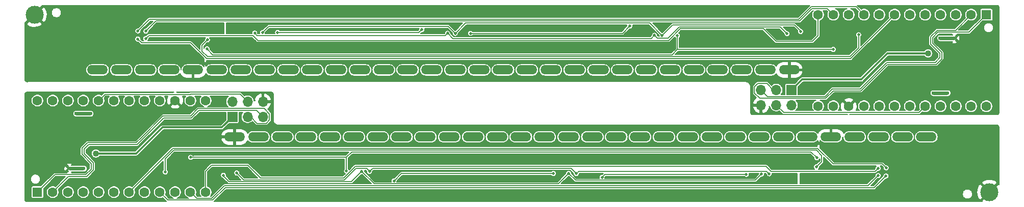
<source format=gbr>
G04 #@! TF.GenerationSoftware,KiCad,Pcbnew,5.1.6+dfsg1-1~bpo10+1*
G04 #@! TF.CreationDate,2020-08-17T15:44:58+03:00*
G04 #@! TF.ProjectId,beam_p,6265616d-5f70-42e6-9b69-6361645f7063,0.0.3*
G04 #@! TF.SameCoordinates,PX6a55ae0PY872eef0*
G04 #@! TF.FileFunction,Copper,L1,Top*
G04 #@! TF.FilePolarity,Positive*
%FSLAX46Y46*%
G04 Gerber Fmt 4.6, Leading zero omitted, Abs format (unit mm)*
G04 Created by KiCad (PCBNEW 5.1.6+dfsg1-1~bpo10+1) date 2020-08-17 15:44:58*
%MOMM*%
%LPD*%
G01*
G04 APERTURE LIST*
G04 #@! TA.AperFunction,EtchedComponent*
%ADD10C,0.100000*%
G04 #@! TD*
G04 #@! TA.AperFunction,ComponentPad*
%ADD11O,1.700000X1.700000*%
G04 #@! TD*
G04 #@! TA.AperFunction,ComponentPad*
%ADD12R,1.700000X1.700000*%
G04 #@! TD*
G04 #@! TA.AperFunction,ComponentPad*
%ADD13C,3.000000*%
G04 #@! TD*
G04 #@! TA.AperFunction,ViaPad*
%ADD14C,0.600000*%
G04 #@! TD*
G04 #@! TA.AperFunction,ComponentPad*
%ADD15O,3.420000X1.550000*%
G04 #@! TD*
G04 #@! TA.AperFunction,ComponentPad*
%ADD16R,1.600000X1.600000*%
G04 #@! TD*
G04 #@! TA.AperFunction,ComponentPad*
%ADD17C,1.600000*%
G04 #@! TD*
G04 #@! TA.AperFunction,ViaPad*
%ADD18C,0.508000*%
G04 #@! TD*
G04 #@! TA.AperFunction,ViaPad*
%ADD19C,1.016000*%
G04 #@! TD*
G04 #@! TA.AperFunction,Conductor*
%ADD20C,0.152400*%
G04 #@! TD*
G04 #@! TA.AperFunction,Conductor*
%ADD21C,0.304800*%
G04 #@! TD*
G04 #@! TA.AperFunction,Conductor*
%ADD22C,0.200000*%
G04 #@! TD*
G04 APERTURE END LIST*
D10*
G36*
X8771980Y14596600D02*
G01*
X11171980Y14596600D01*
X11171980Y15196600D01*
X8771980Y15196600D01*
X8771980Y14596600D01*
G37*
G36*
X7651840Y5452600D02*
G01*
X10051840Y5452600D01*
X10051840Y6052600D01*
X7651840Y6052600D01*
X7651840Y5452600D01*
G37*
G36*
X153478020Y18603400D02*
G01*
X151078020Y18603400D01*
X151078020Y18003400D01*
X153478020Y18003400D01*
X153478020Y18603400D01*
G37*
G36*
X154598160Y27747400D02*
G01*
X152198160Y27747400D01*
X152198160Y27147400D01*
X154598160Y27147400D01*
X154598160Y27747400D01*
G37*
D11*
X39778880Y16897100D03*
X39778880Y14357100D03*
X37238880Y16897100D03*
X37238880Y14357100D03*
X34698880Y16897100D03*
D12*
X34698880Y14357100D03*
D13*
X160400000Y1850000D03*
D14*
X11171980Y14896600D03*
X9971980Y14896600D03*
X8771980Y14896600D03*
X7651840Y5752600D03*
X8851840Y5752600D03*
X10051840Y5752600D03*
D15*
X35081660Y11024620D03*
X39041660Y11024620D03*
X43001660Y11024620D03*
X46961660Y11024620D03*
X50921660Y11024620D03*
X54881660Y11024620D03*
X58841660Y11024620D03*
X62801660Y11024620D03*
X66761660Y11024620D03*
X70721660Y11024620D03*
X74681660Y11024620D03*
X78641660Y11024620D03*
X82601660Y11024620D03*
X86561660Y11024620D03*
X90521660Y11024620D03*
X94481660Y11024620D03*
X98441660Y11024620D03*
X102401660Y11024620D03*
X106361660Y11024620D03*
X110321660Y11024620D03*
X114281660Y11024620D03*
X118241660Y11024620D03*
X122201660Y11024620D03*
X126161660Y11024620D03*
X130121660Y11024620D03*
X134081660Y11024620D03*
X138041660Y11024620D03*
X142001660Y11024620D03*
X145961660Y11024620D03*
X149921660Y11024620D03*
D16*
X2346900Y1833380D03*
D17*
X4886900Y1833380D03*
X7426900Y1833380D03*
X9966900Y1833380D03*
X12506900Y1833380D03*
X15046900Y1833380D03*
X17586900Y1833380D03*
X20126900Y1833380D03*
X22666900Y1833380D03*
X25206900Y1833380D03*
X27746900Y1833380D03*
X30286900Y1833380D03*
X30286900Y17073380D03*
X27746900Y17073380D03*
X25206900Y17073380D03*
X22666900Y17073380D03*
X20126900Y17073380D03*
X17586900Y17073380D03*
X15046900Y17073380D03*
X12506900Y17073380D03*
X9966900Y17073380D03*
X7426900Y17073380D03*
X4886900Y17073380D03*
X2346900Y17073380D03*
D11*
X122471120Y16302900D03*
X122471120Y18842900D03*
X125011120Y16302900D03*
X125011120Y18842900D03*
X127551120Y16302900D03*
D12*
X127551120Y18842900D03*
D13*
X1850000Y31350000D03*
D14*
X151078020Y18303400D03*
X152278020Y18303400D03*
X153478020Y18303400D03*
X154598160Y27447400D03*
X153398160Y27447400D03*
X152198160Y27447400D03*
D15*
X127168340Y22175380D03*
X123208340Y22175380D03*
X119248340Y22175380D03*
X115288340Y22175380D03*
X111328340Y22175380D03*
X107368340Y22175380D03*
X103408340Y22175380D03*
X99448340Y22175380D03*
X95488340Y22175380D03*
X91528340Y22175380D03*
X87568340Y22175380D03*
X83608340Y22175380D03*
X79648340Y22175380D03*
X75688340Y22175380D03*
X71728340Y22175380D03*
X67768340Y22175380D03*
X63808340Y22175380D03*
X59848340Y22175380D03*
X55888340Y22175380D03*
X51928340Y22175380D03*
X47968340Y22175380D03*
X44008340Y22175380D03*
X40048340Y22175380D03*
X36088340Y22175380D03*
X32128340Y22175380D03*
X28168340Y22175380D03*
X24208340Y22175380D03*
X20248340Y22175380D03*
X16288340Y22175380D03*
X12328340Y22175380D03*
D16*
X159903100Y31366620D03*
D17*
X157363100Y31366620D03*
X154823100Y31366620D03*
X152283100Y31366620D03*
X149743100Y31366620D03*
X147203100Y31366620D03*
X144663100Y31366620D03*
X142123100Y31366620D03*
X139583100Y31366620D03*
X137043100Y31366620D03*
X134503100Y31366620D03*
X131963100Y31366620D03*
X131963100Y16126620D03*
X134503100Y16126620D03*
X137043100Y16126620D03*
X139583100Y16126620D03*
X142123100Y16126620D03*
X144663100Y16126620D03*
X147203100Y16126620D03*
X149743100Y16126620D03*
X152283100Y16126620D03*
X154823100Y16126620D03*
X157363100Y16126620D03*
X159903100Y16126620D03*
D18*
X143228000Y4534920D03*
X19022000Y28665080D03*
X141922440Y4583180D03*
X20327560Y28616820D03*
X143243240Y5886200D03*
X19006760Y27313800D03*
X141937680Y5810000D03*
X20312320Y27390000D03*
X122560020Y4821940D03*
X90545860Y4946400D03*
X56192360Y5284220D03*
X33210440Y4636520D03*
X39689980Y28378060D03*
X71704140Y28253600D03*
X106057640Y27915780D03*
X129039560Y28563480D03*
X123830020Y4893060D03*
X91818400Y4915920D03*
X57469980Y5261360D03*
X35440560Y5007360D03*
X38419980Y28306940D03*
X70431600Y28284080D03*
X104780020Y27938640D03*
X126809440Y28192640D03*
X88000780Y4931160D03*
X61541600Y3696720D03*
X74249220Y28268840D03*
X100708400Y29503280D03*
X120030180Y4786380D03*
X96077980Y4286000D03*
X42219820Y28413620D03*
X66172020Y28914000D03*
X53647280Y5337560D03*
X131744660Y7534660D03*
X27769760Y7618480D03*
X108602720Y27862440D03*
X30505340Y25665340D03*
X134480240Y25581520D03*
X131676080Y6030980D03*
X23563520Y5181100D03*
X30573920Y27169020D03*
X138686480Y28018900D03*
X159000000Y6750000D03*
X148000000Y5000000D03*
X146250000Y5250000D03*
X150750000Y8750000D03*
X152250000Y10000000D03*
X152750000Y11750000D03*
X146000000Y9500000D03*
X147750000Y9500000D03*
X158750000Y10250000D03*
X133000000Y4250000D03*
X133032440Y6061460D03*
X155478420Y12546080D03*
X157396120Y12528300D03*
X151838600Y2492760D03*
X150050440Y4542540D03*
X153687720Y5843020D03*
X144459900Y4606040D03*
X139738040Y7011420D03*
X130992820Y1067820D03*
X136410000Y8120000D03*
X41711820Y1227840D03*
X47188060Y1232920D03*
X37571620Y1956820D03*
X137894000Y1210060D03*
X154949080Y1634240D03*
X157650120Y3859280D03*
X160423800Y5413760D03*
X3250000Y26450000D03*
X14250000Y28200000D03*
X16000000Y27950000D03*
X11500000Y24450000D03*
X10000000Y23200000D03*
X9500000Y21450000D03*
X16250000Y23700000D03*
X14500000Y23700000D03*
X3500000Y22950000D03*
X29250000Y28950000D03*
X29217560Y27138540D03*
X6771580Y20653920D03*
X4853880Y20671700D03*
X10411400Y30707240D03*
X12199560Y28657460D03*
X8562280Y27356980D03*
X17790100Y28593960D03*
X22511960Y26188580D03*
X31257180Y32132180D03*
X25840000Y25080000D03*
X120538180Y31972160D03*
X115061940Y31967080D03*
X124678380Y31243180D03*
X24356000Y31989940D03*
X7300920Y31565760D03*
X4599880Y29340720D03*
X1826200Y27786240D03*
D19*
X12042080Y8268720D03*
X150207920Y24931280D03*
X25250000Y11250000D03*
D18*
X67876360Y7737860D03*
X68920300Y4230120D03*
X108496040Y7280660D03*
X102621020Y7346700D03*
X95534420Y7323840D03*
X93764040Y4646680D03*
X127929580Y6145280D03*
X127779720Y7971540D03*
X124684840Y6591160D03*
X116451320Y7501640D03*
X113283940Y7735320D03*
X80736380Y7392420D03*
X84084100Y7448300D03*
X61508580Y7590540D03*
X49292560Y6591160D03*
X45726400Y6591160D03*
X105435340Y7331460D03*
X99186940Y7331460D03*
X110594080Y7306060D03*
X64841060Y7412740D03*
X71427280Y7308600D03*
X89270780Y5022600D03*
X63370400Y4123440D03*
X79796580Y4092960D03*
X74835960Y4100580D03*
X75989571Y7362391D03*
X73042720Y7191760D03*
X38818760Y6655820D03*
X51145380Y4926080D03*
X37409060Y9820660D03*
X37561460Y12586720D03*
X25968900Y15065760D03*
X24401720Y14989560D03*
X31142880Y14821920D03*
X29309000Y14793980D03*
X127590000Y4370000D03*
X32070000Y5400000D03*
X104870000Y4300000D03*
X32458600Y16886940D03*
X41015860Y12111740D03*
X44975860Y12111740D03*
X48935860Y12111740D03*
X52895860Y12111740D03*
X56855860Y12111740D03*
X60815860Y12111740D03*
X64775860Y12111740D03*
X68735860Y12111740D03*
X72695860Y12111740D03*
X76655860Y12111740D03*
X80615860Y12111740D03*
X84575860Y12111740D03*
X88535860Y12111740D03*
X92495860Y12111740D03*
X96455860Y12111740D03*
X100415860Y12111740D03*
X104375860Y12111740D03*
X108335860Y12111740D03*
X112295860Y12111740D03*
X116255860Y12111740D03*
X120215860Y12111740D03*
X124175860Y12111740D03*
X128135860Y12111740D03*
D19*
X137000000Y21950000D03*
D18*
X94373640Y25462140D03*
X93329700Y28969880D03*
X53753960Y25919340D03*
X59628980Y25853300D03*
X66715580Y25876160D03*
X68485960Y28553320D03*
X34320420Y27054720D03*
X34470280Y25228460D03*
X37565160Y26608840D03*
X45798680Y25698360D03*
X48966060Y25464680D03*
X81513620Y25807580D03*
X78165900Y25751700D03*
X100741420Y25609460D03*
X112957440Y26608840D03*
X116523600Y26608840D03*
X56814660Y25868540D03*
X63063060Y25868540D03*
X51655920Y25893940D03*
X97408940Y25787260D03*
X90822720Y25891400D03*
X72979220Y28177400D03*
X98879600Y29076560D03*
X82453420Y29107040D03*
X87414040Y29099420D03*
X86260429Y25837609D03*
X89207280Y26008240D03*
X123431240Y26544180D03*
X111104620Y28273920D03*
X124840940Y23379340D03*
X124688540Y20613280D03*
X136281100Y18134240D03*
X137848280Y18210440D03*
X131107120Y18378080D03*
X132941000Y18406020D03*
X34660000Y28830000D03*
X130180000Y27800000D03*
X57380000Y28900000D03*
X129791400Y16313060D03*
X121234140Y21088260D03*
X117274140Y21088260D03*
X113314140Y21088260D03*
X109354140Y21088260D03*
X105394140Y21088260D03*
X101434140Y21088260D03*
X97474140Y21088260D03*
X93514140Y21088260D03*
X89554140Y21088260D03*
X85594140Y21088260D03*
X81634140Y21088260D03*
X77674140Y21088260D03*
X73714140Y21088260D03*
X69754140Y21088260D03*
X65794140Y21088260D03*
X61834140Y21088260D03*
X57874140Y21088260D03*
X53914140Y21088260D03*
X49954140Y21088260D03*
X45994140Y21088260D03*
X42034140Y21088260D03*
X38074140Y21088260D03*
X34114140Y21088260D03*
D20*
X141282350Y2589270D02*
X143228000Y4534920D01*
X24000311Y499969D02*
X31431036Y499970D01*
X33520336Y2589270D02*
X141282350Y2589270D01*
X31431036Y499970D02*
X33520336Y2589270D01*
X22666900Y1833380D02*
X24000311Y499969D01*
X20967650Y30610730D02*
X19022000Y28665080D01*
X138249689Y32700031D02*
X130818964Y32700030D01*
X128729664Y30610730D02*
X20967650Y30610730D01*
X130818964Y32700030D02*
X128729664Y30610730D01*
X139583100Y31366620D02*
X138249689Y32700031D01*
X27746900Y1833380D02*
X28775501Y804779D01*
X31304779Y804779D02*
X30945221Y804779D01*
X33394080Y2894080D02*
X31304779Y804779D01*
X140233340Y2894080D02*
X33394080Y2894080D01*
X141922440Y4583180D02*
X140233340Y2894080D01*
X30945221Y804779D02*
X31054079Y804779D01*
X28775501Y804779D02*
X30945221Y804779D01*
X134503100Y31366620D02*
X133474499Y32395221D01*
X130945221Y32395221D02*
X131304779Y32395221D01*
X128855920Y30305920D02*
X130945221Y32395221D01*
X22016660Y30305920D02*
X128855920Y30305920D01*
X20327560Y28616820D02*
X22016660Y30305920D01*
X131304779Y32395221D02*
X131195921Y32395221D01*
X133474499Y32395221D02*
X131304779Y32395221D01*
X24862981Y9109461D02*
X17586900Y1833380D01*
X131872169Y9109461D02*
X24862981Y9109461D01*
X134468049Y6513581D02*
X131872169Y9109461D01*
X142615859Y6513581D02*
X134468049Y6513581D01*
X143243240Y5886200D02*
X142615859Y6513581D01*
X137387019Y24090539D02*
X144663100Y31366620D01*
X30377831Y24090539D02*
X137387019Y24090539D01*
X27781951Y26686419D02*
X30377831Y24090539D01*
X19634141Y26686419D02*
X27781951Y26686419D01*
X19006760Y27313800D02*
X19634141Y26686419D01*
X55148941Y6124971D02*
X53188050Y4164080D01*
X123312359Y6124971D02*
X55148941Y6124971D01*
X124125171Y5312159D02*
X123312359Y6124971D01*
X141439839Y5312159D02*
X124125171Y5312159D01*
X141937680Y5810000D02*
X141439839Y5312159D01*
X53188050Y4164080D02*
X39413120Y4164080D01*
X39413120Y4164080D02*
X37292220Y6284980D01*
X30286900Y5322320D02*
X31249560Y6284980D01*
X30286900Y1833380D02*
X30286900Y5322320D01*
X31249560Y6284980D02*
X31226700Y6284980D01*
X37292220Y6284980D02*
X31249560Y6284980D01*
X107101059Y27075029D02*
X109061950Y29035920D01*
X38937641Y27075029D02*
X107101059Y27075029D01*
X38124829Y27887841D02*
X38937641Y27075029D01*
X20810161Y27887841D02*
X38124829Y27887841D01*
X20312320Y27390000D02*
X20810161Y27887841D01*
X109061950Y29035920D02*
X122836880Y29035920D01*
X122836880Y29035920D02*
X124957780Y26915020D01*
X131963100Y27877680D02*
X131000440Y26915020D01*
X131963100Y31366620D02*
X131963100Y27877680D01*
X131000440Y26915020D02*
X131023300Y26915020D01*
X124957780Y26915020D02*
X131000440Y26915020D01*
X91688861Y3803399D02*
X90545860Y4946400D01*
X121541479Y3803399D02*
X91688861Y3803399D01*
X122560020Y4821940D02*
X121541479Y3803399D01*
X58262461Y3214119D02*
X56192360Y5284220D01*
X88813579Y3214119D02*
X58262461Y3214119D01*
X90545860Y4946400D02*
X88813579Y3214119D01*
X54462600Y3554460D02*
X34185820Y3554460D01*
X56192360Y5284220D02*
X54462600Y3554460D01*
X33210440Y4529840D02*
X33210440Y4636520D01*
X34185820Y3554460D02*
X33210440Y4529840D01*
X70561139Y29396601D02*
X71704140Y28253600D01*
X40708521Y29396601D02*
X70561139Y29396601D01*
X39689980Y28378060D02*
X40708521Y29396601D01*
X103987539Y29985881D02*
X106057640Y27915780D01*
X73436421Y29985881D02*
X103987539Y29985881D01*
X71704140Y28253600D02*
X73436421Y29985881D01*
X107787400Y29645540D02*
X128064180Y29645540D01*
X106057640Y27915780D02*
X107787400Y29645540D01*
X129039560Y28670160D02*
X129039560Y28563480D01*
X128064180Y29645540D02*
X129039560Y28670160D01*
X92207021Y5304541D02*
X91818400Y4915920D01*
X123418539Y5304541D02*
X92207021Y5304541D01*
X123830020Y4893060D02*
X123418539Y5304541D01*
X58028781Y5820161D02*
X57469980Y5261360D01*
X90914159Y5820161D02*
X58028781Y5820161D01*
X91818400Y4915920D02*
X90914159Y5820161D01*
X53314306Y3859270D02*
X36901070Y3859270D01*
X55221857Y5766821D02*
X53314306Y3859270D01*
X56964519Y5766821D02*
X55221857Y5766821D01*
X57469980Y5261360D02*
X56964519Y5766821D01*
X36588650Y3859270D02*
X35440560Y5007360D01*
X36901070Y3859270D02*
X36588650Y3859270D01*
X70042979Y27895459D02*
X70431600Y28284080D01*
X38831461Y27895459D02*
X70042979Y27895459D01*
X38419980Y28306940D02*
X38831461Y27895459D01*
X104221219Y27379839D02*
X104780020Y27938640D01*
X71335841Y27379839D02*
X104221219Y27379839D01*
X70431600Y28284080D02*
X71335841Y27379839D01*
X108935694Y29340730D02*
X125348930Y29340730D01*
X107028143Y27433179D02*
X108935694Y29340730D01*
X105285481Y27433179D02*
X107028143Y27433179D01*
X104780020Y27938640D02*
X105285481Y27433179D01*
X125661350Y29340730D02*
X126809440Y28192640D01*
X125348930Y29340730D02*
X125661350Y29340730D01*
X62776040Y4931160D02*
X61541600Y3696720D01*
X88000780Y4931160D02*
X62776040Y4931160D01*
X99473960Y28268840D02*
X100708400Y29503280D01*
X74249220Y28268840D02*
X99473960Y28268840D01*
X96578360Y4786380D02*
X96077980Y4286000D01*
X120030180Y4786380D02*
X96578360Y4786380D01*
X65671640Y28413620D02*
X66172020Y28914000D01*
X42219820Y28413620D02*
X65671640Y28413620D01*
X53647280Y7623560D02*
X53647280Y5337560D01*
X54523561Y8499841D02*
X53647280Y7623560D01*
X130779479Y8499841D02*
X54523561Y8499841D01*
X131744660Y7534660D02*
X130779479Y8499841D01*
X53647280Y7623560D02*
X28298080Y7623560D01*
X28293000Y7618480D02*
X28298080Y7623560D01*
X27769760Y7618480D02*
X28293000Y7618480D01*
X108602720Y25576440D02*
X108602720Y27862440D01*
X107726439Y24700159D02*
X108602720Y25576440D01*
X31470521Y24700159D02*
X107726439Y24700159D01*
X30505340Y25665340D02*
X31470521Y24700159D01*
X108602720Y25576440D02*
X133951920Y25576440D01*
X133957000Y25581520D02*
X133951920Y25576440D01*
X134480240Y25581520D02*
X133957000Y25581520D01*
X23563520Y7378934D02*
X23563520Y5181100D01*
X24989237Y8804651D02*
X23563520Y7378934D01*
X131683709Y8804651D02*
X24989237Y8804651D01*
X132562540Y7925820D02*
X131683709Y8804651D01*
X132562540Y6917440D02*
X132562540Y7925820D01*
X131676080Y6030980D02*
X132562540Y6917440D01*
X138686480Y25821066D02*
X138686480Y28018900D01*
X137260763Y24395349D02*
X138686480Y25821066D01*
X30566291Y24395349D02*
X137260763Y24395349D01*
X29687460Y25274180D02*
X30566291Y24395349D01*
X29687460Y26282560D02*
X29687460Y25274180D01*
X30573920Y27169020D02*
X29687460Y26282560D01*
X38700279Y15435701D02*
X39778880Y14357100D01*
X27908716Y14202150D02*
X29142267Y15435701D01*
X11610280Y6719320D02*
X10076120Y8253480D01*
X23305563Y14202149D02*
X27908716Y14202150D01*
X18897136Y9793721D02*
X23305563Y14202149D01*
X11610280Y5520440D02*
X11610280Y6719320D01*
X10520620Y4430780D02*
X11610280Y5520440D01*
X29142267Y15435701D02*
X38700279Y15435701D01*
X10879760Y9793720D02*
X18897136Y9793721D01*
X10076120Y8990080D02*
X10879760Y9793720D01*
X7484300Y4430780D02*
X10520620Y4430780D01*
X10076120Y8253480D02*
X10076120Y8990080D01*
X4886900Y1833380D02*
X7484300Y4430780D01*
X123549721Y17764299D02*
X122471120Y18842900D01*
X134341284Y18997850D02*
X133107733Y17764299D01*
X150639720Y26480680D02*
X152173880Y24946520D01*
X138944437Y18997851D02*
X134341284Y18997850D01*
X143352864Y23406279D02*
X138944437Y18997851D01*
X150639720Y27679560D02*
X150639720Y26480680D01*
X151729380Y28769220D02*
X150639720Y27679560D01*
X133107733Y17764299D02*
X123549721Y17764299D01*
X151370240Y23406280D02*
X143352864Y23406279D01*
X152173880Y24209920D02*
X151370240Y23406280D01*
X154765700Y28769220D02*
X151729380Y28769220D01*
X152173880Y24946520D02*
X152173880Y24209920D01*
X157363100Y31366620D02*
X154765700Y28769220D01*
X37744850Y14357100D02*
X37238880Y14357100D01*
X38823451Y13278499D02*
X37744850Y14357100D01*
X40296609Y13278499D02*
X38823451Y13278499D01*
X40857481Y14874829D02*
X40857481Y13839371D01*
X39991800Y15740510D02*
X40857481Y14874829D01*
X2346900Y1833380D02*
X5249110Y4735590D01*
X9771310Y8127224D02*
X9771310Y9172950D01*
X18770879Y10098530D02*
X19560480Y10888132D01*
X5249110Y4735590D02*
X10393630Y4735590D01*
X10393630Y4735590D02*
X11305470Y5647430D01*
X19560480Y10888132D02*
X23179307Y14506959D01*
X11305470Y5647430D02*
X11305470Y6593064D01*
X10696890Y10098530D02*
X18770879Y10098530D01*
X11305470Y6593064D02*
X9771310Y8127224D01*
X9771310Y9172950D02*
X10696890Y10098530D01*
X23179307Y14506959D02*
X27782459Y14506959D01*
X40857481Y13839371D02*
X40296609Y13278499D01*
X27782459Y14506959D02*
X29016010Y15740510D01*
X29016010Y15740510D02*
X39991800Y15740510D01*
X124505150Y18842900D02*
X125011120Y18842900D01*
X123426549Y19921501D02*
X124505150Y18842900D01*
X121953391Y19921501D02*
X123426549Y19921501D01*
X121392519Y18325171D02*
X121392519Y19360629D01*
X122258200Y17459490D02*
X121392519Y18325171D01*
X159903100Y31366620D02*
X157000890Y28464410D01*
X152478690Y25072776D02*
X152478690Y24027050D01*
X143479121Y23101470D02*
X142689520Y22311868D01*
X157000890Y28464410D02*
X151856370Y28464410D01*
X151856370Y28464410D02*
X150944530Y27552570D01*
X142689520Y22311868D02*
X139070693Y18693041D01*
X150944530Y27552570D02*
X150944530Y26606936D01*
X151553110Y23101470D02*
X143479121Y23101470D01*
X150944530Y26606936D02*
X152478690Y25072776D01*
X152478690Y24027050D02*
X151553110Y23101470D01*
X139070693Y18693041D02*
X134467541Y18693041D01*
X121392519Y19360629D02*
X121953391Y19921501D01*
X134467541Y18693041D02*
X133233990Y17459490D01*
X133233990Y17459490D02*
X122258200Y17459490D01*
X27681781Y18101981D02*
X27706260Y18126460D01*
X13535501Y18101981D02*
X27681781Y18101981D01*
X12506900Y17073380D02*
X13535501Y18101981D01*
X36009520Y18126460D02*
X35194180Y18126460D01*
X37238880Y16897100D02*
X36009520Y18126460D01*
X27706260Y18126460D02*
X35194180Y18126460D01*
X134568219Y15098019D02*
X134543740Y15073540D01*
X148714499Y15098019D02*
X134568219Y15098019D01*
X149743100Y16126620D02*
X148714499Y15098019D01*
X126240480Y15073540D02*
X127055820Y15073540D01*
X125011120Y16302900D02*
X126240480Y15073540D01*
X134543740Y15073540D02*
X127055820Y15073540D01*
D21*
X32951154Y12609374D02*
X34698880Y14357100D01*
X23109374Y12609374D02*
X32951154Y12609374D01*
X18768720Y8268720D02*
X23109374Y12609374D01*
X12042080Y8268720D02*
X18768720Y8268720D01*
X129298846Y20590626D02*
X127551120Y18842900D01*
X139140626Y20590626D02*
X129298846Y20590626D01*
X143481280Y24931280D02*
X139140626Y20590626D01*
X150207920Y24931280D02*
X143481280Y24931280D01*
X35081660Y11024620D02*
X31861700Y11024620D01*
X31861700Y11024620D02*
X31625480Y11024620D01*
X30289440Y11024620D02*
X30284360Y11019540D01*
X31625480Y11024620D02*
X30289440Y11024620D01*
X25475380Y11024620D02*
X25250000Y11250000D01*
X30289440Y11024620D02*
X25475380Y11024620D01*
X18613060Y10479540D02*
X25206900Y17073380D01*
X9753540Y10479540D02*
X18613060Y10479540D01*
X6500000Y7226000D02*
X9753540Y10479540D01*
X6500000Y6904440D02*
X6500000Y7226000D01*
X7651840Y5752600D02*
X6500000Y6904440D01*
X127168340Y22175380D02*
X130388300Y22175380D01*
X130388300Y22175380D02*
X130624520Y22175380D01*
X131960560Y22175380D02*
X131965640Y22180460D01*
X130624520Y22175380D02*
X131960560Y22175380D01*
X136774620Y22175380D02*
X137000000Y21950000D01*
X131960560Y22175380D02*
X136774620Y22175380D01*
X143636940Y22720460D02*
X137043100Y16126620D01*
X152496460Y22720460D02*
X143636940Y22720460D01*
X155750000Y25974000D02*
X152496460Y22720460D01*
X155750000Y26295560D02*
X155750000Y25974000D01*
X154598160Y27447400D02*
X155750000Y26295560D01*
D22*
G36*
X24834786Y18438381D02*
G01*
X24814332Y18430581D01*
X13551622Y18430581D01*
X13535500Y18432169D01*
X13519378Y18430581D01*
X13519366Y18430581D01*
X13471084Y18425826D01*
X13409143Y18407036D01*
X13391692Y18397708D01*
X13352057Y18376523D01*
X13314554Y18345745D01*
X13302022Y18335460D01*
X13291739Y18322930D01*
X12983772Y18014963D01*
X12813874Y18085337D01*
X12610552Y18125780D01*
X12403248Y18125780D01*
X12199926Y18085337D01*
X12008402Y18006005D01*
X11836034Y17890832D01*
X11689448Y17744246D01*
X11574275Y17571878D01*
X11494943Y17380354D01*
X11454500Y17177032D01*
X11454500Y16969728D01*
X11494943Y16766406D01*
X11574275Y16574882D01*
X11689448Y16402514D01*
X11836034Y16255928D01*
X12008402Y16140755D01*
X12199926Y16061423D01*
X12403248Y16020980D01*
X12610552Y16020980D01*
X12813874Y16061423D01*
X13005398Y16140755D01*
X13177766Y16255928D01*
X13324352Y16402514D01*
X13439525Y16574882D01*
X13518857Y16766406D01*
X13559300Y16969728D01*
X13559300Y17177032D01*
X13518857Y17380354D01*
X13448483Y17550252D01*
X13671612Y17773381D01*
X14258583Y17773381D01*
X14229448Y17744246D01*
X14114275Y17571878D01*
X14034943Y17380354D01*
X13994500Y17177032D01*
X13994500Y16969728D01*
X14034943Y16766406D01*
X14114275Y16574882D01*
X14229448Y16402514D01*
X14376034Y16255928D01*
X14548402Y16140755D01*
X14739926Y16061423D01*
X14943248Y16020980D01*
X15150552Y16020980D01*
X15353874Y16061423D01*
X15545398Y16140755D01*
X15717766Y16255928D01*
X15864352Y16402514D01*
X15979525Y16574882D01*
X16058857Y16766406D01*
X16099300Y16969728D01*
X16099300Y17177032D01*
X16058857Y17380354D01*
X15979525Y17571878D01*
X15864352Y17744246D01*
X15835217Y17773381D01*
X16798583Y17773381D01*
X16769448Y17744246D01*
X16654275Y17571878D01*
X16574943Y17380354D01*
X16534500Y17177032D01*
X16534500Y16969728D01*
X16574943Y16766406D01*
X16654275Y16574882D01*
X16769448Y16402514D01*
X16916034Y16255928D01*
X17088402Y16140755D01*
X17279926Y16061423D01*
X17483248Y16020980D01*
X17690552Y16020980D01*
X17893874Y16061423D01*
X18085398Y16140755D01*
X18257766Y16255928D01*
X18404352Y16402514D01*
X18519525Y16574882D01*
X18598857Y16766406D01*
X18639300Y16969728D01*
X18639300Y17177032D01*
X18598857Y17380354D01*
X18519525Y17571878D01*
X18404352Y17744246D01*
X18375217Y17773381D01*
X19338583Y17773381D01*
X19309448Y17744246D01*
X19194275Y17571878D01*
X19114943Y17380354D01*
X19074500Y17177032D01*
X19074500Y16969728D01*
X19114943Y16766406D01*
X19194275Y16574882D01*
X19309448Y16402514D01*
X19456034Y16255928D01*
X19628402Y16140755D01*
X19819926Y16061423D01*
X20023248Y16020980D01*
X20230552Y16020980D01*
X20433874Y16061423D01*
X20625398Y16140755D01*
X20797766Y16255928D01*
X20944352Y16402514D01*
X21059525Y16574882D01*
X21138857Y16766406D01*
X21179300Y16969728D01*
X21179300Y17177032D01*
X21138857Y17380354D01*
X21059525Y17571878D01*
X20944352Y17744246D01*
X20915217Y17773381D01*
X21878583Y17773381D01*
X21849448Y17744246D01*
X21734275Y17571878D01*
X21654943Y17380354D01*
X21614500Y17177032D01*
X21614500Y16969728D01*
X21654943Y16766406D01*
X21734275Y16574882D01*
X21849448Y16402514D01*
X21996034Y16255928D01*
X22168402Y16140755D01*
X22359926Y16061423D01*
X22563248Y16020980D01*
X22770552Y16020980D01*
X22973874Y16061423D01*
X23014391Y16078206D01*
X24429515Y16078206D01*
X24504824Y15845053D01*
X24757948Y15731687D01*
X25028326Y15669882D01*
X25305566Y15662011D01*
X25579014Y15708379D01*
X25838163Y15807203D01*
X25908976Y15845053D01*
X25984285Y16078206D01*
X25206900Y16855591D01*
X24429515Y16078206D01*
X23014391Y16078206D01*
X23165398Y16140755D01*
X23337766Y16255928D01*
X23484352Y16402514D01*
X23599525Y16574882D01*
X23678857Y16766406D01*
X23719300Y16969728D01*
X23719300Y17177032D01*
X23678857Y17380354D01*
X23599525Y17571878D01*
X23484352Y17744246D01*
X23455217Y17773381D01*
X23977644Y17773381D01*
X23865207Y17522332D01*
X23803402Y17251954D01*
X23795531Y16974714D01*
X23841899Y16701266D01*
X23940723Y16442117D01*
X23978573Y16371304D01*
X24211726Y16295995D01*
X24989111Y17073380D01*
X24974969Y17087522D01*
X25192758Y17305311D01*
X25206900Y17291169D01*
X25221042Y17305311D01*
X25438831Y17087522D01*
X25424689Y17073380D01*
X26202074Y16295995D01*
X26435227Y16371304D01*
X26548593Y16624428D01*
X26610398Y16894806D01*
X26618269Y17172046D01*
X26571901Y17445494D01*
X26473077Y17704643D01*
X26436336Y17773381D01*
X26958583Y17773381D01*
X26929448Y17744246D01*
X26814275Y17571878D01*
X26734943Y17380354D01*
X26694500Y17177032D01*
X26694500Y16969728D01*
X26734943Y16766406D01*
X26814275Y16574882D01*
X26929448Y16402514D01*
X27076034Y16255928D01*
X27248402Y16140755D01*
X27439926Y16061423D01*
X27643248Y16020980D01*
X27850552Y16020980D01*
X28053874Y16061423D01*
X28245398Y16140755D01*
X28417766Y16255928D01*
X28564352Y16402514D01*
X28679525Y16574882D01*
X28758857Y16766406D01*
X28799300Y16969728D01*
X28799300Y17177032D01*
X28758857Y17380354D01*
X28679525Y17571878D01*
X28564352Y17744246D01*
X28510738Y17797860D01*
X29523062Y17797860D01*
X29469448Y17744246D01*
X29354275Y17571878D01*
X29274943Y17380354D01*
X29234500Y17177032D01*
X29234500Y16969728D01*
X29274943Y16766406D01*
X29354275Y16574882D01*
X29469448Y16402514D01*
X29616034Y16255928D01*
X29788402Y16140755D01*
X29961368Y16069110D01*
X29032142Y16069110D01*
X29016010Y16070699D01*
X28999878Y16069110D01*
X28999875Y16069110D01*
X28951593Y16064355D01*
X28889652Y16045565D01*
X28832567Y16015053D01*
X28806632Y15993768D01*
X28782531Y15973989D01*
X28772244Y15961454D01*
X27646349Y14835559D01*
X23195438Y14835559D01*
X23179306Y14837148D01*
X23163174Y14835559D01*
X23163172Y14835559D01*
X23114890Y14830804D01*
X23052949Y14812014D01*
X23032016Y14800825D01*
X22995863Y14781501D01*
X22958360Y14750723D01*
X22945828Y14740438D01*
X22935545Y14727908D01*
X19339539Y11131901D01*
X19339533Y11131896D01*
X18634770Y10427130D01*
X10713022Y10427130D01*
X10696890Y10428719D01*
X10680758Y10427130D01*
X10680755Y10427130D01*
X10632473Y10422375D01*
X10570532Y10403585D01*
X10513446Y10373072D01*
X10489150Y10353132D01*
X10463411Y10332009D01*
X10453125Y10319475D01*
X9550362Y9416712D01*
X9537832Y9406429D01*
X9527549Y9393899D01*
X9527546Y9393896D01*
X9496768Y9356393D01*
X9466255Y9299307D01*
X9455734Y9264622D01*
X9447466Y9237367D01*
X9446877Y9231385D01*
X9441121Y9172950D01*
X9442711Y9156808D01*
X9442710Y8143356D01*
X9441121Y8127224D01*
X9442710Y8111092D01*
X9442710Y8111090D01*
X9447465Y8062808D01*
X9456649Y8032534D01*
X9466255Y8000867D01*
X9496768Y7943781D01*
X9513384Y7923535D01*
X9537831Y7893745D01*
X9550366Y7883458D01*
X10976871Y6456952D01*
X10976870Y5783541D01*
X10257520Y5064190D01*
X8065527Y5064190D01*
X8069482Y5117169D01*
X7986451Y5200200D01*
X10106247Y5200200D01*
X10212969Y5221428D01*
X10313500Y5263069D01*
X10403975Y5323523D01*
X10480917Y5400465D01*
X10541371Y5490940D01*
X10583012Y5591471D01*
X10604240Y5698193D01*
X10604240Y5807007D01*
X10583012Y5913729D01*
X10541371Y6014260D01*
X10480917Y6104735D01*
X10403975Y6181677D01*
X10313500Y6242131D01*
X10212969Y6283772D01*
X10106247Y6305000D01*
X7986451Y6305000D01*
X8069482Y6388031D01*
X8055848Y6570670D01*
X7888487Y6633768D01*
X7712033Y6663004D01*
X7533265Y6657254D01*
X7359055Y6616739D01*
X7247832Y6570670D01*
X7234198Y6388031D01*
X7437642Y6184587D01*
X7431331Y6172916D01*
X7419850Y6152031D01*
X7419582Y6151185D01*
X7419162Y6150409D01*
X7412135Y6127710D01*
X7404956Y6105077D01*
X7404858Y6104201D01*
X7404595Y6103352D01*
X7402103Y6079645D01*
X7399465Y6056124D01*
X7399453Y6054428D01*
X7399446Y6054362D01*
X7399452Y6054296D01*
X7399440Y6052600D01*
X7399440Y5787211D01*
X7016409Y6170242D01*
X6833770Y6156608D01*
X6770672Y5989247D01*
X6741436Y5812793D01*
X6747186Y5634025D01*
X6787701Y5459815D01*
X6833770Y5348592D01*
X7016409Y5334958D01*
X7399440Y5717989D01*
X7399440Y5452600D01*
X7401759Y5428952D01*
X7403911Y5405305D01*
X7404160Y5404457D01*
X7404247Y5403575D01*
X7411112Y5380838D01*
X7417819Y5358049D01*
X7418230Y5357263D01*
X7418485Y5356418D01*
X7429622Y5335473D01*
X7437477Y5320448D01*
X7234198Y5117169D01*
X7238153Y5064190D01*
X5265242Y5064190D01*
X5249110Y5065779D01*
X5232978Y5064190D01*
X5232975Y5064190D01*
X5184693Y5059435D01*
X5128135Y5042278D01*
X5122752Y5040645D01*
X5065666Y5010132D01*
X5051464Y4998476D01*
X5015631Y4969069D01*
X5005346Y4956536D01*
X2935811Y2887001D01*
X1546900Y2887001D01*
X1497421Y2882128D01*
X1449843Y2867695D01*
X1405996Y2844258D01*
X1367563Y2812717D01*
X1336022Y2774284D01*
X1312585Y2730437D01*
X1298152Y2682859D01*
X1293279Y2633380D01*
X1293279Y1033380D01*
X1298152Y983901D01*
X1312585Y936323D01*
X1336022Y892476D01*
X1367563Y854043D01*
X1405996Y822502D01*
X1449843Y799065D01*
X1497421Y784632D01*
X1546900Y779759D01*
X3146900Y779759D01*
X3196379Y784632D01*
X3243957Y799065D01*
X3287804Y822502D01*
X3326237Y854043D01*
X3357778Y892476D01*
X3381215Y936323D01*
X3395648Y983901D01*
X3400521Y1033380D01*
X3400521Y2422291D01*
X5385220Y4406990D01*
X6995799Y4406990D01*
X5363772Y2774963D01*
X5193874Y2845337D01*
X4990552Y2885780D01*
X4783248Y2885780D01*
X4579926Y2845337D01*
X4388402Y2766005D01*
X4216034Y2650832D01*
X4069448Y2504246D01*
X3954275Y2331878D01*
X3874943Y2140354D01*
X3834500Y1937032D01*
X3834500Y1729728D01*
X3874943Y1526406D01*
X3954275Y1334882D01*
X4069448Y1162514D01*
X4216034Y1015928D01*
X4388402Y900755D01*
X4579926Y821423D01*
X4783248Y780980D01*
X4990552Y780980D01*
X5193874Y821423D01*
X5385398Y900755D01*
X5557766Y1015928D01*
X5704352Y1162514D01*
X5819525Y1334882D01*
X5898857Y1526406D01*
X5939300Y1729728D01*
X5939300Y1937032D01*
X6374500Y1937032D01*
X6374500Y1729728D01*
X6414943Y1526406D01*
X6494275Y1334882D01*
X6609448Y1162514D01*
X6756034Y1015928D01*
X6928402Y900755D01*
X7119926Y821423D01*
X7323248Y780980D01*
X7530552Y780980D01*
X7733874Y821423D01*
X7925398Y900755D01*
X8097766Y1015928D01*
X8244352Y1162514D01*
X8359525Y1334882D01*
X8438857Y1526406D01*
X8479300Y1729728D01*
X8479300Y1937032D01*
X8914500Y1937032D01*
X8914500Y1729728D01*
X8954943Y1526406D01*
X9034275Y1334882D01*
X9149448Y1162514D01*
X9296034Y1015928D01*
X9468402Y900755D01*
X9659926Y821423D01*
X9863248Y780980D01*
X10070552Y780980D01*
X10273874Y821423D01*
X10465398Y900755D01*
X10637766Y1015928D01*
X10784352Y1162514D01*
X10899525Y1334882D01*
X10978857Y1526406D01*
X11019300Y1729728D01*
X11019300Y1937032D01*
X11454500Y1937032D01*
X11454500Y1729728D01*
X11494943Y1526406D01*
X11574275Y1334882D01*
X11689448Y1162514D01*
X11836034Y1015928D01*
X12008402Y900755D01*
X12199926Y821423D01*
X12403248Y780980D01*
X12610552Y780980D01*
X12813874Y821423D01*
X13005398Y900755D01*
X13177766Y1015928D01*
X13324352Y1162514D01*
X13439525Y1334882D01*
X13518857Y1526406D01*
X13559300Y1729728D01*
X13559300Y1937032D01*
X13994500Y1937032D01*
X13994500Y1729728D01*
X14034943Y1526406D01*
X14114275Y1334882D01*
X14229448Y1162514D01*
X14376034Y1015928D01*
X14548402Y900755D01*
X14739926Y821423D01*
X14943248Y780980D01*
X15150552Y780980D01*
X15353874Y821423D01*
X15545398Y900755D01*
X15717766Y1015928D01*
X15864352Y1162514D01*
X15979525Y1334882D01*
X16058857Y1526406D01*
X16099300Y1729728D01*
X16099300Y1937032D01*
X16058857Y2140354D01*
X15979525Y2331878D01*
X15864352Y2504246D01*
X15717766Y2650832D01*
X15545398Y2766005D01*
X15353874Y2845337D01*
X15150552Y2885780D01*
X14943248Y2885780D01*
X14739926Y2845337D01*
X14548402Y2766005D01*
X14376034Y2650832D01*
X14229448Y2504246D01*
X14114275Y2331878D01*
X14034943Y2140354D01*
X13994500Y1937032D01*
X13559300Y1937032D01*
X13518857Y2140354D01*
X13439525Y2331878D01*
X13324352Y2504246D01*
X13177766Y2650832D01*
X13005398Y2766005D01*
X12813874Y2845337D01*
X12610552Y2885780D01*
X12403248Y2885780D01*
X12199926Y2845337D01*
X12008402Y2766005D01*
X11836034Y2650832D01*
X11689448Y2504246D01*
X11574275Y2331878D01*
X11494943Y2140354D01*
X11454500Y1937032D01*
X11019300Y1937032D01*
X10978857Y2140354D01*
X10899525Y2331878D01*
X10784352Y2504246D01*
X10637766Y2650832D01*
X10465398Y2766005D01*
X10273874Y2845337D01*
X10070552Y2885780D01*
X9863248Y2885780D01*
X9659926Y2845337D01*
X9468402Y2766005D01*
X9296034Y2650832D01*
X9149448Y2504246D01*
X9034275Y2331878D01*
X8954943Y2140354D01*
X8914500Y1937032D01*
X8479300Y1937032D01*
X8438857Y2140354D01*
X8359525Y2331878D01*
X8244352Y2504246D01*
X8097766Y2650832D01*
X7925398Y2766005D01*
X7733874Y2845337D01*
X7530552Y2885780D01*
X7323248Y2885780D01*
X7119926Y2845337D01*
X6928402Y2766005D01*
X6756034Y2650832D01*
X6609448Y2504246D01*
X6494275Y2331878D01*
X6414943Y2140354D01*
X6374500Y1937032D01*
X5939300Y1937032D01*
X5898857Y2140354D01*
X5828483Y2310252D01*
X7620411Y4102180D01*
X10504488Y4102180D01*
X10520620Y4100591D01*
X10536752Y4102180D01*
X10536755Y4102180D01*
X10585037Y4106935D01*
X10646978Y4125725D01*
X10704063Y4156238D01*
X10754099Y4197301D01*
X10764386Y4209836D01*
X11831230Y5276679D01*
X11843759Y5286961D01*
X11858186Y5304540D01*
X11884822Y5336996D01*
X11915335Y5394082D01*
X11916966Y5399460D01*
X11934125Y5456023D01*
X11938880Y5504305D01*
X11938880Y5504308D01*
X11940469Y5520440D01*
X11938880Y5536572D01*
X11938880Y6703188D01*
X11940469Y6719320D01*
X11937737Y6747060D01*
X11934125Y6783737D01*
X11915335Y6845678D01*
X11903614Y6867606D01*
X11884822Y6902764D01*
X11854044Y6940267D01*
X11854042Y6940269D01*
X11843759Y6952799D01*
X11831229Y6963082D01*
X10404720Y8389590D01*
X10404720Y8853970D01*
X11015870Y9465120D01*
X18880994Y9465122D01*
X18897136Y9463532D01*
X18955571Y9469288D01*
X18961553Y9469877D01*
X18988347Y9478005D01*
X19023493Y9488666D01*
X19080579Y9519179D01*
X19118082Y9549957D01*
X19118085Y9549960D01*
X19130615Y9560243D01*
X19140899Y9572774D01*
X23441674Y13873549D01*
X27892574Y13873551D01*
X27908716Y13871961D01*
X27967151Y13877717D01*
X27973133Y13878306D01*
X27991922Y13884006D01*
X28035073Y13897095D01*
X28092159Y13927608D01*
X28129662Y13958386D01*
X28129665Y13958389D01*
X28142195Y13968672D01*
X28152478Y13981202D01*
X29278377Y15107101D01*
X33595259Y15107101D01*
X33595259Y13825953D01*
X32783481Y13014174D01*
X23129246Y13014174D01*
X23109374Y13016131D01*
X23089502Y13014174D01*
X23089495Y13014174D01*
X23030019Y13008316D01*
X22953714Y12985169D01*
X22883391Y12947581D01*
X22853989Y12923451D01*
X22837193Y12909667D01*
X22837190Y12909664D01*
X22821753Y12896995D01*
X22809084Y12881558D01*
X18601047Y8673520D01*
X12686127Y8673520D01*
X12632721Y8753447D01*
X12526807Y8859361D01*
X12402264Y8942578D01*
X12263880Y8999898D01*
X12116973Y9029120D01*
X11967187Y9029120D01*
X11820280Y8999898D01*
X11681896Y8942578D01*
X11557353Y8859361D01*
X11451439Y8753447D01*
X11368222Y8628904D01*
X11310902Y8490520D01*
X11281680Y8343613D01*
X11281680Y8193827D01*
X11310902Y8046920D01*
X11368222Y7908536D01*
X11451439Y7783993D01*
X11557353Y7678079D01*
X11681896Y7594862D01*
X11820280Y7537542D01*
X11967187Y7508320D01*
X12116973Y7508320D01*
X12263880Y7537542D01*
X12402264Y7594862D01*
X12526807Y7678079D01*
X12632721Y7783993D01*
X12686127Y7863920D01*
X18748848Y7863920D01*
X18768720Y7861963D01*
X18788592Y7863920D01*
X18788599Y7863920D01*
X18848075Y7869778D01*
X18924380Y7892925D01*
X18994703Y7930513D01*
X19056341Y7981099D01*
X19069015Y7996542D01*
X21729986Y10657513D01*
X32813273Y10657513D01*
X32911180Y10384313D01*
X33059837Y10155586D01*
X33250260Y9960256D01*
X33475131Y9805828D01*
X33725809Y9698238D01*
X33992660Y9641620D01*
X34927660Y9641620D01*
X34927660Y10870620D01*
X32925331Y10870620D01*
X32813273Y10657513D01*
X21729986Y10657513D01*
X22464200Y11391727D01*
X32813273Y11391727D01*
X32925331Y11178620D01*
X34927660Y11178620D01*
X34927660Y12407620D01*
X35235660Y12407620D01*
X35235660Y11178620D01*
X35255660Y11178620D01*
X35255660Y10870620D01*
X35235660Y10870620D01*
X35235660Y9641620D01*
X36170660Y9641620D01*
X36437511Y9698238D01*
X36688189Y9805828D01*
X36913060Y9960256D01*
X37103483Y10155586D01*
X37252140Y10384313D01*
X37267616Y10427498D01*
X37376663Y10294623D01*
X37533105Y10166235D01*
X37711589Y10070834D01*
X37905254Y10012086D01*
X38056189Y9997220D01*
X40027131Y9997220D01*
X40178066Y10012086D01*
X40371731Y10070834D01*
X40550215Y10166235D01*
X40706657Y10294623D01*
X40835045Y10451065D01*
X40930446Y10629549D01*
X40989194Y10823214D01*
X41009031Y11024620D01*
X41034289Y11024620D01*
X41054126Y10823214D01*
X41112874Y10629549D01*
X41208275Y10451065D01*
X41336663Y10294623D01*
X41493105Y10166235D01*
X41671589Y10070834D01*
X41865254Y10012086D01*
X42016189Y9997220D01*
X43987131Y9997220D01*
X44138066Y10012086D01*
X44331731Y10070834D01*
X44510215Y10166235D01*
X44666657Y10294623D01*
X44795045Y10451065D01*
X44890446Y10629549D01*
X44949194Y10823214D01*
X44969031Y11024620D01*
X44994289Y11024620D01*
X45014126Y10823214D01*
X45072874Y10629549D01*
X45168275Y10451065D01*
X45296663Y10294623D01*
X45453105Y10166235D01*
X45631589Y10070834D01*
X45825254Y10012086D01*
X45976189Y9997220D01*
X47947131Y9997220D01*
X48098066Y10012086D01*
X48291731Y10070834D01*
X48470215Y10166235D01*
X48626657Y10294623D01*
X48755045Y10451065D01*
X48850446Y10629549D01*
X48909194Y10823214D01*
X48929031Y11024620D01*
X48954289Y11024620D01*
X48974126Y10823214D01*
X49032874Y10629549D01*
X49128275Y10451065D01*
X49256663Y10294623D01*
X49413105Y10166235D01*
X49591589Y10070834D01*
X49785254Y10012086D01*
X49936189Y9997220D01*
X51907131Y9997220D01*
X52058066Y10012086D01*
X52251731Y10070834D01*
X52430215Y10166235D01*
X52586657Y10294623D01*
X52715045Y10451065D01*
X52810446Y10629549D01*
X52869194Y10823214D01*
X52889031Y11024620D01*
X52914289Y11024620D01*
X52934126Y10823214D01*
X52992874Y10629549D01*
X53088275Y10451065D01*
X53216663Y10294623D01*
X53373105Y10166235D01*
X53551589Y10070834D01*
X53745254Y10012086D01*
X53896189Y9997220D01*
X55867131Y9997220D01*
X56018066Y10012086D01*
X56211731Y10070834D01*
X56390215Y10166235D01*
X56546657Y10294623D01*
X56675045Y10451065D01*
X56770446Y10629549D01*
X56829194Y10823214D01*
X56849031Y11024620D01*
X56874289Y11024620D01*
X56894126Y10823214D01*
X56952874Y10629549D01*
X57048275Y10451065D01*
X57176663Y10294623D01*
X57333105Y10166235D01*
X57511589Y10070834D01*
X57705254Y10012086D01*
X57856189Y9997220D01*
X59827131Y9997220D01*
X59978066Y10012086D01*
X60171731Y10070834D01*
X60350215Y10166235D01*
X60506657Y10294623D01*
X60635045Y10451065D01*
X60730446Y10629549D01*
X60789194Y10823214D01*
X60809031Y11024620D01*
X60834289Y11024620D01*
X60854126Y10823214D01*
X60912874Y10629549D01*
X61008275Y10451065D01*
X61136663Y10294623D01*
X61293105Y10166235D01*
X61471589Y10070834D01*
X61665254Y10012086D01*
X61816189Y9997220D01*
X63787131Y9997220D01*
X63938066Y10012086D01*
X64131731Y10070834D01*
X64310215Y10166235D01*
X64466657Y10294623D01*
X64595045Y10451065D01*
X64690446Y10629549D01*
X64749194Y10823214D01*
X64769031Y11024620D01*
X64794289Y11024620D01*
X64814126Y10823214D01*
X64872874Y10629549D01*
X64968275Y10451065D01*
X65096663Y10294623D01*
X65253105Y10166235D01*
X65431589Y10070834D01*
X65625254Y10012086D01*
X65776189Y9997220D01*
X67747131Y9997220D01*
X67898066Y10012086D01*
X68091731Y10070834D01*
X68270215Y10166235D01*
X68426657Y10294623D01*
X68555045Y10451065D01*
X68650446Y10629549D01*
X68709194Y10823214D01*
X68729031Y11024620D01*
X68754289Y11024620D01*
X68774126Y10823214D01*
X68832874Y10629549D01*
X68928275Y10451065D01*
X69056663Y10294623D01*
X69213105Y10166235D01*
X69391589Y10070834D01*
X69585254Y10012086D01*
X69736189Y9997220D01*
X71707131Y9997220D01*
X71858066Y10012086D01*
X72051731Y10070834D01*
X72230215Y10166235D01*
X72386657Y10294623D01*
X72515045Y10451065D01*
X72610446Y10629549D01*
X72669194Y10823214D01*
X72689031Y11024620D01*
X72714289Y11024620D01*
X72734126Y10823214D01*
X72792874Y10629549D01*
X72888275Y10451065D01*
X73016663Y10294623D01*
X73173105Y10166235D01*
X73351589Y10070834D01*
X73545254Y10012086D01*
X73696189Y9997220D01*
X75667131Y9997220D01*
X75818066Y10012086D01*
X76011731Y10070834D01*
X76190215Y10166235D01*
X76346657Y10294623D01*
X76475045Y10451065D01*
X76570446Y10629549D01*
X76629194Y10823214D01*
X76649031Y11024620D01*
X76674289Y11024620D01*
X76694126Y10823214D01*
X76752874Y10629549D01*
X76848275Y10451065D01*
X76976663Y10294623D01*
X77133105Y10166235D01*
X77311589Y10070834D01*
X77505254Y10012086D01*
X77656189Y9997220D01*
X79627131Y9997220D01*
X79778066Y10012086D01*
X79971731Y10070834D01*
X80150215Y10166235D01*
X80306657Y10294623D01*
X80435045Y10451065D01*
X80530446Y10629549D01*
X80589194Y10823214D01*
X80609031Y11024620D01*
X80634289Y11024620D01*
X80654126Y10823214D01*
X80712874Y10629549D01*
X80808275Y10451065D01*
X80936663Y10294623D01*
X81093105Y10166235D01*
X81271589Y10070834D01*
X81465254Y10012086D01*
X81616189Y9997220D01*
X83587131Y9997220D01*
X83738066Y10012086D01*
X83931731Y10070834D01*
X84110215Y10166235D01*
X84266657Y10294623D01*
X84395045Y10451065D01*
X84490446Y10629549D01*
X84549194Y10823214D01*
X84569031Y11024620D01*
X84594289Y11024620D01*
X84614126Y10823214D01*
X84672874Y10629549D01*
X84768275Y10451065D01*
X84896663Y10294623D01*
X85053105Y10166235D01*
X85231589Y10070834D01*
X85425254Y10012086D01*
X85576189Y9997220D01*
X87547131Y9997220D01*
X87698066Y10012086D01*
X87891731Y10070834D01*
X88070215Y10166235D01*
X88226657Y10294623D01*
X88355045Y10451065D01*
X88450446Y10629549D01*
X88509194Y10823214D01*
X88529031Y11024620D01*
X88554289Y11024620D01*
X88574126Y10823214D01*
X88632874Y10629549D01*
X88728275Y10451065D01*
X88856663Y10294623D01*
X89013105Y10166235D01*
X89191589Y10070834D01*
X89385254Y10012086D01*
X89536189Y9997220D01*
X91507131Y9997220D01*
X91658066Y10012086D01*
X91851731Y10070834D01*
X92030215Y10166235D01*
X92186657Y10294623D01*
X92315045Y10451065D01*
X92410446Y10629549D01*
X92469194Y10823214D01*
X92489031Y11024620D01*
X92514289Y11024620D01*
X92534126Y10823214D01*
X92592874Y10629549D01*
X92688275Y10451065D01*
X92816663Y10294623D01*
X92973105Y10166235D01*
X93151589Y10070834D01*
X93345254Y10012086D01*
X93496189Y9997220D01*
X95467131Y9997220D01*
X95618066Y10012086D01*
X95811731Y10070834D01*
X95990215Y10166235D01*
X96146657Y10294623D01*
X96275045Y10451065D01*
X96370446Y10629549D01*
X96429194Y10823214D01*
X96449031Y11024620D01*
X96474289Y11024620D01*
X96494126Y10823214D01*
X96552874Y10629549D01*
X96648275Y10451065D01*
X96776663Y10294623D01*
X96933105Y10166235D01*
X97111589Y10070834D01*
X97305254Y10012086D01*
X97456189Y9997220D01*
X99427131Y9997220D01*
X99578066Y10012086D01*
X99771731Y10070834D01*
X99950215Y10166235D01*
X100106657Y10294623D01*
X100235045Y10451065D01*
X100330446Y10629549D01*
X100389194Y10823214D01*
X100409031Y11024620D01*
X100434289Y11024620D01*
X100454126Y10823214D01*
X100512874Y10629549D01*
X100608275Y10451065D01*
X100736663Y10294623D01*
X100893105Y10166235D01*
X101071589Y10070834D01*
X101265254Y10012086D01*
X101416189Y9997220D01*
X103387131Y9997220D01*
X103538066Y10012086D01*
X103731731Y10070834D01*
X103910215Y10166235D01*
X104066657Y10294623D01*
X104195045Y10451065D01*
X104290446Y10629549D01*
X104349194Y10823214D01*
X104369031Y11024620D01*
X104394289Y11024620D01*
X104414126Y10823214D01*
X104472874Y10629549D01*
X104568275Y10451065D01*
X104696663Y10294623D01*
X104853105Y10166235D01*
X105031589Y10070834D01*
X105225254Y10012086D01*
X105376189Y9997220D01*
X107347131Y9997220D01*
X107498066Y10012086D01*
X107691731Y10070834D01*
X107870215Y10166235D01*
X108026657Y10294623D01*
X108155045Y10451065D01*
X108250446Y10629549D01*
X108309194Y10823214D01*
X108329031Y11024620D01*
X108354289Y11024620D01*
X108374126Y10823214D01*
X108432874Y10629549D01*
X108528275Y10451065D01*
X108656663Y10294623D01*
X108813105Y10166235D01*
X108991589Y10070834D01*
X109185254Y10012086D01*
X109336189Y9997220D01*
X111307131Y9997220D01*
X111458066Y10012086D01*
X111651731Y10070834D01*
X111830215Y10166235D01*
X111986657Y10294623D01*
X112115045Y10451065D01*
X112210446Y10629549D01*
X112269194Y10823214D01*
X112289031Y11024620D01*
X112314289Y11024620D01*
X112334126Y10823214D01*
X112392874Y10629549D01*
X112488275Y10451065D01*
X112616663Y10294623D01*
X112773105Y10166235D01*
X112951589Y10070834D01*
X113145254Y10012086D01*
X113296189Y9997220D01*
X115267131Y9997220D01*
X115418066Y10012086D01*
X115611731Y10070834D01*
X115790215Y10166235D01*
X115946657Y10294623D01*
X116075045Y10451065D01*
X116170446Y10629549D01*
X116229194Y10823214D01*
X116249031Y11024620D01*
X116274289Y11024620D01*
X116294126Y10823214D01*
X116352874Y10629549D01*
X116448275Y10451065D01*
X116576663Y10294623D01*
X116733105Y10166235D01*
X116911589Y10070834D01*
X117105254Y10012086D01*
X117256189Y9997220D01*
X119227131Y9997220D01*
X119378066Y10012086D01*
X119571731Y10070834D01*
X119750215Y10166235D01*
X119906657Y10294623D01*
X120035045Y10451065D01*
X120130446Y10629549D01*
X120189194Y10823214D01*
X120209031Y11024620D01*
X120234289Y11024620D01*
X120254126Y10823214D01*
X120312874Y10629549D01*
X120408275Y10451065D01*
X120536663Y10294623D01*
X120693105Y10166235D01*
X120871589Y10070834D01*
X121065254Y10012086D01*
X121216189Y9997220D01*
X123187131Y9997220D01*
X123338066Y10012086D01*
X123531731Y10070834D01*
X123710215Y10166235D01*
X123866657Y10294623D01*
X123995045Y10451065D01*
X124090446Y10629549D01*
X124149194Y10823214D01*
X124169031Y11024620D01*
X124194289Y11024620D01*
X124214126Y10823214D01*
X124272874Y10629549D01*
X124368275Y10451065D01*
X124496663Y10294623D01*
X124653105Y10166235D01*
X124831589Y10070834D01*
X125025254Y10012086D01*
X125176189Y9997220D01*
X127147131Y9997220D01*
X127298066Y10012086D01*
X127491731Y10070834D01*
X127670215Y10166235D01*
X127826657Y10294623D01*
X127955045Y10451065D01*
X128050446Y10629549D01*
X128109194Y10823214D01*
X128129031Y11024620D01*
X128109194Y11226026D01*
X128050446Y11419691D01*
X127955045Y11598175D01*
X127826657Y11754617D01*
X127670215Y11883005D01*
X127491731Y11978406D01*
X127298066Y12037154D01*
X127147131Y12052020D01*
X125176189Y12052020D01*
X125025254Y12037154D01*
X124831589Y11978406D01*
X124653105Y11883005D01*
X124496663Y11754617D01*
X124368275Y11598175D01*
X124272874Y11419691D01*
X124214126Y11226026D01*
X124194289Y11024620D01*
X124169031Y11024620D01*
X124149194Y11226026D01*
X124090446Y11419691D01*
X123995045Y11598175D01*
X123866657Y11754617D01*
X123710215Y11883005D01*
X123531731Y11978406D01*
X123338066Y12037154D01*
X123187131Y12052020D01*
X121216189Y12052020D01*
X121065254Y12037154D01*
X120871589Y11978406D01*
X120693105Y11883005D01*
X120536663Y11754617D01*
X120408275Y11598175D01*
X120312874Y11419691D01*
X120254126Y11226026D01*
X120234289Y11024620D01*
X120209031Y11024620D01*
X120189194Y11226026D01*
X120130446Y11419691D01*
X120035045Y11598175D01*
X119906657Y11754617D01*
X119750215Y11883005D01*
X119571731Y11978406D01*
X119378066Y12037154D01*
X119227131Y12052020D01*
X117256189Y12052020D01*
X117105254Y12037154D01*
X116911589Y11978406D01*
X116733105Y11883005D01*
X116576663Y11754617D01*
X116448275Y11598175D01*
X116352874Y11419691D01*
X116294126Y11226026D01*
X116274289Y11024620D01*
X116249031Y11024620D01*
X116229194Y11226026D01*
X116170446Y11419691D01*
X116075045Y11598175D01*
X115946657Y11754617D01*
X115790215Y11883005D01*
X115611731Y11978406D01*
X115418066Y12037154D01*
X115267131Y12052020D01*
X113296189Y12052020D01*
X113145254Y12037154D01*
X112951589Y11978406D01*
X112773105Y11883005D01*
X112616663Y11754617D01*
X112488275Y11598175D01*
X112392874Y11419691D01*
X112334126Y11226026D01*
X112314289Y11024620D01*
X112289031Y11024620D01*
X112269194Y11226026D01*
X112210446Y11419691D01*
X112115045Y11598175D01*
X111986657Y11754617D01*
X111830215Y11883005D01*
X111651731Y11978406D01*
X111458066Y12037154D01*
X111307131Y12052020D01*
X109336189Y12052020D01*
X109185254Y12037154D01*
X108991589Y11978406D01*
X108813105Y11883005D01*
X108656663Y11754617D01*
X108528275Y11598175D01*
X108432874Y11419691D01*
X108374126Y11226026D01*
X108354289Y11024620D01*
X108329031Y11024620D01*
X108309194Y11226026D01*
X108250446Y11419691D01*
X108155045Y11598175D01*
X108026657Y11754617D01*
X107870215Y11883005D01*
X107691731Y11978406D01*
X107498066Y12037154D01*
X107347131Y12052020D01*
X105376189Y12052020D01*
X105225254Y12037154D01*
X105031589Y11978406D01*
X104853105Y11883005D01*
X104696663Y11754617D01*
X104568275Y11598175D01*
X104472874Y11419691D01*
X104414126Y11226026D01*
X104394289Y11024620D01*
X104369031Y11024620D01*
X104349194Y11226026D01*
X104290446Y11419691D01*
X104195045Y11598175D01*
X104066657Y11754617D01*
X103910215Y11883005D01*
X103731731Y11978406D01*
X103538066Y12037154D01*
X103387131Y12052020D01*
X101416189Y12052020D01*
X101265254Y12037154D01*
X101071589Y11978406D01*
X100893105Y11883005D01*
X100736663Y11754617D01*
X100608275Y11598175D01*
X100512874Y11419691D01*
X100454126Y11226026D01*
X100434289Y11024620D01*
X100409031Y11024620D01*
X100389194Y11226026D01*
X100330446Y11419691D01*
X100235045Y11598175D01*
X100106657Y11754617D01*
X99950215Y11883005D01*
X99771731Y11978406D01*
X99578066Y12037154D01*
X99427131Y12052020D01*
X97456189Y12052020D01*
X97305254Y12037154D01*
X97111589Y11978406D01*
X96933105Y11883005D01*
X96776663Y11754617D01*
X96648275Y11598175D01*
X96552874Y11419691D01*
X96494126Y11226026D01*
X96474289Y11024620D01*
X96449031Y11024620D01*
X96429194Y11226026D01*
X96370446Y11419691D01*
X96275045Y11598175D01*
X96146657Y11754617D01*
X95990215Y11883005D01*
X95811731Y11978406D01*
X95618066Y12037154D01*
X95467131Y12052020D01*
X93496189Y12052020D01*
X93345254Y12037154D01*
X93151589Y11978406D01*
X92973105Y11883005D01*
X92816663Y11754617D01*
X92688275Y11598175D01*
X92592874Y11419691D01*
X92534126Y11226026D01*
X92514289Y11024620D01*
X92489031Y11024620D01*
X92469194Y11226026D01*
X92410446Y11419691D01*
X92315045Y11598175D01*
X92186657Y11754617D01*
X92030215Y11883005D01*
X91851731Y11978406D01*
X91658066Y12037154D01*
X91507131Y12052020D01*
X89536189Y12052020D01*
X89385254Y12037154D01*
X89191589Y11978406D01*
X89013105Y11883005D01*
X88856663Y11754617D01*
X88728275Y11598175D01*
X88632874Y11419691D01*
X88574126Y11226026D01*
X88554289Y11024620D01*
X88529031Y11024620D01*
X88509194Y11226026D01*
X88450446Y11419691D01*
X88355045Y11598175D01*
X88226657Y11754617D01*
X88070215Y11883005D01*
X87891731Y11978406D01*
X87698066Y12037154D01*
X87547131Y12052020D01*
X85576189Y12052020D01*
X85425254Y12037154D01*
X85231589Y11978406D01*
X85053105Y11883005D01*
X84896663Y11754617D01*
X84768275Y11598175D01*
X84672874Y11419691D01*
X84614126Y11226026D01*
X84594289Y11024620D01*
X84569031Y11024620D01*
X84549194Y11226026D01*
X84490446Y11419691D01*
X84395045Y11598175D01*
X84266657Y11754617D01*
X84110215Y11883005D01*
X83931731Y11978406D01*
X83738066Y12037154D01*
X83587131Y12052020D01*
X81616189Y12052020D01*
X81465254Y12037154D01*
X81271589Y11978406D01*
X81093105Y11883005D01*
X80936663Y11754617D01*
X80808275Y11598175D01*
X80712874Y11419691D01*
X80654126Y11226026D01*
X80634289Y11024620D01*
X80609031Y11024620D01*
X80589194Y11226026D01*
X80530446Y11419691D01*
X80435045Y11598175D01*
X80306657Y11754617D01*
X80150215Y11883005D01*
X79971731Y11978406D01*
X79778066Y12037154D01*
X79627131Y12052020D01*
X77656189Y12052020D01*
X77505254Y12037154D01*
X77311589Y11978406D01*
X77133105Y11883005D01*
X76976663Y11754617D01*
X76848275Y11598175D01*
X76752874Y11419691D01*
X76694126Y11226026D01*
X76674289Y11024620D01*
X76649031Y11024620D01*
X76629194Y11226026D01*
X76570446Y11419691D01*
X76475045Y11598175D01*
X76346657Y11754617D01*
X76190215Y11883005D01*
X76011731Y11978406D01*
X75818066Y12037154D01*
X75667131Y12052020D01*
X73696189Y12052020D01*
X73545254Y12037154D01*
X73351589Y11978406D01*
X73173105Y11883005D01*
X73016663Y11754617D01*
X72888275Y11598175D01*
X72792874Y11419691D01*
X72734126Y11226026D01*
X72714289Y11024620D01*
X72689031Y11024620D01*
X72669194Y11226026D01*
X72610446Y11419691D01*
X72515045Y11598175D01*
X72386657Y11754617D01*
X72230215Y11883005D01*
X72051731Y11978406D01*
X71858066Y12037154D01*
X71707131Y12052020D01*
X69736189Y12052020D01*
X69585254Y12037154D01*
X69391589Y11978406D01*
X69213105Y11883005D01*
X69056663Y11754617D01*
X68928275Y11598175D01*
X68832874Y11419691D01*
X68774126Y11226026D01*
X68754289Y11024620D01*
X68729031Y11024620D01*
X68709194Y11226026D01*
X68650446Y11419691D01*
X68555045Y11598175D01*
X68426657Y11754617D01*
X68270215Y11883005D01*
X68091731Y11978406D01*
X67898066Y12037154D01*
X67747131Y12052020D01*
X65776189Y12052020D01*
X65625254Y12037154D01*
X65431589Y11978406D01*
X65253105Y11883005D01*
X65096663Y11754617D01*
X64968275Y11598175D01*
X64872874Y11419691D01*
X64814126Y11226026D01*
X64794289Y11024620D01*
X64769031Y11024620D01*
X64749194Y11226026D01*
X64690446Y11419691D01*
X64595045Y11598175D01*
X64466657Y11754617D01*
X64310215Y11883005D01*
X64131731Y11978406D01*
X63938066Y12037154D01*
X63787131Y12052020D01*
X61816189Y12052020D01*
X61665254Y12037154D01*
X61471589Y11978406D01*
X61293105Y11883005D01*
X61136663Y11754617D01*
X61008275Y11598175D01*
X60912874Y11419691D01*
X60854126Y11226026D01*
X60834289Y11024620D01*
X60809031Y11024620D01*
X60789194Y11226026D01*
X60730446Y11419691D01*
X60635045Y11598175D01*
X60506657Y11754617D01*
X60350215Y11883005D01*
X60171731Y11978406D01*
X59978066Y12037154D01*
X59827131Y12052020D01*
X57856189Y12052020D01*
X57705254Y12037154D01*
X57511589Y11978406D01*
X57333105Y11883005D01*
X57176663Y11754617D01*
X57048275Y11598175D01*
X56952874Y11419691D01*
X56894126Y11226026D01*
X56874289Y11024620D01*
X56849031Y11024620D01*
X56829194Y11226026D01*
X56770446Y11419691D01*
X56675045Y11598175D01*
X56546657Y11754617D01*
X56390215Y11883005D01*
X56211731Y11978406D01*
X56018066Y12037154D01*
X55867131Y12052020D01*
X53896189Y12052020D01*
X53745254Y12037154D01*
X53551589Y11978406D01*
X53373105Y11883005D01*
X53216663Y11754617D01*
X53088275Y11598175D01*
X52992874Y11419691D01*
X52934126Y11226026D01*
X52914289Y11024620D01*
X52889031Y11024620D01*
X52869194Y11226026D01*
X52810446Y11419691D01*
X52715045Y11598175D01*
X52586657Y11754617D01*
X52430215Y11883005D01*
X52251731Y11978406D01*
X52058066Y12037154D01*
X51907131Y12052020D01*
X49936189Y12052020D01*
X49785254Y12037154D01*
X49591589Y11978406D01*
X49413105Y11883005D01*
X49256663Y11754617D01*
X49128275Y11598175D01*
X49032874Y11419691D01*
X48974126Y11226026D01*
X48954289Y11024620D01*
X48929031Y11024620D01*
X48909194Y11226026D01*
X48850446Y11419691D01*
X48755045Y11598175D01*
X48626657Y11754617D01*
X48470215Y11883005D01*
X48291731Y11978406D01*
X48098066Y12037154D01*
X47947131Y12052020D01*
X45976189Y12052020D01*
X45825254Y12037154D01*
X45631589Y11978406D01*
X45453105Y11883005D01*
X45296663Y11754617D01*
X45168275Y11598175D01*
X45072874Y11419691D01*
X45014126Y11226026D01*
X44994289Y11024620D01*
X44969031Y11024620D01*
X44949194Y11226026D01*
X44890446Y11419691D01*
X44795045Y11598175D01*
X44666657Y11754617D01*
X44510215Y11883005D01*
X44331731Y11978406D01*
X44138066Y12037154D01*
X43987131Y12052020D01*
X42016189Y12052020D01*
X41865254Y12037154D01*
X41671589Y11978406D01*
X41493105Y11883005D01*
X41336663Y11754617D01*
X41208275Y11598175D01*
X41112874Y11419691D01*
X41054126Y11226026D01*
X41034289Y11024620D01*
X41009031Y11024620D01*
X40989194Y11226026D01*
X40930446Y11419691D01*
X40835045Y11598175D01*
X40706657Y11754617D01*
X40550215Y11883005D01*
X40371731Y11978406D01*
X40178066Y12037154D01*
X40027131Y12052020D01*
X38056189Y12052020D01*
X37905254Y12037154D01*
X37711589Y11978406D01*
X37533105Y11883005D01*
X37376663Y11754617D01*
X37267616Y11621742D01*
X37252140Y11664927D01*
X37103483Y11893654D01*
X36913060Y12088984D01*
X36688189Y12243412D01*
X36437511Y12351002D01*
X36170660Y12407620D01*
X35235660Y12407620D01*
X34927660Y12407620D01*
X33992660Y12407620D01*
X33725809Y12351002D01*
X33475131Y12243412D01*
X33250260Y12088984D01*
X33059837Y11893654D01*
X32911180Y11664927D01*
X32813273Y11391727D01*
X22464200Y11391727D01*
X23277048Y12204574D01*
X32931282Y12204574D01*
X32951154Y12202617D01*
X32971026Y12204574D01*
X32971033Y12204574D01*
X33030509Y12210432D01*
X33106814Y12233579D01*
X33177137Y12271167D01*
X33238775Y12321753D01*
X33251449Y12337196D01*
X34167733Y13253479D01*
X35548880Y13253479D01*
X35598359Y13258352D01*
X35645937Y13272785D01*
X35689784Y13296222D01*
X35728217Y13327763D01*
X35759758Y13366196D01*
X35783195Y13410043D01*
X35797628Y13457621D01*
X35802501Y13507100D01*
X35802501Y15107101D01*
X36429852Y15107101D01*
X36382590Y15059839D01*
X36261946Y14879282D01*
X36178845Y14678658D01*
X36136480Y14465677D01*
X36136480Y14248523D01*
X36178845Y14035542D01*
X36261946Y13834918D01*
X36382590Y13654361D01*
X36536141Y13500810D01*
X36716698Y13380166D01*
X36917322Y13297065D01*
X37130303Y13254700D01*
X37347457Y13254700D01*
X37560438Y13297065D01*
X37761062Y13380166D01*
X37941619Y13500810D01*
X38039024Y13598215D01*
X38579689Y13057550D01*
X38589972Y13045020D01*
X38602502Y13034737D01*
X38602504Y13034735D01*
X38640007Y13003957D01*
X38654428Y12996249D01*
X38697093Y12973444D01*
X38759034Y12954654D01*
X38807316Y12949899D01*
X38807318Y12949899D01*
X38823450Y12948310D01*
X38839582Y12949899D01*
X40280477Y12949899D01*
X40296609Y12948310D01*
X40312741Y12949899D01*
X40312744Y12949899D01*
X40361026Y12954654D01*
X40422967Y12973444D01*
X40480052Y13003957D01*
X40530088Y13045020D01*
X40540375Y13057555D01*
X41078425Y13595605D01*
X41090960Y13605892D01*
X41118063Y13638917D01*
X41132023Y13655927D01*
X41162536Y13713013D01*
X41167429Y13729143D01*
X41181326Y13774954D01*
X41186081Y13823236D01*
X41186081Y13823239D01*
X41187670Y13839371D01*
X41186081Y13855503D01*
X41186081Y14858697D01*
X41187670Y14874829D01*
X41186081Y14890964D01*
X41181326Y14939246D01*
X41162536Y15001187D01*
X41132023Y15058273D01*
X41101245Y15095775D01*
X41090960Y15108308D01*
X41078426Y15118594D01*
X40539672Y15657348D01*
X40739002Y15799854D01*
X40934616Y16008248D01*
X41085815Y16250800D01*
X41186789Y16518189D01*
X41076730Y16743100D01*
X39932880Y16743100D01*
X39932880Y16723100D01*
X39624880Y16723100D01*
X39624880Y16743100D01*
X39604880Y16743100D01*
X39604880Y17051100D01*
X39624880Y17051100D01*
X39624880Y18193989D01*
X39932880Y18193989D01*
X39932880Y17051100D01*
X41076730Y17051100D01*
X41186789Y17276011D01*
X41085815Y17543400D01*
X40934616Y17785952D01*
X40739002Y17994346D01*
X40506491Y18160573D01*
X40246019Y18278246D01*
X40157790Y18305003D01*
X39932880Y18193989D01*
X39624880Y18193989D01*
X39399970Y18305003D01*
X39311741Y18278246D01*
X39051269Y18160573D01*
X38818758Y17994346D01*
X38623144Y17785952D01*
X38471945Y17543400D01*
X38370971Y17276011D01*
X38481029Y17051102D01*
X38332244Y17051102D01*
X38298915Y17218658D01*
X38215814Y17419282D01*
X38095170Y17599839D01*
X37941619Y17753390D01*
X37761062Y17874034D01*
X37560438Y17957135D01*
X37347457Y17999500D01*
X37130303Y17999500D01*
X36917322Y17957135D01*
X36723739Y17876951D01*
X36253286Y18347404D01*
X36242999Y18359939D01*
X36192963Y18401002D01*
X36135878Y18431515D01*
X36073937Y18450305D01*
X36025655Y18455060D01*
X36025652Y18455060D01*
X36009520Y18456649D01*
X35993388Y18455060D01*
X27722392Y18455060D01*
X27706260Y18456649D01*
X27690128Y18455060D01*
X27690125Y18455060D01*
X27641843Y18450305D01*
X27579902Y18431515D01*
X27578155Y18430581D01*
X25588009Y18430581D01*
X25402439Y18473000D01*
X41136452Y18473000D01*
X41212479Y18465545D01*
X41272578Y18447401D01*
X41328011Y18417927D01*
X41376662Y18378248D01*
X41416678Y18329878D01*
X41446537Y18274653D01*
X41465101Y18214684D01*
X41473001Y18139517D01*
X41473000Y13836395D01*
X41474181Y13824406D01*
X41474155Y13820707D01*
X41474532Y13816857D01*
X41486772Y13700400D01*
X41491827Y13675775D01*
X41496525Y13651145D01*
X41497641Y13647450D01*
X41497642Y13647443D01*
X41497645Y13647437D01*
X41532270Y13535580D01*
X41541999Y13512435D01*
X41551403Y13489160D01*
X41553217Y13485748D01*
X41553219Y13485743D01*
X41553222Y13485739D01*
X41608914Y13382737D01*
X41622955Y13361920D01*
X41636701Y13340914D01*
X41639145Y13337917D01*
X41713788Y13247691D01*
X41731598Y13230004D01*
X41749166Y13212064D01*
X41752140Y13209604D01*
X41752147Y13209597D01*
X41752155Y13209592D01*
X41842892Y13135588D01*
X41863802Y13121696D01*
X41884519Y13107510D01*
X41887921Y13105670D01*
X41991315Y13050695D01*
X42014547Y13041119D01*
X42037602Y13031238D01*
X42041293Y13030095D01*
X42041299Y13030093D01*
X42153398Y12996249D01*
X42178046Y12991368D01*
X42202582Y12986153D01*
X42206419Y12985750D01*
X42206429Y12985748D01*
X42206438Y12985748D01*
X42322970Y12974322D01*
X42322971Y12974322D01*
X42336394Y12973000D01*
X135836045Y12973000D01*
X135838037Y12140506D01*
X135688189Y12243412D01*
X135437511Y12351002D01*
X135170660Y12407620D01*
X134235660Y12407620D01*
X134235660Y11520117D01*
X133927660Y11538179D01*
X133927660Y12407620D01*
X132992660Y12407620D01*
X132725809Y12351002D01*
X132475131Y12243412D01*
X132250260Y12088984D01*
X132059837Y11893654D01*
X131911180Y11664927D01*
X131895704Y11621742D01*
X131786657Y11754617D01*
X131630215Y11883005D01*
X131451731Y11978406D01*
X131258066Y12037154D01*
X131107131Y12052020D01*
X129136189Y12052020D01*
X128985254Y12037154D01*
X128791589Y11978406D01*
X128613105Y11883005D01*
X128456663Y11754617D01*
X128328275Y11598175D01*
X128232874Y11419691D01*
X128174126Y11226026D01*
X128154289Y11024620D01*
X128174126Y10823214D01*
X128232874Y10629549D01*
X128328275Y10451065D01*
X128456663Y10294623D01*
X128613105Y10166235D01*
X128791589Y10070834D01*
X128985254Y10012086D01*
X129136189Y9997220D01*
X131107131Y9997220D01*
X131258066Y10012086D01*
X131451731Y10070834D01*
X131630215Y10166235D01*
X131786657Y10294623D01*
X131800000Y10310882D01*
X131800000Y9438061D01*
X24879102Y9438061D01*
X24862980Y9439649D01*
X24846858Y9438061D01*
X24846846Y9438061D01*
X24798564Y9433306D01*
X24736623Y9414516D01*
X24721494Y9406429D01*
X24679537Y9384003D01*
X24642034Y9353225D01*
X24629502Y9342940D01*
X24619219Y9330410D01*
X18063772Y2774963D01*
X17893874Y2845337D01*
X17690552Y2885780D01*
X17483248Y2885780D01*
X17279926Y2845337D01*
X17088402Y2766005D01*
X16916034Y2650832D01*
X16769448Y2504246D01*
X16654275Y2331878D01*
X16574943Y2140354D01*
X16534500Y1937032D01*
X16534500Y1729728D01*
X16574943Y1526406D01*
X16654275Y1334882D01*
X16769448Y1162514D01*
X16916034Y1015928D01*
X17088402Y900755D01*
X17279926Y821423D01*
X17483248Y780980D01*
X17690552Y780980D01*
X17893874Y821423D01*
X18085398Y900755D01*
X18257766Y1015928D01*
X18404352Y1162514D01*
X18519525Y1334882D01*
X18598857Y1526406D01*
X18639300Y1729728D01*
X18639300Y1937032D01*
X19074500Y1937032D01*
X19074500Y1729728D01*
X19114943Y1526406D01*
X19194275Y1334882D01*
X19309448Y1162514D01*
X19456034Y1015928D01*
X19628402Y900755D01*
X19819926Y821423D01*
X20023248Y780980D01*
X20230552Y780980D01*
X20433874Y821423D01*
X20625398Y900755D01*
X20797766Y1015928D01*
X20944352Y1162514D01*
X21059525Y1334882D01*
X21138857Y1526406D01*
X21179300Y1729728D01*
X21179300Y1937032D01*
X21138857Y2140354D01*
X21059525Y2331878D01*
X20944352Y2504246D01*
X20797766Y2650832D01*
X20625398Y2766005D01*
X20433874Y2845337D01*
X20230552Y2885780D01*
X20023248Y2885780D01*
X19819926Y2845337D01*
X19628402Y2766005D01*
X19456034Y2650832D01*
X19309448Y2504246D01*
X19194275Y2331878D01*
X19114943Y2140354D01*
X19074500Y1937032D01*
X18639300Y1937032D01*
X18598857Y2140354D01*
X18528483Y2310252D01*
X23234920Y7016689D01*
X23234921Y5568658D01*
X23170174Y5503911D01*
X23114754Y5420970D01*
X23076581Y5328811D01*
X23057120Y5230976D01*
X23057120Y5131224D01*
X23076581Y5033389D01*
X23114754Y4941230D01*
X23170174Y4858289D01*
X23240709Y4787754D01*
X23323650Y4732334D01*
X23415809Y4694161D01*
X23513644Y4674700D01*
X23613396Y4674700D01*
X23711231Y4694161D01*
X23803390Y4732334D01*
X23886331Y4787754D01*
X23956866Y4858289D01*
X24012286Y4941230D01*
X24050459Y5033389D01*
X24069920Y5131224D01*
X24069920Y5230976D01*
X24050459Y5328811D01*
X24012286Y5420970D01*
X23956866Y5503911D01*
X23892120Y5568657D01*
X23892120Y7242824D01*
X25125348Y8476051D01*
X54035060Y8476051D01*
X53511170Y7952160D01*
X28314211Y7952160D01*
X28298079Y7953749D01*
X28281947Y7952160D01*
X28281945Y7952160D01*
X28233663Y7947405D01*
X28232592Y7947080D01*
X28157317Y7947080D01*
X28092571Y8011826D01*
X28009630Y8067246D01*
X27917471Y8105419D01*
X27819636Y8124880D01*
X27719884Y8124880D01*
X27622049Y8105419D01*
X27529890Y8067246D01*
X27446949Y8011826D01*
X27376414Y7941291D01*
X27320994Y7858350D01*
X27282821Y7766191D01*
X27263360Y7668356D01*
X27263360Y7568604D01*
X27282821Y7470769D01*
X27320994Y7378610D01*
X27376414Y7295669D01*
X27446949Y7225134D01*
X27529890Y7169714D01*
X27622049Y7131541D01*
X27719884Y7112080D01*
X27819636Y7112080D01*
X27917471Y7131541D01*
X28009630Y7169714D01*
X28092571Y7225134D01*
X28157317Y7289880D01*
X28276868Y7289880D01*
X28293000Y7288291D01*
X28309132Y7289880D01*
X28309135Y7289880D01*
X28357417Y7294635D01*
X28358488Y7294960D01*
X53318680Y7294960D01*
X53318681Y5725118D01*
X53253934Y5660371D01*
X53198514Y5577430D01*
X53160341Y5485271D01*
X53140880Y5387436D01*
X53140880Y5287684D01*
X53160341Y5189849D01*
X53198514Y5097690D01*
X53253934Y5014749D01*
X53324469Y4944214D01*
X53407410Y4888794D01*
X53436150Y4876890D01*
X53051940Y4492680D01*
X39549230Y4492680D01*
X37535986Y6505924D01*
X37525699Y6518459D01*
X37475663Y6559522D01*
X37418578Y6590035D01*
X37356637Y6608825D01*
X37308355Y6613580D01*
X37308352Y6613580D01*
X37292220Y6615169D01*
X37276088Y6613580D01*
X31265692Y6613580D01*
X31249560Y6615169D01*
X31233428Y6613580D01*
X31210565Y6613580D01*
X31162283Y6608825D01*
X31100342Y6590035D01*
X31043257Y6559522D01*
X30993221Y6518459D01*
X30952158Y6468423D01*
X30933630Y6433760D01*
X30065952Y5566082D01*
X30053422Y5555799D01*
X30043139Y5543269D01*
X30043136Y5543266D01*
X30012358Y5505763D01*
X29981845Y5448677D01*
X29972570Y5418099D01*
X29963354Y5387717D01*
X29963056Y5386736D01*
X29956711Y5322320D01*
X29958301Y5306178D01*
X29958300Y2836379D01*
X29788402Y2766005D01*
X29616034Y2650832D01*
X29469448Y2504246D01*
X29354275Y2331878D01*
X29274943Y2140354D01*
X29234500Y1937032D01*
X29234500Y1729728D01*
X29274943Y1526406D01*
X29354275Y1334882D01*
X29469448Y1162514D01*
X29498583Y1133379D01*
X28911612Y1133379D01*
X28688483Y1356508D01*
X28758857Y1526406D01*
X28799300Y1729728D01*
X28799300Y1937032D01*
X28758857Y2140354D01*
X28679525Y2331878D01*
X28564352Y2504246D01*
X28417766Y2650832D01*
X28245398Y2766005D01*
X28053874Y2845337D01*
X27850552Y2885780D01*
X27643248Y2885780D01*
X27439926Y2845337D01*
X27248402Y2766005D01*
X27076034Y2650832D01*
X26929448Y2504246D01*
X26814275Y2331878D01*
X26734943Y2140354D01*
X26694500Y1937032D01*
X26694500Y1729728D01*
X26734943Y1526406D01*
X26814275Y1334882D01*
X26929448Y1162514D01*
X27076034Y1015928D01*
X27248402Y900755D01*
X27422674Y828569D01*
X25531125Y828568D01*
X25705398Y900755D01*
X25877766Y1015928D01*
X26024352Y1162514D01*
X26139525Y1334882D01*
X26218857Y1526406D01*
X26259300Y1729728D01*
X26259300Y1937032D01*
X26218857Y2140354D01*
X26139525Y2331878D01*
X26024352Y2504246D01*
X25877766Y2650832D01*
X25705398Y2766005D01*
X25513874Y2845337D01*
X25310552Y2885780D01*
X25103248Y2885780D01*
X24899926Y2845337D01*
X24708402Y2766005D01*
X24536034Y2650832D01*
X24389448Y2504246D01*
X24274275Y2331878D01*
X24194943Y2140354D01*
X24154500Y1937032D01*
X24154500Y1729728D01*
X24194943Y1526406D01*
X24274275Y1334882D01*
X24389448Y1162514D01*
X24536034Y1015928D01*
X24708402Y900755D01*
X24882676Y828568D01*
X24136423Y828568D01*
X23608483Y1356508D01*
X23678857Y1526406D01*
X23719300Y1729728D01*
X23719300Y1937032D01*
X23678857Y2140354D01*
X23599525Y2331878D01*
X23484352Y2504246D01*
X23337766Y2650832D01*
X23165398Y2766005D01*
X22973874Y2845337D01*
X22770552Y2885780D01*
X22563248Y2885780D01*
X22359926Y2845337D01*
X22168402Y2766005D01*
X21996034Y2650832D01*
X21849448Y2504246D01*
X21734275Y2331878D01*
X21654943Y2140354D01*
X21614500Y1937032D01*
X21614500Y1729728D01*
X21654943Y1526406D01*
X21734275Y1334882D01*
X21849448Y1162514D01*
X21996034Y1015928D01*
X22168402Y900755D01*
X22359926Y821423D01*
X22563248Y780980D01*
X22770552Y780980D01*
X22973874Y821423D01*
X23143772Y891797D01*
X23756555Y279014D01*
X23758208Y277000D01*
X613548Y277000D01*
X537521Y284455D01*
X477419Y302600D01*
X421986Y332075D01*
X373340Y371751D01*
X333321Y420125D01*
X303463Y475347D01*
X284899Y535316D01*
X277000Y610474D01*
X277000Y4081590D01*
X1171600Y4081590D01*
X1171600Y3918410D01*
X1203435Y3758365D01*
X1265882Y3607606D01*
X1356540Y3471926D01*
X1471926Y3356540D01*
X1607606Y3265882D01*
X1758365Y3203435D01*
X1918410Y3171600D01*
X2081590Y3171600D01*
X2241635Y3203435D01*
X2392394Y3265882D01*
X2528074Y3356540D01*
X2643460Y3471926D01*
X2734118Y3607606D01*
X2796565Y3758365D01*
X2828400Y3918410D01*
X2828400Y4081590D01*
X2796565Y4241635D01*
X2734118Y4392394D01*
X2643460Y4528074D01*
X2528074Y4643460D01*
X2392394Y4734118D01*
X2241635Y4796565D01*
X2081590Y4828400D01*
X1918410Y4828400D01*
X1758365Y4796565D01*
X1607606Y4734118D01*
X1471926Y4643460D01*
X1356540Y4528074D01*
X1265882Y4392394D01*
X1203435Y4241635D01*
X1171600Y4081590D01*
X277000Y4081590D01*
X277000Y14951007D01*
X8219580Y14951007D01*
X8219580Y14842193D01*
X8240808Y14735471D01*
X8282449Y14634940D01*
X8342903Y14544465D01*
X8419845Y14467523D01*
X8510320Y14407069D01*
X8610851Y14365428D01*
X8717573Y14344200D01*
X11226387Y14344200D01*
X11333109Y14365428D01*
X11433640Y14407069D01*
X11524115Y14467523D01*
X11601057Y14544465D01*
X11661511Y14634940D01*
X11703152Y14735471D01*
X11724380Y14842193D01*
X11724380Y14951007D01*
X11703152Y15057729D01*
X11661511Y15158260D01*
X11601057Y15248735D01*
X11524115Y15325677D01*
X11433640Y15386131D01*
X11333109Y15427772D01*
X11226387Y15449000D01*
X8717573Y15449000D01*
X8610851Y15427772D01*
X8510320Y15386131D01*
X8419845Y15325677D01*
X8342903Y15248735D01*
X8282449Y15158260D01*
X8240808Y15057729D01*
X8219580Y14951007D01*
X277000Y14951007D01*
X277000Y17177032D01*
X1294500Y17177032D01*
X1294500Y16969728D01*
X1334943Y16766406D01*
X1414275Y16574882D01*
X1529448Y16402514D01*
X1676034Y16255928D01*
X1848402Y16140755D01*
X2039926Y16061423D01*
X2243248Y16020980D01*
X2450552Y16020980D01*
X2653874Y16061423D01*
X2845398Y16140755D01*
X3017766Y16255928D01*
X3164352Y16402514D01*
X3279525Y16574882D01*
X3358857Y16766406D01*
X3399300Y16969728D01*
X3399300Y17177032D01*
X3834500Y17177032D01*
X3834500Y16969728D01*
X3874943Y16766406D01*
X3954275Y16574882D01*
X4069448Y16402514D01*
X4216034Y16255928D01*
X4388402Y16140755D01*
X4579926Y16061423D01*
X4783248Y16020980D01*
X4990552Y16020980D01*
X5193874Y16061423D01*
X5385398Y16140755D01*
X5557766Y16255928D01*
X5704352Y16402514D01*
X5819525Y16574882D01*
X5898857Y16766406D01*
X5939300Y16969728D01*
X5939300Y17177032D01*
X6374500Y17177032D01*
X6374500Y16969728D01*
X6414943Y16766406D01*
X6494275Y16574882D01*
X6609448Y16402514D01*
X6756034Y16255928D01*
X6928402Y16140755D01*
X7119926Y16061423D01*
X7323248Y16020980D01*
X7530552Y16020980D01*
X7733874Y16061423D01*
X7925398Y16140755D01*
X8097766Y16255928D01*
X8244352Y16402514D01*
X8359525Y16574882D01*
X8438857Y16766406D01*
X8479300Y16969728D01*
X8479300Y17177032D01*
X8914500Y17177032D01*
X8914500Y16969728D01*
X8954943Y16766406D01*
X9034275Y16574882D01*
X9149448Y16402514D01*
X9296034Y16255928D01*
X9468402Y16140755D01*
X9659926Y16061423D01*
X9863248Y16020980D01*
X10070552Y16020980D01*
X10273874Y16061423D01*
X10465398Y16140755D01*
X10637766Y16255928D01*
X10784352Y16402514D01*
X10899525Y16574882D01*
X10978857Y16766406D01*
X11019300Y16969728D01*
X11019300Y17177032D01*
X10978857Y17380354D01*
X10899525Y17571878D01*
X10784352Y17744246D01*
X10637766Y17890832D01*
X10465398Y18006005D01*
X10273874Y18085337D01*
X10070552Y18125780D01*
X9863248Y18125780D01*
X9659926Y18085337D01*
X9468402Y18006005D01*
X9296034Y17890832D01*
X9149448Y17744246D01*
X9034275Y17571878D01*
X8954943Y17380354D01*
X8914500Y17177032D01*
X8479300Y17177032D01*
X8438857Y17380354D01*
X8359525Y17571878D01*
X8244352Y17744246D01*
X8097766Y17890832D01*
X7925398Y18006005D01*
X7733874Y18085337D01*
X7530552Y18125780D01*
X7323248Y18125780D01*
X7119926Y18085337D01*
X6928402Y18006005D01*
X6756034Y17890832D01*
X6609448Y17744246D01*
X6494275Y17571878D01*
X6414943Y17380354D01*
X6374500Y17177032D01*
X5939300Y17177032D01*
X5898857Y17380354D01*
X5819525Y17571878D01*
X5704352Y17744246D01*
X5557766Y17890832D01*
X5385398Y18006005D01*
X5193874Y18085337D01*
X4990552Y18125780D01*
X4783248Y18125780D01*
X4579926Y18085337D01*
X4388402Y18006005D01*
X4216034Y17890832D01*
X4069448Y17744246D01*
X3954275Y17571878D01*
X3874943Y17380354D01*
X3834500Y17177032D01*
X3399300Y17177032D01*
X3358857Y17380354D01*
X3279525Y17571878D01*
X3164352Y17744246D01*
X3017766Y17890832D01*
X2845398Y18006005D01*
X2653874Y18085337D01*
X2450552Y18125780D01*
X2243248Y18125780D01*
X2039926Y18085337D01*
X1848402Y18006005D01*
X1676034Y17890832D01*
X1529448Y17744246D01*
X1414275Y17571878D01*
X1334943Y17380354D01*
X1294500Y17177032D01*
X277000Y17177032D01*
X277000Y18136452D01*
X284455Y18212479D01*
X302599Y18272578D01*
X332073Y18328011D01*
X371752Y18376662D01*
X420122Y18416678D01*
X475347Y18446537D01*
X535316Y18465101D01*
X606667Y18472600D01*
X6600000Y18472600D01*
X6604080Y18473000D01*
X25038946Y18473000D01*
X24834786Y18438381D01*
G37*
X24834786Y18438381D02*
X24814332Y18430581D01*
X13551622Y18430581D01*
X13535500Y18432169D01*
X13519378Y18430581D01*
X13519366Y18430581D01*
X13471084Y18425826D01*
X13409143Y18407036D01*
X13391692Y18397708D01*
X13352057Y18376523D01*
X13314554Y18345745D01*
X13302022Y18335460D01*
X13291739Y18322930D01*
X12983772Y18014963D01*
X12813874Y18085337D01*
X12610552Y18125780D01*
X12403248Y18125780D01*
X12199926Y18085337D01*
X12008402Y18006005D01*
X11836034Y17890832D01*
X11689448Y17744246D01*
X11574275Y17571878D01*
X11494943Y17380354D01*
X11454500Y17177032D01*
X11454500Y16969728D01*
X11494943Y16766406D01*
X11574275Y16574882D01*
X11689448Y16402514D01*
X11836034Y16255928D01*
X12008402Y16140755D01*
X12199926Y16061423D01*
X12403248Y16020980D01*
X12610552Y16020980D01*
X12813874Y16061423D01*
X13005398Y16140755D01*
X13177766Y16255928D01*
X13324352Y16402514D01*
X13439525Y16574882D01*
X13518857Y16766406D01*
X13559300Y16969728D01*
X13559300Y17177032D01*
X13518857Y17380354D01*
X13448483Y17550252D01*
X13671612Y17773381D01*
X14258583Y17773381D01*
X14229448Y17744246D01*
X14114275Y17571878D01*
X14034943Y17380354D01*
X13994500Y17177032D01*
X13994500Y16969728D01*
X14034943Y16766406D01*
X14114275Y16574882D01*
X14229448Y16402514D01*
X14376034Y16255928D01*
X14548402Y16140755D01*
X14739926Y16061423D01*
X14943248Y16020980D01*
X15150552Y16020980D01*
X15353874Y16061423D01*
X15545398Y16140755D01*
X15717766Y16255928D01*
X15864352Y16402514D01*
X15979525Y16574882D01*
X16058857Y16766406D01*
X16099300Y16969728D01*
X16099300Y17177032D01*
X16058857Y17380354D01*
X15979525Y17571878D01*
X15864352Y17744246D01*
X15835217Y17773381D01*
X16798583Y17773381D01*
X16769448Y17744246D01*
X16654275Y17571878D01*
X16574943Y17380354D01*
X16534500Y17177032D01*
X16534500Y16969728D01*
X16574943Y16766406D01*
X16654275Y16574882D01*
X16769448Y16402514D01*
X16916034Y16255928D01*
X17088402Y16140755D01*
X17279926Y16061423D01*
X17483248Y16020980D01*
X17690552Y16020980D01*
X17893874Y16061423D01*
X18085398Y16140755D01*
X18257766Y16255928D01*
X18404352Y16402514D01*
X18519525Y16574882D01*
X18598857Y16766406D01*
X18639300Y16969728D01*
X18639300Y17177032D01*
X18598857Y17380354D01*
X18519525Y17571878D01*
X18404352Y17744246D01*
X18375217Y17773381D01*
X19338583Y17773381D01*
X19309448Y17744246D01*
X19194275Y17571878D01*
X19114943Y17380354D01*
X19074500Y17177032D01*
X19074500Y16969728D01*
X19114943Y16766406D01*
X19194275Y16574882D01*
X19309448Y16402514D01*
X19456034Y16255928D01*
X19628402Y16140755D01*
X19819926Y16061423D01*
X20023248Y16020980D01*
X20230552Y16020980D01*
X20433874Y16061423D01*
X20625398Y16140755D01*
X20797766Y16255928D01*
X20944352Y16402514D01*
X21059525Y16574882D01*
X21138857Y16766406D01*
X21179300Y16969728D01*
X21179300Y17177032D01*
X21138857Y17380354D01*
X21059525Y17571878D01*
X20944352Y17744246D01*
X20915217Y17773381D01*
X21878583Y17773381D01*
X21849448Y17744246D01*
X21734275Y17571878D01*
X21654943Y17380354D01*
X21614500Y17177032D01*
X21614500Y16969728D01*
X21654943Y16766406D01*
X21734275Y16574882D01*
X21849448Y16402514D01*
X21996034Y16255928D01*
X22168402Y16140755D01*
X22359926Y16061423D01*
X22563248Y16020980D01*
X22770552Y16020980D01*
X22973874Y16061423D01*
X23014391Y16078206D01*
X24429515Y16078206D01*
X24504824Y15845053D01*
X24757948Y15731687D01*
X25028326Y15669882D01*
X25305566Y15662011D01*
X25579014Y15708379D01*
X25838163Y15807203D01*
X25908976Y15845053D01*
X25984285Y16078206D01*
X25206900Y16855591D01*
X24429515Y16078206D01*
X23014391Y16078206D01*
X23165398Y16140755D01*
X23337766Y16255928D01*
X23484352Y16402514D01*
X23599525Y16574882D01*
X23678857Y16766406D01*
X23719300Y16969728D01*
X23719300Y17177032D01*
X23678857Y17380354D01*
X23599525Y17571878D01*
X23484352Y17744246D01*
X23455217Y17773381D01*
X23977644Y17773381D01*
X23865207Y17522332D01*
X23803402Y17251954D01*
X23795531Y16974714D01*
X23841899Y16701266D01*
X23940723Y16442117D01*
X23978573Y16371304D01*
X24211726Y16295995D01*
X24989111Y17073380D01*
X24974969Y17087522D01*
X25192758Y17305311D01*
X25206900Y17291169D01*
X25221042Y17305311D01*
X25438831Y17087522D01*
X25424689Y17073380D01*
X26202074Y16295995D01*
X26435227Y16371304D01*
X26548593Y16624428D01*
X26610398Y16894806D01*
X26618269Y17172046D01*
X26571901Y17445494D01*
X26473077Y17704643D01*
X26436336Y17773381D01*
X26958583Y17773381D01*
X26929448Y17744246D01*
X26814275Y17571878D01*
X26734943Y17380354D01*
X26694500Y17177032D01*
X26694500Y16969728D01*
X26734943Y16766406D01*
X26814275Y16574882D01*
X26929448Y16402514D01*
X27076034Y16255928D01*
X27248402Y16140755D01*
X27439926Y16061423D01*
X27643248Y16020980D01*
X27850552Y16020980D01*
X28053874Y16061423D01*
X28245398Y16140755D01*
X28417766Y16255928D01*
X28564352Y16402514D01*
X28679525Y16574882D01*
X28758857Y16766406D01*
X28799300Y16969728D01*
X28799300Y17177032D01*
X28758857Y17380354D01*
X28679525Y17571878D01*
X28564352Y17744246D01*
X28510738Y17797860D01*
X29523062Y17797860D01*
X29469448Y17744246D01*
X29354275Y17571878D01*
X29274943Y17380354D01*
X29234500Y17177032D01*
X29234500Y16969728D01*
X29274943Y16766406D01*
X29354275Y16574882D01*
X29469448Y16402514D01*
X29616034Y16255928D01*
X29788402Y16140755D01*
X29961368Y16069110D01*
X29032142Y16069110D01*
X29016010Y16070699D01*
X28999878Y16069110D01*
X28999875Y16069110D01*
X28951593Y16064355D01*
X28889652Y16045565D01*
X28832567Y16015053D01*
X28806632Y15993768D01*
X28782531Y15973989D01*
X28772244Y15961454D01*
X27646349Y14835559D01*
X23195438Y14835559D01*
X23179306Y14837148D01*
X23163174Y14835559D01*
X23163172Y14835559D01*
X23114890Y14830804D01*
X23052949Y14812014D01*
X23032016Y14800825D01*
X22995863Y14781501D01*
X22958360Y14750723D01*
X22945828Y14740438D01*
X22935545Y14727908D01*
X19339539Y11131901D01*
X19339533Y11131896D01*
X18634770Y10427130D01*
X10713022Y10427130D01*
X10696890Y10428719D01*
X10680758Y10427130D01*
X10680755Y10427130D01*
X10632473Y10422375D01*
X10570532Y10403585D01*
X10513446Y10373072D01*
X10489150Y10353132D01*
X10463411Y10332009D01*
X10453125Y10319475D01*
X9550362Y9416712D01*
X9537832Y9406429D01*
X9527549Y9393899D01*
X9527546Y9393896D01*
X9496768Y9356393D01*
X9466255Y9299307D01*
X9455734Y9264622D01*
X9447466Y9237367D01*
X9446877Y9231385D01*
X9441121Y9172950D01*
X9442711Y9156808D01*
X9442710Y8143356D01*
X9441121Y8127224D01*
X9442710Y8111092D01*
X9442710Y8111090D01*
X9447465Y8062808D01*
X9456649Y8032534D01*
X9466255Y8000867D01*
X9496768Y7943781D01*
X9513384Y7923535D01*
X9537831Y7893745D01*
X9550366Y7883458D01*
X10976871Y6456952D01*
X10976870Y5783541D01*
X10257520Y5064190D01*
X8065527Y5064190D01*
X8069482Y5117169D01*
X7986451Y5200200D01*
X10106247Y5200200D01*
X10212969Y5221428D01*
X10313500Y5263069D01*
X10403975Y5323523D01*
X10480917Y5400465D01*
X10541371Y5490940D01*
X10583012Y5591471D01*
X10604240Y5698193D01*
X10604240Y5807007D01*
X10583012Y5913729D01*
X10541371Y6014260D01*
X10480917Y6104735D01*
X10403975Y6181677D01*
X10313500Y6242131D01*
X10212969Y6283772D01*
X10106247Y6305000D01*
X7986451Y6305000D01*
X8069482Y6388031D01*
X8055848Y6570670D01*
X7888487Y6633768D01*
X7712033Y6663004D01*
X7533265Y6657254D01*
X7359055Y6616739D01*
X7247832Y6570670D01*
X7234198Y6388031D01*
X7437642Y6184587D01*
X7431331Y6172916D01*
X7419850Y6152031D01*
X7419582Y6151185D01*
X7419162Y6150409D01*
X7412135Y6127710D01*
X7404956Y6105077D01*
X7404858Y6104201D01*
X7404595Y6103352D01*
X7402103Y6079645D01*
X7399465Y6056124D01*
X7399453Y6054428D01*
X7399446Y6054362D01*
X7399452Y6054296D01*
X7399440Y6052600D01*
X7399440Y5787211D01*
X7016409Y6170242D01*
X6833770Y6156608D01*
X6770672Y5989247D01*
X6741436Y5812793D01*
X6747186Y5634025D01*
X6787701Y5459815D01*
X6833770Y5348592D01*
X7016409Y5334958D01*
X7399440Y5717989D01*
X7399440Y5452600D01*
X7401759Y5428952D01*
X7403911Y5405305D01*
X7404160Y5404457D01*
X7404247Y5403575D01*
X7411112Y5380838D01*
X7417819Y5358049D01*
X7418230Y5357263D01*
X7418485Y5356418D01*
X7429622Y5335473D01*
X7437477Y5320448D01*
X7234198Y5117169D01*
X7238153Y5064190D01*
X5265242Y5064190D01*
X5249110Y5065779D01*
X5232978Y5064190D01*
X5232975Y5064190D01*
X5184693Y5059435D01*
X5128135Y5042278D01*
X5122752Y5040645D01*
X5065666Y5010132D01*
X5051464Y4998476D01*
X5015631Y4969069D01*
X5005346Y4956536D01*
X2935811Y2887001D01*
X1546900Y2887001D01*
X1497421Y2882128D01*
X1449843Y2867695D01*
X1405996Y2844258D01*
X1367563Y2812717D01*
X1336022Y2774284D01*
X1312585Y2730437D01*
X1298152Y2682859D01*
X1293279Y2633380D01*
X1293279Y1033380D01*
X1298152Y983901D01*
X1312585Y936323D01*
X1336022Y892476D01*
X1367563Y854043D01*
X1405996Y822502D01*
X1449843Y799065D01*
X1497421Y784632D01*
X1546900Y779759D01*
X3146900Y779759D01*
X3196379Y784632D01*
X3243957Y799065D01*
X3287804Y822502D01*
X3326237Y854043D01*
X3357778Y892476D01*
X3381215Y936323D01*
X3395648Y983901D01*
X3400521Y1033380D01*
X3400521Y2422291D01*
X5385220Y4406990D01*
X6995799Y4406990D01*
X5363772Y2774963D01*
X5193874Y2845337D01*
X4990552Y2885780D01*
X4783248Y2885780D01*
X4579926Y2845337D01*
X4388402Y2766005D01*
X4216034Y2650832D01*
X4069448Y2504246D01*
X3954275Y2331878D01*
X3874943Y2140354D01*
X3834500Y1937032D01*
X3834500Y1729728D01*
X3874943Y1526406D01*
X3954275Y1334882D01*
X4069448Y1162514D01*
X4216034Y1015928D01*
X4388402Y900755D01*
X4579926Y821423D01*
X4783248Y780980D01*
X4990552Y780980D01*
X5193874Y821423D01*
X5385398Y900755D01*
X5557766Y1015928D01*
X5704352Y1162514D01*
X5819525Y1334882D01*
X5898857Y1526406D01*
X5939300Y1729728D01*
X5939300Y1937032D01*
X6374500Y1937032D01*
X6374500Y1729728D01*
X6414943Y1526406D01*
X6494275Y1334882D01*
X6609448Y1162514D01*
X6756034Y1015928D01*
X6928402Y900755D01*
X7119926Y821423D01*
X7323248Y780980D01*
X7530552Y780980D01*
X7733874Y821423D01*
X7925398Y900755D01*
X8097766Y1015928D01*
X8244352Y1162514D01*
X8359525Y1334882D01*
X8438857Y1526406D01*
X8479300Y1729728D01*
X8479300Y1937032D01*
X8914500Y1937032D01*
X8914500Y1729728D01*
X8954943Y1526406D01*
X9034275Y1334882D01*
X9149448Y1162514D01*
X9296034Y1015928D01*
X9468402Y900755D01*
X9659926Y821423D01*
X9863248Y780980D01*
X10070552Y780980D01*
X10273874Y821423D01*
X10465398Y900755D01*
X10637766Y1015928D01*
X10784352Y1162514D01*
X10899525Y1334882D01*
X10978857Y1526406D01*
X11019300Y1729728D01*
X11019300Y1937032D01*
X11454500Y1937032D01*
X11454500Y1729728D01*
X11494943Y1526406D01*
X11574275Y1334882D01*
X11689448Y1162514D01*
X11836034Y1015928D01*
X12008402Y900755D01*
X12199926Y821423D01*
X12403248Y780980D01*
X12610552Y780980D01*
X12813874Y821423D01*
X13005398Y900755D01*
X13177766Y1015928D01*
X13324352Y1162514D01*
X13439525Y1334882D01*
X13518857Y1526406D01*
X13559300Y1729728D01*
X13559300Y1937032D01*
X13994500Y1937032D01*
X13994500Y1729728D01*
X14034943Y1526406D01*
X14114275Y1334882D01*
X14229448Y1162514D01*
X14376034Y1015928D01*
X14548402Y900755D01*
X14739926Y821423D01*
X14943248Y780980D01*
X15150552Y780980D01*
X15353874Y821423D01*
X15545398Y900755D01*
X15717766Y1015928D01*
X15864352Y1162514D01*
X15979525Y1334882D01*
X16058857Y1526406D01*
X16099300Y1729728D01*
X16099300Y1937032D01*
X16058857Y2140354D01*
X15979525Y2331878D01*
X15864352Y2504246D01*
X15717766Y2650832D01*
X15545398Y2766005D01*
X15353874Y2845337D01*
X15150552Y2885780D01*
X14943248Y2885780D01*
X14739926Y2845337D01*
X14548402Y2766005D01*
X14376034Y2650832D01*
X14229448Y2504246D01*
X14114275Y2331878D01*
X14034943Y2140354D01*
X13994500Y1937032D01*
X13559300Y1937032D01*
X13518857Y2140354D01*
X13439525Y2331878D01*
X13324352Y2504246D01*
X13177766Y2650832D01*
X13005398Y2766005D01*
X12813874Y2845337D01*
X12610552Y2885780D01*
X12403248Y2885780D01*
X12199926Y2845337D01*
X12008402Y2766005D01*
X11836034Y2650832D01*
X11689448Y2504246D01*
X11574275Y2331878D01*
X11494943Y2140354D01*
X11454500Y1937032D01*
X11019300Y1937032D01*
X10978857Y2140354D01*
X10899525Y2331878D01*
X10784352Y2504246D01*
X10637766Y2650832D01*
X10465398Y2766005D01*
X10273874Y2845337D01*
X10070552Y2885780D01*
X9863248Y2885780D01*
X9659926Y2845337D01*
X9468402Y2766005D01*
X9296034Y2650832D01*
X9149448Y2504246D01*
X9034275Y2331878D01*
X8954943Y2140354D01*
X8914500Y1937032D01*
X8479300Y1937032D01*
X8438857Y2140354D01*
X8359525Y2331878D01*
X8244352Y2504246D01*
X8097766Y2650832D01*
X7925398Y2766005D01*
X7733874Y2845337D01*
X7530552Y2885780D01*
X7323248Y2885780D01*
X7119926Y2845337D01*
X6928402Y2766005D01*
X6756034Y2650832D01*
X6609448Y2504246D01*
X6494275Y2331878D01*
X6414943Y2140354D01*
X6374500Y1937032D01*
X5939300Y1937032D01*
X5898857Y2140354D01*
X5828483Y2310252D01*
X7620411Y4102180D01*
X10504488Y4102180D01*
X10520620Y4100591D01*
X10536752Y4102180D01*
X10536755Y4102180D01*
X10585037Y4106935D01*
X10646978Y4125725D01*
X10704063Y4156238D01*
X10754099Y4197301D01*
X10764386Y4209836D01*
X11831230Y5276679D01*
X11843759Y5286961D01*
X11858186Y5304540D01*
X11884822Y5336996D01*
X11915335Y5394082D01*
X11916966Y5399460D01*
X11934125Y5456023D01*
X11938880Y5504305D01*
X11938880Y5504308D01*
X11940469Y5520440D01*
X11938880Y5536572D01*
X11938880Y6703188D01*
X11940469Y6719320D01*
X11937737Y6747060D01*
X11934125Y6783737D01*
X11915335Y6845678D01*
X11903614Y6867606D01*
X11884822Y6902764D01*
X11854044Y6940267D01*
X11854042Y6940269D01*
X11843759Y6952799D01*
X11831229Y6963082D01*
X10404720Y8389590D01*
X10404720Y8853970D01*
X11015870Y9465120D01*
X18880994Y9465122D01*
X18897136Y9463532D01*
X18955571Y9469288D01*
X18961553Y9469877D01*
X18988347Y9478005D01*
X19023493Y9488666D01*
X19080579Y9519179D01*
X19118082Y9549957D01*
X19118085Y9549960D01*
X19130615Y9560243D01*
X19140899Y9572774D01*
X23441674Y13873549D01*
X27892574Y13873551D01*
X27908716Y13871961D01*
X27967151Y13877717D01*
X27973133Y13878306D01*
X27991922Y13884006D01*
X28035073Y13897095D01*
X28092159Y13927608D01*
X28129662Y13958386D01*
X28129665Y13958389D01*
X28142195Y13968672D01*
X28152478Y13981202D01*
X29278377Y15107101D01*
X33595259Y15107101D01*
X33595259Y13825953D01*
X32783481Y13014174D01*
X23129246Y13014174D01*
X23109374Y13016131D01*
X23089502Y13014174D01*
X23089495Y13014174D01*
X23030019Y13008316D01*
X22953714Y12985169D01*
X22883391Y12947581D01*
X22853989Y12923451D01*
X22837193Y12909667D01*
X22837190Y12909664D01*
X22821753Y12896995D01*
X22809084Y12881558D01*
X18601047Y8673520D01*
X12686127Y8673520D01*
X12632721Y8753447D01*
X12526807Y8859361D01*
X12402264Y8942578D01*
X12263880Y8999898D01*
X12116973Y9029120D01*
X11967187Y9029120D01*
X11820280Y8999898D01*
X11681896Y8942578D01*
X11557353Y8859361D01*
X11451439Y8753447D01*
X11368222Y8628904D01*
X11310902Y8490520D01*
X11281680Y8343613D01*
X11281680Y8193827D01*
X11310902Y8046920D01*
X11368222Y7908536D01*
X11451439Y7783993D01*
X11557353Y7678079D01*
X11681896Y7594862D01*
X11820280Y7537542D01*
X11967187Y7508320D01*
X12116973Y7508320D01*
X12263880Y7537542D01*
X12402264Y7594862D01*
X12526807Y7678079D01*
X12632721Y7783993D01*
X12686127Y7863920D01*
X18748848Y7863920D01*
X18768720Y7861963D01*
X18788592Y7863920D01*
X18788599Y7863920D01*
X18848075Y7869778D01*
X18924380Y7892925D01*
X18994703Y7930513D01*
X19056341Y7981099D01*
X19069015Y7996542D01*
X21729986Y10657513D01*
X32813273Y10657513D01*
X32911180Y10384313D01*
X33059837Y10155586D01*
X33250260Y9960256D01*
X33475131Y9805828D01*
X33725809Y9698238D01*
X33992660Y9641620D01*
X34927660Y9641620D01*
X34927660Y10870620D01*
X32925331Y10870620D01*
X32813273Y10657513D01*
X21729986Y10657513D01*
X22464200Y11391727D01*
X32813273Y11391727D01*
X32925331Y11178620D01*
X34927660Y11178620D01*
X34927660Y12407620D01*
X35235660Y12407620D01*
X35235660Y11178620D01*
X35255660Y11178620D01*
X35255660Y10870620D01*
X35235660Y10870620D01*
X35235660Y9641620D01*
X36170660Y9641620D01*
X36437511Y9698238D01*
X36688189Y9805828D01*
X36913060Y9960256D01*
X37103483Y10155586D01*
X37252140Y10384313D01*
X37267616Y10427498D01*
X37376663Y10294623D01*
X37533105Y10166235D01*
X37711589Y10070834D01*
X37905254Y10012086D01*
X38056189Y9997220D01*
X40027131Y9997220D01*
X40178066Y10012086D01*
X40371731Y10070834D01*
X40550215Y10166235D01*
X40706657Y10294623D01*
X40835045Y10451065D01*
X40930446Y10629549D01*
X40989194Y10823214D01*
X41009031Y11024620D01*
X41034289Y11024620D01*
X41054126Y10823214D01*
X41112874Y10629549D01*
X41208275Y10451065D01*
X41336663Y10294623D01*
X41493105Y10166235D01*
X41671589Y10070834D01*
X41865254Y10012086D01*
X42016189Y9997220D01*
X43987131Y9997220D01*
X44138066Y10012086D01*
X44331731Y10070834D01*
X44510215Y10166235D01*
X44666657Y10294623D01*
X44795045Y10451065D01*
X44890446Y10629549D01*
X44949194Y10823214D01*
X44969031Y11024620D01*
X44994289Y11024620D01*
X45014126Y10823214D01*
X45072874Y10629549D01*
X45168275Y10451065D01*
X45296663Y10294623D01*
X45453105Y10166235D01*
X45631589Y10070834D01*
X45825254Y10012086D01*
X45976189Y9997220D01*
X47947131Y9997220D01*
X48098066Y10012086D01*
X48291731Y10070834D01*
X48470215Y10166235D01*
X48626657Y10294623D01*
X48755045Y10451065D01*
X48850446Y10629549D01*
X48909194Y10823214D01*
X48929031Y11024620D01*
X48954289Y11024620D01*
X48974126Y10823214D01*
X49032874Y10629549D01*
X49128275Y10451065D01*
X49256663Y10294623D01*
X49413105Y10166235D01*
X49591589Y10070834D01*
X49785254Y10012086D01*
X49936189Y9997220D01*
X51907131Y9997220D01*
X52058066Y10012086D01*
X52251731Y10070834D01*
X52430215Y10166235D01*
X52586657Y10294623D01*
X52715045Y10451065D01*
X52810446Y10629549D01*
X52869194Y10823214D01*
X52889031Y11024620D01*
X52914289Y11024620D01*
X52934126Y10823214D01*
X52992874Y10629549D01*
X53088275Y10451065D01*
X53216663Y10294623D01*
X53373105Y10166235D01*
X53551589Y10070834D01*
X53745254Y10012086D01*
X53896189Y9997220D01*
X55867131Y9997220D01*
X56018066Y10012086D01*
X56211731Y10070834D01*
X56390215Y10166235D01*
X56546657Y10294623D01*
X56675045Y10451065D01*
X56770446Y10629549D01*
X56829194Y10823214D01*
X56849031Y11024620D01*
X56874289Y11024620D01*
X56894126Y10823214D01*
X56952874Y10629549D01*
X57048275Y10451065D01*
X57176663Y10294623D01*
X57333105Y10166235D01*
X57511589Y10070834D01*
X57705254Y10012086D01*
X57856189Y9997220D01*
X59827131Y9997220D01*
X59978066Y10012086D01*
X60171731Y10070834D01*
X60350215Y10166235D01*
X60506657Y10294623D01*
X60635045Y10451065D01*
X60730446Y10629549D01*
X60789194Y10823214D01*
X60809031Y11024620D01*
X60834289Y11024620D01*
X60854126Y10823214D01*
X60912874Y10629549D01*
X61008275Y10451065D01*
X61136663Y10294623D01*
X61293105Y10166235D01*
X61471589Y10070834D01*
X61665254Y10012086D01*
X61816189Y9997220D01*
X63787131Y9997220D01*
X63938066Y10012086D01*
X64131731Y10070834D01*
X64310215Y10166235D01*
X64466657Y10294623D01*
X64595045Y10451065D01*
X64690446Y10629549D01*
X64749194Y10823214D01*
X64769031Y11024620D01*
X64794289Y11024620D01*
X64814126Y10823214D01*
X64872874Y10629549D01*
X64968275Y10451065D01*
X65096663Y10294623D01*
X65253105Y10166235D01*
X65431589Y10070834D01*
X65625254Y10012086D01*
X65776189Y9997220D01*
X67747131Y9997220D01*
X67898066Y10012086D01*
X68091731Y10070834D01*
X68270215Y10166235D01*
X68426657Y10294623D01*
X68555045Y10451065D01*
X68650446Y10629549D01*
X68709194Y10823214D01*
X68729031Y11024620D01*
X68754289Y11024620D01*
X68774126Y10823214D01*
X68832874Y10629549D01*
X68928275Y10451065D01*
X69056663Y10294623D01*
X69213105Y10166235D01*
X69391589Y10070834D01*
X69585254Y10012086D01*
X69736189Y9997220D01*
X71707131Y9997220D01*
X71858066Y10012086D01*
X72051731Y10070834D01*
X72230215Y10166235D01*
X72386657Y10294623D01*
X72515045Y10451065D01*
X72610446Y10629549D01*
X72669194Y10823214D01*
X72689031Y11024620D01*
X72714289Y11024620D01*
X72734126Y10823214D01*
X72792874Y10629549D01*
X72888275Y10451065D01*
X73016663Y10294623D01*
X73173105Y10166235D01*
X73351589Y10070834D01*
X73545254Y10012086D01*
X73696189Y9997220D01*
X75667131Y9997220D01*
X75818066Y10012086D01*
X76011731Y10070834D01*
X76190215Y10166235D01*
X76346657Y10294623D01*
X76475045Y10451065D01*
X76570446Y10629549D01*
X76629194Y10823214D01*
X76649031Y11024620D01*
X76674289Y11024620D01*
X76694126Y10823214D01*
X76752874Y10629549D01*
X76848275Y10451065D01*
X76976663Y10294623D01*
X77133105Y10166235D01*
X77311589Y10070834D01*
X77505254Y10012086D01*
X77656189Y9997220D01*
X79627131Y9997220D01*
X79778066Y10012086D01*
X79971731Y10070834D01*
X80150215Y10166235D01*
X80306657Y10294623D01*
X80435045Y10451065D01*
X80530446Y10629549D01*
X80589194Y10823214D01*
X80609031Y11024620D01*
X80634289Y11024620D01*
X80654126Y10823214D01*
X80712874Y10629549D01*
X80808275Y10451065D01*
X80936663Y10294623D01*
X81093105Y10166235D01*
X81271589Y10070834D01*
X81465254Y10012086D01*
X81616189Y9997220D01*
X83587131Y9997220D01*
X83738066Y10012086D01*
X83931731Y10070834D01*
X84110215Y10166235D01*
X84266657Y10294623D01*
X84395045Y10451065D01*
X84490446Y10629549D01*
X84549194Y10823214D01*
X84569031Y11024620D01*
X84594289Y11024620D01*
X84614126Y10823214D01*
X84672874Y10629549D01*
X84768275Y10451065D01*
X84896663Y10294623D01*
X85053105Y10166235D01*
X85231589Y10070834D01*
X85425254Y10012086D01*
X85576189Y9997220D01*
X87547131Y9997220D01*
X87698066Y10012086D01*
X87891731Y10070834D01*
X88070215Y10166235D01*
X88226657Y10294623D01*
X88355045Y10451065D01*
X88450446Y10629549D01*
X88509194Y10823214D01*
X88529031Y11024620D01*
X88554289Y11024620D01*
X88574126Y10823214D01*
X88632874Y10629549D01*
X88728275Y10451065D01*
X88856663Y10294623D01*
X89013105Y10166235D01*
X89191589Y10070834D01*
X89385254Y10012086D01*
X89536189Y9997220D01*
X91507131Y9997220D01*
X91658066Y10012086D01*
X91851731Y10070834D01*
X92030215Y10166235D01*
X92186657Y10294623D01*
X92315045Y10451065D01*
X92410446Y10629549D01*
X92469194Y10823214D01*
X92489031Y11024620D01*
X92514289Y11024620D01*
X92534126Y10823214D01*
X92592874Y10629549D01*
X92688275Y10451065D01*
X92816663Y10294623D01*
X92973105Y10166235D01*
X93151589Y10070834D01*
X93345254Y10012086D01*
X93496189Y9997220D01*
X95467131Y9997220D01*
X95618066Y10012086D01*
X95811731Y10070834D01*
X95990215Y10166235D01*
X96146657Y10294623D01*
X96275045Y10451065D01*
X96370446Y10629549D01*
X96429194Y10823214D01*
X96449031Y11024620D01*
X96474289Y11024620D01*
X96494126Y10823214D01*
X96552874Y10629549D01*
X96648275Y10451065D01*
X96776663Y10294623D01*
X96933105Y10166235D01*
X97111589Y10070834D01*
X97305254Y10012086D01*
X97456189Y9997220D01*
X99427131Y9997220D01*
X99578066Y10012086D01*
X99771731Y10070834D01*
X99950215Y10166235D01*
X100106657Y10294623D01*
X100235045Y10451065D01*
X100330446Y10629549D01*
X100389194Y10823214D01*
X100409031Y11024620D01*
X100434289Y11024620D01*
X100454126Y10823214D01*
X100512874Y10629549D01*
X100608275Y10451065D01*
X100736663Y10294623D01*
X100893105Y10166235D01*
X101071589Y10070834D01*
X101265254Y10012086D01*
X101416189Y9997220D01*
X103387131Y9997220D01*
X103538066Y10012086D01*
X103731731Y10070834D01*
X103910215Y10166235D01*
X104066657Y10294623D01*
X104195045Y10451065D01*
X104290446Y10629549D01*
X104349194Y10823214D01*
X104369031Y11024620D01*
X104394289Y11024620D01*
X104414126Y10823214D01*
X104472874Y10629549D01*
X104568275Y10451065D01*
X104696663Y10294623D01*
X104853105Y10166235D01*
X105031589Y10070834D01*
X105225254Y10012086D01*
X105376189Y9997220D01*
X107347131Y9997220D01*
X107498066Y10012086D01*
X107691731Y10070834D01*
X107870215Y10166235D01*
X108026657Y10294623D01*
X108155045Y10451065D01*
X108250446Y10629549D01*
X108309194Y10823214D01*
X108329031Y11024620D01*
X108354289Y11024620D01*
X108374126Y10823214D01*
X108432874Y10629549D01*
X108528275Y10451065D01*
X108656663Y10294623D01*
X108813105Y10166235D01*
X108991589Y10070834D01*
X109185254Y10012086D01*
X109336189Y9997220D01*
X111307131Y9997220D01*
X111458066Y10012086D01*
X111651731Y10070834D01*
X111830215Y10166235D01*
X111986657Y10294623D01*
X112115045Y10451065D01*
X112210446Y10629549D01*
X112269194Y10823214D01*
X112289031Y11024620D01*
X112314289Y11024620D01*
X112334126Y10823214D01*
X112392874Y10629549D01*
X112488275Y10451065D01*
X112616663Y10294623D01*
X112773105Y10166235D01*
X112951589Y10070834D01*
X113145254Y10012086D01*
X113296189Y9997220D01*
X115267131Y9997220D01*
X115418066Y10012086D01*
X115611731Y10070834D01*
X115790215Y10166235D01*
X115946657Y10294623D01*
X116075045Y10451065D01*
X116170446Y10629549D01*
X116229194Y10823214D01*
X116249031Y11024620D01*
X116274289Y11024620D01*
X116294126Y10823214D01*
X116352874Y10629549D01*
X116448275Y10451065D01*
X116576663Y10294623D01*
X116733105Y10166235D01*
X116911589Y10070834D01*
X117105254Y10012086D01*
X117256189Y9997220D01*
X119227131Y9997220D01*
X119378066Y10012086D01*
X119571731Y10070834D01*
X119750215Y10166235D01*
X119906657Y10294623D01*
X120035045Y10451065D01*
X120130446Y10629549D01*
X120189194Y10823214D01*
X120209031Y11024620D01*
X120234289Y11024620D01*
X120254126Y10823214D01*
X120312874Y10629549D01*
X120408275Y10451065D01*
X120536663Y10294623D01*
X120693105Y10166235D01*
X120871589Y10070834D01*
X121065254Y10012086D01*
X121216189Y9997220D01*
X123187131Y9997220D01*
X123338066Y10012086D01*
X123531731Y10070834D01*
X123710215Y10166235D01*
X123866657Y10294623D01*
X123995045Y10451065D01*
X124090446Y10629549D01*
X124149194Y10823214D01*
X124169031Y11024620D01*
X124194289Y11024620D01*
X124214126Y10823214D01*
X124272874Y10629549D01*
X124368275Y10451065D01*
X124496663Y10294623D01*
X124653105Y10166235D01*
X124831589Y10070834D01*
X125025254Y10012086D01*
X125176189Y9997220D01*
X127147131Y9997220D01*
X127298066Y10012086D01*
X127491731Y10070834D01*
X127670215Y10166235D01*
X127826657Y10294623D01*
X127955045Y10451065D01*
X128050446Y10629549D01*
X128109194Y10823214D01*
X128129031Y11024620D01*
X128109194Y11226026D01*
X128050446Y11419691D01*
X127955045Y11598175D01*
X127826657Y11754617D01*
X127670215Y11883005D01*
X127491731Y11978406D01*
X127298066Y12037154D01*
X127147131Y12052020D01*
X125176189Y12052020D01*
X125025254Y12037154D01*
X124831589Y11978406D01*
X124653105Y11883005D01*
X124496663Y11754617D01*
X124368275Y11598175D01*
X124272874Y11419691D01*
X124214126Y11226026D01*
X124194289Y11024620D01*
X124169031Y11024620D01*
X124149194Y11226026D01*
X124090446Y11419691D01*
X123995045Y11598175D01*
X123866657Y11754617D01*
X123710215Y11883005D01*
X123531731Y11978406D01*
X123338066Y12037154D01*
X123187131Y12052020D01*
X121216189Y12052020D01*
X121065254Y12037154D01*
X120871589Y11978406D01*
X120693105Y11883005D01*
X120536663Y11754617D01*
X120408275Y11598175D01*
X120312874Y11419691D01*
X120254126Y11226026D01*
X120234289Y11024620D01*
X120209031Y11024620D01*
X120189194Y11226026D01*
X120130446Y11419691D01*
X120035045Y11598175D01*
X119906657Y11754617D01*
X119750215Y11883005D01*
X119571731Y11978406D01*
X119378066Y12037154D01*
X119227131Y12052020D01*
X117256189Y12052020D01*
X117105254Y12037154D01*
X116911589Y11978406D01*
X116733105Y11883005D01*
X116576663Y11754617D01*
X116448275Y11598175D01*
X116352874Y11419691D01*
X116294126Y11226026D01*
X116274289Y11024620D01*
X116249031Y11024620D01*
X116229194Y11226026D01*
X116170446Y11419691D01*
X116075045Y11598175D01*
X115946657Y11754617D01*
X115790215Y11883005D01*
X115611731Y11978406D01*
X115418066Y12037154D01*
X115267131Y12052020D01*
X113296189Y12052020D01*
X113145254Y12037154D01*
X112951589Y11978406D01*
X112773105Y11883005D01*
X112616663Y11754617D01*
X112488275Y11598175D01*
X112392874Y11419691D01*
X112334126Y11226026D01*
X112314289Y11024620D01*
X112289031Y11024620D01*
X112269194Y11226026D01*
X112210446Y11419691D01*
X112115045Y11598175D01*
X111986657Y11754617D01*
X111830215Y11883005D01*
X111651731Y11978406D01*
X111458066Y12037154D01*
X111307131Y12052020D01*
X109336189Y12052020D01*
X109185254Y12037154D01*
X108991589Y11978406D01*
X108813105Y11883005D01*
X108656663Y11754617D01*
X108528275Y11598175D01*
X108432874Y11419691D01*
X108374126Y11226026D01*
X108354289Y11024620D01*
X108329031Y11024620D01*
X108309194Y11226026D01*
X108250446Y11419691D01*
X108155045Y11598175D01*
X108026657Y11754617D01*
X107870215Y11883005D01*
X107691731Y11978406D01*
X107498066Y12037154D01*
X107347131Y12052020D01*
X105376189Y12052020D01*
X105225254Y12037154D01*
X105031589Y11978406D01*
X104853105Y11883005D01*
X104696663Y11754617D01*
X104568275Y11598175D01*
X104472874Y11419691D01*
X104414126Y11226026D01*
X104394289Y11024620D01*
X104369031Y11024620D01*
X104349194Y11226026D01*
X104290446Y11419691D01*
X104195045Y11598175D01*
X104066657Y11754617D01*
X103910215Y11883005D01*
X103731731Y11978406D01*
X103538066Y12037154D01*
X103387131Y12052020D01*
X101416189Y12052020D01*
X101265254Y12037154D01*
X101071589Y11978406D01*
X100893105Y11883005D01*
X100736663Y11754617D01*
X100608275Y11598175D01*
X100512874Y11419691D01*
X100454126Y11226026D01*
X100434289Y11024620D01*
X100409031Y11024620D01*
X100389194Y11226026D01*
X100330446Y11419691D01*
X100235045Y11598175D01*
X100106657Y11754617D01*
X99950215Y11883005D01*
X99771731Y11978406D01*
X99578066Y12037154D01*
X99427131Y12052020D01*
X97456189Y12052020D01*
X97305254Y12037154D01*
X97111589Y11978406D01*
X96933105Y11883005D01*
X96776663Y11754617D01*
X96648275Y11598175D01*
X96552874Y11419691D01*
X96494126Y11226026D01*
X96474289Y11024620D01*
X96449031Y11024620D01*
X96429194Y11226026D01*
X96370446Y11419691D01*
X96275045Y11598175D01*
X96146657Y11754617D01*
X95990215Y11883005D01*
X95811731Y11978406D01*
X95618066Y12037154D01*
X95467131Y12052020D01*
X93496189Y12052020D01*
X93345254Y12037154D01*
X93151589Y11978406D01*
X92973105Y11883005D01*
X92816663Y11754617D01*
X92688275Y11598175D01*
X92592874Y11419691D01*
X92534126Y11226026D01*
X92514289Y11024620D01*
X92489031Y11024620D01*
X92469194Y11226026D01*
X92410446Y11419691D01*
X92315045Y11598175D01*
X92186657Y11754617D01*
X92030215Y11883005D01*
X91851731Y11978406D01*
X91658066Y12037154D01*
X91507131Y12052020D01*
X89536189Y12052020D01*
X89385254Y12037154D01*
X89191589Y11978406D01*
X89013105Y11883005D01*
X88856663Y11754617D01*
X88728275Y11598175D01*
X88632874Y11419691D01*
X88574126Y11226026D01*
X88554289Y11024620D01*
X88529031Y11024620D01*
X88509194Y11226026D01*
X88450446Y11419691D01*
X88355045Y11598175D01*
X88226657Y11754617D01*
X88070215Y11883005D01*
X87891731Y11978406D01*
X87698066Y12037154D01*
X87547131Y12052020D01*
X85576189Y12052020D01*
X85425254Y12037154D01*
X85231589Y11978406D01*
X85053105Y11883005D01*
X84896663Y11754617D01*
X84768275Y11598175D01*
X84672874Y11419691D01*
X84614126Y11226026D01*
X84594289Y11024620D01*
X84569031Y11024620D01*
X84549194Y11226026D01*
X84490446Y11419691D01*
X84395045Y11598175D01*
X84266657Y11754617D01*
X84110215Y11883005D01*
X83931731Y11978406D01*
X83738066Y12037154D01*
X83587131Y12052020D01*
X81616189Y12052020D01*
X81465254Y12037154D01*
X81271589Y11978406D01*
X81093105Y11883005D01*
X80936663Y11754617D01*
X80808275Y11598175D01*
X80712874Y11419691D01*
X80654126Y11226026D01*
X80634289Y11024620D01*
X80609031Y11024620D01*
X80589194Y11226026D01*
X80530446Y11419691D01*
X80435045Y11598175D01*
X80306657Y11754617D01*
X80150215Y11883005D01*
X79971731Y11978406D01*
X79778066Y12037154D01*
X79627131Y12052020D01*
X77656189Y12052020D01*
X77505254Y12037154D01*
X77311589Y11978406D01*
X77133105Y11883005D01*
X76976663Y11754617D01*
X76848275Y11598175D01*
X76752874Y11419691D01*
X76694126Y11226026D01*
X76674289Y11024620D01*
X76649031Y11024620D01*
X76629194Y11226026D01*
X76570446Y11419691D01*
X76475045Y11598175D01*
X76346657Y11754617D01*
X76190215Y11883005D01*
X76011731Y11978406D01*
X75818066Y12037154D01*
X75667131Y12052020D01*
X73696189Y12052020D01*
X73545254Y12037154D01*
X73351589Y11978406D01*
X73173105Y11883005D01*
X73016663Y11754617D01*
X72888275Y11598175D01*
X72792874Y11419691D01*
X72734126Y11226026D01*
X72714289Y11024620D01*
X72689031Y11024620D01*
X72669194Y11226026D01*
X72610446Y11419691D01*
X72515045Y11598175D01*
X72386657Y11754617D01*
X72230215Y11883005D01*
X72051731Y11978406D01*
X71858066Y12037154D01*
X71707131Y12052020D01*
X69736189Y12052020D01*
X69585254Y12037154D01*
X69391589Y11978406D01*
X69213105Y11883005D01*
X69056663Y11754617D01*
X68928275Y11598175D01*
X68832874Y11419691D01*
X68774126Y11226026D01*
X68754289Y11024620D01*
X68729031Y11024620D01*
X68709194Y11226026D01*
X68650446Y11419691D01*
X68555045Y11598175D01*
X68426657Y11754617D01*
X68270215Y11883005D01*
X68091731Y11978406D01*
X67898066Y12037154D01*
X67747131Y12052020D01*
X65776189Y12052020D01*
X65625254Y12037154D01*
X65431589Y11978406D01*
X65253105Y11883005D01*
X65096663Y11754617D01*
X64968275Y11598175D01*
X64872874Y11419691D01*
X64814126Y11226026D01*
X64794289Y11024620D01*
X64769031Y11024620D01*
X64749194Y11226026D01*
X64690446Y11419691D01*
X64595045Y11598175D01*
X64466657Y11754617D01*
X64310215Y11883005D01*
X64131731Y11978406D01*
X63938066Y12037154D01*
X63787131Y12052020D01*
X61816189Y12052020D01*
X61665254Y12037154D01*
X61471589Y11978406D01*
X61293105Y11883005D01*
X61136663Y11754617D01*
X61008275Y11598175D01*
X60912874Y11419691D01*
X60854126Y11226026D01*
X60834289Y11024620D01*
X60809031Y11024620D01*
X60789194Y11226026D01*
X60730446Y11419691D01*
X60635045Y11598175D01*
X60506657Y11754617D01*
X60350215Y11883005D01*
X60171731Y11978406D01*
X59978066Y12037154D01*
X59827131Y12052020D01*
X57856189Y12052020D01*
X57705254Y12037154D01*
X57511589Y11978406D01*
X57333105Y11883005D01*
X57176663Y11754617D01*
X57048275Y11598175D01*
X56952874Y11419691D01*
X56894126Y11226026D01*
X56874289Y11024620D01*
X56849031Y11024620D01*
X56829194Y11226026D01*
X56770446Y11419691D01*
X56675045Y11598175D01*
X56546657Y11754617D01*
X56390215Y11883005D01*
X56211731Y11978406D01*
X56018066Y12037154D01*
X55867131Y12052020D01*
X53896189Y12052020D01*
X53745254Y12037154D01*
X53551589Y11978406D01*
X53373105Y11883005D01*
X53216663Y11754617D01*
X53088275Y11598175D01*
X52992874Y11419691D01*
X52934126Y11226026D01*
X52914289Y11024620D01*
X52889031Y11024620D01*
X52869194Y11226026D01*
X52810446Y11419691D01*
X52715045Y11598175D01*
X52586657Y11754617D01*
X52430215Y11883005D01*
X52251731Y11978406D01*
X52058066Y12037154D01*
X51907131Y12052020D01*
X49936189Y12052020D01*
X49785254Y12037154D01*
X49591589Y11978406D01*
X49413105Y11883005D01*
X49256663Y11754617D01*
X49128275Y11598175D01*
X49032874Y11419691D01*
X48974126Y11226026D01*
X48954289Y11024620D01*
X48929031Y11024620D01*
X48909194Y11226026D01*
X48850446Y11419691D01*
X48755045Y11598175D01*
X48626657Y11754617D01*
X48470215Y11883005D01*
X48291731Y11978406D01*
X48098066Y12037154D01*
X47947131Y12052020D01*
X45976189Y12052020D01*
X45825254Y12037154D01*
X45631589Y11978406D01*
X45453105Y11883005D01*
X45296663Y11754617D01*
X45168275Y11598175D01*
X45072874Y11419691D01*
X45014126Y11226026D01*
X44994289Y11024620D01*
X44969031Y11024620D01*
X44949194Y11226026D01*
X44890446Y11419691D01*
X44795045Y11598175D01*
X44666657Y11754617D01*
X44510215Y11883005D01*
X44331731Y11978406D01*
X44138066Y12037154D01*
X43987131Y12052020D01*
X42016189Y12052020D01*
X41865254Y12037154D01*
X41671589Y11978406D01*
X41493105Y11883005D01*
X41336663Y11754617D01*
X41208275Y11598175D01*
X41112874Y11419691D01*
X41054126Y11226026D01*
X41034289Y11024620D01*
X41009031Y11024620D01*
X40989194Y11226026D01*
X40930446Y11419691D01*
X40835045Y11598175D01*
X40706657Y11754617D01*
X40550215Y11883005D01*
X40371731Y11978406D01*
X40178066Y12037154D01*
X40027131Y12052020D01*
X38056189Y12052020D01*
X37905254Y12037154D01*
X37711589Y11978406D01*
X37533105Y11883005D01*
X37376663Y11754617D01*
X37267616Y11621742D01*
X37252140Y11664927D01*
X37103483Y11893654D01*
X36913060Y12088984D01*
X36688189Y12243412D01*
X36437511Y12351002D01*
X36170660Y12407620D01*
X35235660Y12407620D01*
X34927660Y12407620D01*
X33992660Y12407620D01*
X33725809Y12351002D01*
X33475131Y12243412D01*
X33250260Y12088984D01*
X33059837Y11893654D01*
X32911180Y11664927D01*
X32813273Y11391727D01*
X22464200Y11391727D01*
X23277048Y12204574D01*
X32931282Y12204574D01*
X32951154Y12202617D01*
X32971026Y12204574D01*
X32971033Y12204574D01*
X33030509Y12210432D01*
X33106814Y12233579D01*
X33177137Y12271167D01*
X33238775Y12321753D01*
X33251449Y12337196D01*
X34167733Y13253479D01*
X35548880Y13253479D01*
X35598359Y13258352D01*
X35645937Y13272785D01*
X35689784Y13296222D01*
X35728217Y13327763D01*
X35759758Y13366196D01*
X35783195Y13410043D01*
X35797628Y13457621D01*
X35802501Y13507100D01*
X35802501Y15107101D01*
X36429852Y15107101D01*
X36382590Y15059839D01*
X36261946Y14879282D01*
X36178845Y14678658D01*
X36136480Y14465677D01*
X36136480Y14248523D01*
X36178845Y14035542D01*
X36261946Y13834918D01*
X36382590Y13654361D01*
X36536141Y13500810D01*
X36716698Y13380166D01*
X36917322Y13297065D01*
X37130303Y13254700D01*
X37347457Y13254700D01*
X37560438Y13297065D01*
X37761062Y13380166D01*
X37941619Y13500810D01*
X38039024Y13598215D01*
X38579689Y13057550D01*
X38589972Y13045020D01*
X38602502Y13034737D01*
X38602504Y13034735D01*
X38640007Y13003957D01*
X38654428Y12996249D01*
X38697093Y12973444D01*
X38759034Y12954654D01*
X38807316Y12949899D01*
X38807318Y12949899D01*
X38823450Y12948310D01*
X38839582Y12949899D01*
X40280477Y12949899D01*
X40296609Y12948310D01*
X40312741Y12949899D01*
X40312744Y12949899D01*
X40361026Y12954654D01*
X40422967Y12973444D01*
X40480052Y13003957D01*
X40530088Y13045020D01*
X40540375Y13057555D01*
X41078425Y13595605D01*
X41090960Y13605892D01*
X41118063Y13638917D01*
X41132023Y13655927D01*
X41162536Y13713013D01*
X41167429Y13729143D01*
X41181326Y13774954D01*
X41186081Y13823236D01*
X41186081Y13823239D01*
X41187670Y13839371D01*
X41186081Y13855503D01*
X41186081Y14858697D01*
X41187670Y14874829D01*
X41186081Y14890964D01*
X41181326Y14939246D01*
X41162536Y15001187D01*
X41132023Y15058273D01*
X41101245Y15095775D01*
X41090960Y15108308D01*
X41078426Y15118594D01*
X40539672Y15657348D01*
X40739002Y15799854D01*
X40934616Y16008248D01*
X41085815Y16250800D01*
X41186789Y16518189D01*
X41076730Y16743100D01*
X39932880Y16743100D01*
X39932880Y16723100D01*
X39624880Y16723100D01*
X39624880Y16743100D01*
X39604880Y16743100D01*
X39604880Y17051100D01*
X39624880Y17051100D01*
X39624880Y18193989D01*
X39932880Y18193989D01*
X39932880Y17051100D01*
X41076730Y17051100D01*
X41186789Y17276011D01*
X41085815Y17543400D01*
X40934616Y17785952D01*
X40739002Y17994346D01*
X40506491Y18160573D01*
X40246019Y18278246D01*
X40157790Y18305003D01*
X39932880Y18193989D01*
X39624880Y18193989D01*
X39399970Y18305003D01*
X39311741Y18278246D01*
X39051269Y18160573D01*
X38818758Y17994346D01*
X38623144Y17785952D01*
X38471945Y17543400D01*
X38370971Y17276011D01*
X38481029Y17051102D01*
X38332244Y17051102D01*
X38298915Y17218658D01*
X38215814Y17419282D01*
X38095170Y17599839D01*
X37941619Y17753390D01*
X37761062Y17874034D01*
X37560438Y17957135D01*
X37347457Y17999500D01*
X37130303Y17999500D01*
X36917322Y17957135D01*
X36723739Y17876951D01*
X36253286Y18347404D01*
X36242999Y18359939D01*
X36192963Y18401002D01*
X36135878Y18431515D01*
X36073937Y18450305D01*
X36025655Y18455060D01*
X36025652Y18455060D01*
X36009520Y18456649D01*
X35993388Y18455060D01*
X27722392Y18455060D01*
X27706260Y18456649D01*
X27690128Y18455060D01*
X27690125Y18455060D01*
X27641843Y18450305D01*
X27579902Y18431515D01*
X27578155Y18430581D01*
X25588009Y18430581D01*
X25402439Y18473000D01*
X41136452Y18473000D01*
X41212479Y18465545D01*
X41272578Y18447401D01*
X41328011Y18417927D01*
X41376662Y18378248D01*
X41416678Y18329878D01*
X41446537Y18274653D01*
X41465101Y18214684D01*
X41473001Y18139517D01*
X41473000Y13836395D01*
X41474181Y13824406D01*
X41474155Y13820707D01*
X41474532Y13816857D01*
X41486772Y13700400D01*
X41491827Y13675775D01*
X41496525Y13651145D01*
X41497641Y13647450D01*
X41497642Y13647443D01*
X41497645Y13647437D01*
X41532270Y13535580D01*
X41541999Y13512435D01*
X41551403Y13489160D01*
X41553217Y13485748D01*
X41553219Y13485743D01*
X41553222Y13485739D01*
X41608914Y13382737D01*
X41622955Y13361920D01*
X41636701Y13340914D01*
X41639145Y13337917D01*
X41713788Y13247691D01*
X41731598Y13230004D01*
X41749166Y13212064D01*
X41752140Y13209604D01*
X41752147Y13209597D01*
X41752155Y13209592D01*
X41842892Y13135588D01*
X41863802Y13121696D01*
X41884519Y13107510D01*
X41887921Y13105670D01*
X41991315Y13050695D01*
X42014547Y13041119D01*
X42037602Y13031238D01*
X42041293Y13030095D01*
X42041299Y13030093D01*
X42153398Y12996249D01*
X42178046Y12991368D01*
X42202582Y12986153D01*
X42206419Y12985750D01*
X42206429Y12985748D01*
X42206438Y12985748D01*
X42322970Y12974322D01*
X42322971Y12974322D01*
X42336394Y12973000D01*
X135836045Y12973000D01*
X135838037Y12140506D01*
X135688189Y12243412D01*
X135437511Y12351002D01*
X135170660Y12407620D01*
X134235660Y12407620D01*
X134235660Y11520117D01*
X133927660Y11538179D01*
X133927660Y12407620D01*
X132992660Y12407620D01*
X132725809Y12351002D01*
X132475131Y12243412D01*
X132250260Y12088984D01*
X132059837Y11893654D01*
X131911180Y11664927D01*
X131895704Y11621742D01*
X131786657Y11754617D01*
X131630215Y11883005D01*
X131451731Y11978406D01*
X131258066Y12037154D01*
X131107131Y12052020D01*
X129136189Y12052020D01*
X128985254Y12037154D01*
X128791589Y11978406D01*
X128613105Y11883005D01*
X128456663Y11754617D01*
X128328275Y11598175D01*
X128232874Y11419691D01*
X128174126Y11226026D01*
X128154289Y11024620D01*
X128174126Y10823214D01*
X128232874Y10629549D01*
X128328275Y10451065D01*
X128456663Y10294623D01*
X128613105Y10166235D01*
X128791589Y10070834D01*
X128985254Y10012086D01*
X129136189Y9997220D01*
X131107131Y9997220D01*
X131258066Y10012086D01*
X131451731Y10070834D01*
X131630215Y10166235D01*
X131786657Y10294623D01*
X131800000Y10310882D01*
X131800000Y9438061D01*
X24879102Y9438061D01*
X24862980Y9439649D01*
X24846858Y9438061D01*
X24846846Y9438061D01*
X24798564Y9433306D01*
X24736623Y9414516D01*
X24721494Y9406429D01*
X24679537Y9384003D01*
X24642034Y9353225D01*
X24629502Y9342940D01*
X24619219Y9330410D01*
X18063772Y2774963D01*
X17893874Y2845337D01*
X17690552Y2885780D01*
X17483248Y2885780D01*
X17279926Y2845337D01*
X17088402Y2766005D01*
X16916034Y2650832D01*
X16769448Y2504246D01*
X16654275Y2331878D01*
X16574943Y2140354D01*
X16534500Y1937032D01*
X16534500Y1729728D01*
X16574943Y1526406D01*
X16654275Y1334882D01*
X16769448Y1162514D01*
X16916034Y1015928D01*
X17088402Y900755D01*
X17279926Y821423D01*
X17483248Y780980D01*
X17690552Y780980D01*
X17893874Y821423D01*
X18085398Y900755D01*
X18257766Y1015928D01*
X18404352Y1162514D01*
X18519525Y1334882D01*
X18598857Y1526406D01*
X18639300Y1729728D01*
X18639300Y1937032D01*
X19074500Y1937032D01*
X19074500Y1729728D01*
X19114943Y1526406D01*
X19194275Y1334882D01*
X19309448Y1162514D01*
X19456034Y1015928D01*
X19628402Y900755D01*
X19819926Y821423D01*
X20023248Y780980D01*
X20230552Y780980D01*
X20433874Y821423D01*
X20625398Y900755D01*
X20797766Y1015928D01*
X20944352Y1162514D01*
X21059525Y1334882D01*
X21138857Y1526406D01*
X21179300Y1729728D01*
X21179300Y1937032D01*
X21138857Y2140354D01*
X21059525Y2331878D01*
X20944352Y2504246D01*
X20797766Y2650832D01*
X20625398Y2766005D01*
X20433874Y2845337D01*
X20230552Y2885780D01*
X20023248Y2885780D01*
X19819926Y2845337D01*
X19628402Y2766005D01*
X19456034Y2650832D01*
X19309448Y2504246D01*
X19194275Y2331878D01*
X19114943Y2140354D01*
X19074500Y1937032D01*
X18639300Y1937032D01*
X18598857Y2140354D01*
X18528483Y2310252D01*
X23234920Y7016689D01*
X23234921Y5568658D01*
X23170174Y5503911D01*
X23114754Y5420970D01*
X23076581Y5328811D01*
X23057120Y5230976D01*
X23057120Y5131224D01*
X23076581Y5033389D01*
X23114754Y4941230D01*
X23170174Y4858289D01*
X23240709Y4787754D01*
X23323650Y4732334D01*
X23415809Y4694161D01*
X23513644Y4674700D01*
X23613396Y4674700D01*
X23711231Y4694161D01*
X23803390Y4732334D01*
X23886331Y4787754D01*
X23956866Y4858289D01*
X24012286Y4941230D01*
X24050459Y5033389D01*
X24069920Y5131224D01*
X24069920Y5230976D01*
X24050459Y5328811D01*
X24012286Y5420970D01*
X23956866Y5503911D01*
X23892120Y5568657D01*
X23892120Y7242824D01*
X25125348Y8476051D01*
X54035060Y8476051D01*
X53511170Y7952160D01*
X28314211Y7952160D01*
X28298079Y7953749D01*
X28281947Y7952160D01*
X28281945Y7952160D01*
X28233663Y7947405D01*
X28232592Y7947080D01*
X28157317Y7947080D01*
X28092571Y8011826D01*
X28009630Y8067246D01*
X27917471Y8105419D01*
X27819636Y8124880D01*
X27719884Y8124880D01*
X27622049Y8105419D01*
X27529890Y8067246D01*
X27446949Y8011826D01*
X27376414Y7941291D01*
X27320994Y7858350D01*
X27282821Y7766191D01*
X27263360Y7668356D01*
X27263360Y7568604D01*
X27282821Y7470769D01*
X27320994Y7378610D01*
X27376414Y7295669D01*
X27446949Y7225134D01*
X27529890Y7169714D01*
X27622049Y7131541D01*
X27719884Y7112080D01*
X27819636Y7112080D01*
X27917471Y7131541D01*
X28009630Y7169714D01*
X28092571Y7225134D01*
X28157317Y7289880D01*
X28276868Y7289880D01*
X28293000Y7288291D01*
X28309132Y7289880D01*
X28309135Y7289880D01*
X28357417Y7294635D01*
X28358488Y7294960D01*
X53318680Y7294960D01*
X53318681Y5725118D01*
X53253934Y5660371D01*
X53198514Y5577430D01*
X53160341Y5485271D01*
X53140880Y5387436D01*
X53140880Y5287684D01*
X53160341Y5189849D01*
X53198514Y5097690D01*
X53253934Y5014749D01*
X53324469Y4944214D01*
X53407410Y4888794D01*
X53436150Y4876890D01*
X53051940Y4492680D01*
X39549230Y4492680D01*
X37535986Y6505924D01*
X37525699Y6518459D01*
X37475663Y6559522D01*
X37418578Y6590035D01*
X37356637Y6608825D01*
X37308355Y6613580D01*
X37308352Y6613580D01*
X37292220Y6615169D01*
X37276088Y6613580D01*
X31265692Y6613580D01*
X31249560Y6615169D01*
X31233428Y6613580D01*
X31210565Y6613580D01*
X31162283Y6608825D01*
X31100342Y6590035D01*
X31043257Y6559522D01*
X30993221Y6518459D01*
X30952158Y6468423D01*
X30933630Y6433760D01*
X30065952Y5566082D01*
X30053422Y5555799D01*
X30043139Y5543269D01*
X30043136Y5543266D01*
X30012358Y5505763D01*
X29981845Y5448677D01*
X29972570Y5418099D01*
X29963354Y5387717D01*
X29963056Y5386736D01*
X29956711Y5322320D01*
X29958301Y5306178D01*
X29958300Y2836379D01*
X29788402Y2766005D01*
X29616034Y2650832D01*
X29469448Y2504246D01*
X29354275Y2331878D01*
X29274943Y2140354D01*
X29234500Y1937032D01*
X29234500Y1729728D01*
X29274943Y1526406D01*
X29354275Y1334882D01*
X29469448Y1162514D01*
X29498583Y1133379D01*
X28911612Y1133379D01*
X28688483Y1356508D01*
X28758857Y1526406D01*
X28799300Y1729728D01*
X28799300Y1937032D01*
X28758857Y2140354D01*
X28679525Y2331878D01*
X28564352Y2504246D01*
X28417766Y2650832D01*
X28245398Y2766005D01*
X28053874Y2845337D01*
X27850552Y2885780D01*
X27643248Y2885780D01*
X27439926Y2845337D01*
X27248402Y2766005D01*
X27076034Y2650832D01*
X26929448Y2504246D01*
X26814275Y2331878D01*
X26734943Y2140354D01*
X26694500Y1937032D01*
X26694500Y1729728D01*
X26734943Y1526406D01*
X26814275Y1334882D01*
X26929448Y1162514D01*
X27076034Y1015928D01*
X27248402Y900755D01*
X27422674Y828569D01*
X25531125Y828568D01*
X25705398Y900755D01*
X25877766Y1015928D01*
X26024352Y1162514D01*
X26139525Y1334882D01*
X26218857Y1526406D01*
X26259300Y1729728D01*
X26259300Y1937032D01*
X26218857Y2140354D01*
X26139525Y2331878D01*
X26024352Y2504246D01*
X25877766Y2650832D01*
X25705398Y2766005D01*
X25513874Y2845337D01*
X25310552Y2885780D01*
X25103248Y2885780D01*
X24899926Y2845337D01*
X24708402Y2766005D01*
X24536034Y2650832D01*
X24389448Y2504246D01*
X24274275Y2331878D01*
X24194943Y2140354D01*
X24154500Y1937032D01*
X24154500Y1729728D01*
X24194943Y1526406D01*
X24274275Y1334882D01*
X24389448Y1162514D01*
X24536034Y1015928D01*
X24708402Y900755D01*
X24882676Y828568D01*
X24136423Y828568D01*
X23608483Y1356508D01*
X23678857Y1526406D01*
X23719300Y1729728D01*
X23719300Y1937032D01*
X23678857Y2140354D01*
X23599525Y2331878D01*
X23484352Y2504246D01*
X23337766Y2650832D01*
X23165398Y2766005D01*
X22973874Y2845337D01*
X22770552Y2885780D01*
X22563248Y2885780D01*
X22359926Y2845337D01*
X22168402Y2766005D01*
X21996034Y2650832D01*
X21849448Y2504246D01*
X21734275Y2331878D01*
X21654943Y2140354D01*
X21614500Y1937032D01*
X21614500Y1729728D01*
X21654943Y1526406D01*
X21734275Y1334882D01*
X21849448Y1162514D01*
X21996034Y1015928D01*
X22168402Y900755D01*
X22359926Y821423D01*
X22563248Y780980D01*
X22770552Y780980D01*
X22973874Y821423D01*
X23143772Y891797D01*
X23756555Y279014D01*
X23758208Y277000D01*
X613548Y277000D01*
X537521Y284455D01*
X477419Y302600D01*
X421986Y332075D01*
X373340Y371751D01*
X333321Y420125D01*
X303463Y475347D01*
X284899Y535316D01*
X277000Y610474D01*
X277000Y4081590D01*
X1171600Y4081590D01*
X1171600Y3918410D01*
X1203435Y3758365D01*
X1265882Y3607606D01*
X1356540Y3471926D01*
X1471926Y3356540D01*
X1607606Y3265882D01*
X1758365Y3203435D01*
X1918410Y3171600D01*
X2081590Y3171600D01*
X2241635Y3203435D01*
X2392394Y3265882D01*
X2528074Y3356540D01*
X2643460Y3471926D01*
X2734118Y3607606D01*
X2796565Y3758365D01*
X2828400Y3918410D01*
X2828400Y4081590D01*
X2796565Y4241635D01*
X2734118Y4392394D01*
X2643460Y4528074D01*
X2528074Y4643460D01*
X2392394Y4734118D01*
X2241635Y4796565D01*
X2081590Y4828400D01*
X1918410Y4828400D01*
X1758365Y4796565D01*
X1607606Y4734118D01*
X1471926Y4643460D01*
X1356540Y4528074D01*
X1265882Y4392394D01*
X1203435Y4241635D01*
X1171600Y4081590D01*
X277000Y4081590D01*
X277000Y14951007D01*
X8219580Y14951007D01*
X8219580Y14842193D01*
X8240808Y14735471D01*
X8282449Y14634940D01*
X8342903Y14544465D01*
X8419845Y14467523D01*
X8510320Y14407069D01*
X8610851Y14365428D01*
X8717573Y14344200D01*
X11226387Y14344200D01*
X11333109Y14365428D01*
X11433640Y14407069D01*
X11524115Y14467523D01*
X11601057Y14544465D01*
X11661511Y14634940D01*
X11703152Y14735471D01*
X11724380Y14842193D01*
X11724380Y14951007D01*
X11703152Y15057729D01*
X11661511Y15158260D01*
X11601057Y15248735D01*
X11524115Y15325677D01*
X11433640Y15386131D01*
X11333109Y15427772D01*
X11226387Y15449000D01*
X8717573Y15449000D01*
X8610851Y15427772D01*
X8510320Y15386131D01*
X8419845Y15325677D01*
X8342903Y15248735D01*
X8282449Y15158260D01*
X8240808Y15057729D01*
X8219580Y14951007D01*
X277000Y14951007D01*
X277000Y17177032D01*
X1294500Y17177032D01*
X1294500Y16969728D01*
X1334943Y16766406D01*
X1414275Y16574882D01*
X1529448Y16402514D01*
X1676034Y16255928D01*
X1848402Y16140755D01*
X2039926Y16061423D01*
X2243248Y16020980D01*
X2450552Y16020980D01*
X2653874Y16061423D01*
X2845398Y16140755D01*
X3017766Y16255928D01*
X3164352Y16402514D01*
X3279525Y16574882D01*
X3358857Y16766406D01*
X3399300Y16969728D01*
X3399300Y17177032D01*
X3834500Y17177032D01*
X3834500Y16969728D01*
X3874943Y16766406D01*
X3954275Y16574882D01*
X4069448Y16402514D01*
X4216034Y16255928D01*
X4388402Y16140755D01*
X4579926Y16061423D01*
X4783248Y16020980D01*
X4990552Y16020980D01*
X5193874Y16061423D01*
X5385398Y16140755D01*
X5557766Y16255928D01*
X5704352Y16402514D01*
X5819525Y16574882D01*
X5898857Y16766406D01*
X5939300Y16969728D01*
X5939300Y17177032D01*
X6374500Y17177032D01*
X6374500Y16969728D01*
X6414943Y16766406D01*
X6494275Y16574882D01*
X6609448Y16402514D01*
X6756034Y16255928D01*
X6928402Y16140755D01*
X7119926Y16061423D01*
X7323248Y16020980D01*
X7530552Y16020980D01*
X7733874Y16061423D01*
X7925398Y16140755D01*
X8097766Y16255928D01*
X8244352Y16402514D01*
X8359525Y16574882D01*
X8438857Y16766406D01*
X8479300Y16969728D01*
X8479300Y17177032D01*
X8914500Y17177032D01*
X8914500Y16969728D01*
X8954943Y16766406D01*
X9034275Y16574882D01*
X9149448Y16402514D01*
X9296034Y16255928D01*
X9468402Y16140755D01*
X9659926Y16061423D01*
X9863248Y16020980D01*
X10070552Y16020980D01*
X10273874Y16061423D01*
X10465398Y16140755D01*
X10637766Y16255928D01*
X10784352Y16402514D01*
X10899525Y16574882D01*
X10978857Y16766406D01*
X11019300Y16969728D01*
X11019300Y17177032D01*
X10978857Y17380354D01*
X10899525Y17571878D01*
X10784352Y17744246D01*
X10637766Y17890832D01*
X10465398Y18006005D01*
X10273874Y18085337D01*
X10070552Y18125780D01*
X9863248Y18125780D01*
X9659926Y18085337D01*
X9468402Y18006005D01*
X9296034Y17890832D01*
X9149448Y17744246D01*
X9034275Y17571878D01*
X8954943Y17380354D01*
X8914500Y17177032D01*
X8479300Y17177032D01*
X8438857Y17380354D01*
X8359525Y17571878D01*
X8244352Y17744246D01*
X8097766Y17890832D01*
X7925398Y18006005D01*
X7733874Y18085337D01*
X7530552Y18125780D01*
X7323248Y18125780D01*
X7119926Y18085337D01*
X6928402Y18006005D01*
X6756034Y17890832D01*
X6609448Y17744246D01*
X6494275Y17571878D01*
X6414943Y17380354D01*
X6374500Y17177032D01*
X5939300Y17177032D01*
X5898857Y17380354D01*
X5819525Y17571878D01*
X5704352Y17744246D01*
X5557766Y17890832D01*
X5385398Y18006005D01*
X5193874Y18085337D01*
X4990552Y18125780D01*
X4783248Y18125780D01*
X4579926Y18085337D01*
X4388402Y18006005D01*
X4216034Y17890832D01*
X4069448Y17744246D01*
X3954275Y17571878D01*
X3874943Y17380354D01*
X3834500Y17177032D01*
X3399300Y17177032D01*
X3358857Y17380354D01*
X3279525Y17571878D01*
X3164352Y17744246D01*
X3017766Y17890832D01*
X2845398Y18006005D01*
X2653874Y18085337D01*
X2450552Y18125780D01*
X2243248Y18125780D01*
X2039926Y18085337D01*
X1848402Y18006005D01*
X1676034Y17890832D01*
X1529448Y17744246D01*
X1414275Y17571878D01*
X1334943Y17380354D01*
X1294500Y17177032D01*
X277000Y17177032D01*
X277000Y18136452D01*
X284455Y18212479D01*
X302599Y18272578D01*
X332073Y18328011D01*
X371752Y18376662D01*
X420122Y18416678D01*
X475347Y18446537D01*
X535316Y18465101D01*
X606667Y18472600D01*
X6600000Y18472600D01*
X6604080Y18473000D01*
X25038946Y18473000D01*
X24834786Y18438381D01*
G36*
X38924620Y4187870D02*
G01*
X36724761Y4187870D01*
X35946960Y4965670D01*
X35946960Y5057236D01*
X35927499Y5155071D01*
X35889326Y5247230D01*
X35833906Y5330171D01*
X35763371Y5400706D01*
X35680430Y5456126D01*
X35588271Y5494299D01*
X35490436Y5513760D01*
X35390684Y5513760D01*
X35292849Y5494299D01*
X35200690Y5456126D01*
X35117749Y5400706D01*
X35047214Y5330171D01*
X34991794Y5247230D01*
X34953621Y5155071D01*
X34934160Y5057236D01*
X34934160Y4957484D01*
X34953621Y4859649D01*
X34991794Y4767490D01*
X35047214Y4684549D01*
X35117749Y4614014D01*
X35200690Y4558594D01*
X35292849Y4520421D01*
X35390684Y4500960D01*
X35482250Y4500960D01*
X36100149Y3883060D01*
X34321930Y3883060D01*
X33700499Y4504491D01*
X33716840Y4586644D01*
X33716840Y4686396D01*
X33697379Y4784231D01*
X33659206Y4876390D01*
X33603786Y4959331D01*
X33533251Y5029866D01*
X33450310Y5085286D01*
X33358151Y5123459D01*
X33260316Y5142920D01*
X33160564Y5142920D01*
X33062729Y5123459D01*
X32970570Y5085286D01*
X32887629Y5029866D01*
X32817094Y4959331D01*
X32761674Y4876390D01*
X32723501Y4784231D01*
X32704040Y4686396D01*
X32704040Y4586644D01*
X32723501Y4488809D01*
X32761674Y4396650D01*
X32817094Y4313709D01*
X32887629Y4243174D01*
X32970570Y4187754D01*
X33062729Y4149581D01*
X33141697Y4133873D01*
X33942054Y3333516D01*
X33952341Y3320981D01*
X33978080Y3299858D01*
X34002376Y3279918D01*
X34028636Y3265882D01*
X34059462Y3249405D01*
X34121403Y3230615D01*
X34169685Y3225860D01*
X34169688Y3225860D01*
X34185820Y3224271D01*
X34201952Y3225860D01*
X54446468Y3225860D01*
X54462600Y3224271D01*
X54478732Y3225860D01*
X54478735Y3225860D01*
X54527017Y3230615D01*
X54588958Y3249405D01*
X54646043Y3279918D01*
X54696079Y3320981D01*
X54706366Y3333516D01*
X56150671Y4777820D01*
X56234050Y4777820D01*
X57789189Y3222680D01*
X33410212Y3222680D01*
X33394080Y3224269D01*
X33377948Y3222680D01*
X33377945Y3222680D01*
X33329663Y3217925D01*
X33267722Y3199135D01*
X33210636Y3168622D01*
X33187584Y3149703D01*
X33160601Y3127559D01*
X33150314Y3115024D01*
X31168669Y1133379D01*
X31075217Y1133379D01*
X31104352Y1162514D01*
X31219525Y1334882D01*
X31298857Y1526406D01*
X31339300Y1729728D01*
X31339300Y1937032D01*
X31298857Y2140354D01*
X31219525Y2331878D01*
X31104352Y2504246D01*
X30957766Y2650832D01*
X30785398Y2766005D01*
X30615500Y2836379D01*
X30615500Y5186210D01*
X31385670Y5956380D01*
X37156110Y5956380D01*
X38924620Y4187870D01*
G37*
X38924620Y4187870D02*
X36724761Y4187870D01*
X35946960Y4965670D01*
X35946960Y5057236D01*
X35927499Y5155071D01*
X35889326Y5247230D01*
X35833906Y5330171D01*
X35763371Y5400706D01*
X35680430Y5456126D01*
X35588271Y5494299D01*
X35490436Y5513760D01*
X35390684Y5513760D01*
X35292849Y5494299D01*
X35200690Y5456126D01*
X35117749Y5400706D01*
X35047214Y5330171D01*
X34991794Y5247230D01*
X34953621Y5155071D01*
X34934160Y5057236D01*
X34934160Y4957484D01*
X34953621Y4859649D01*
X34991794Y4767490D01*
X35047214Y4684549D01*
X35117749Y4614014D01*
X35200690Y4558594D01*
X35292849Y4520421D01*
X35390684Y4500960D01*
X35482250Y4500960D01*
X36100149Y3883060D01*
X34321930Y3883060D01*
X33700499Y4504491D01*
X33716840Y4586644D01*
X33716840Y4686396D01*
X33697379Y4784231D01*
X33659206Y4876390D01*
X33603786Y4959331D01*
X33533251Y5029866D01*
X33450310Y5085286D01*
X33358151Y5123459D01*
X33260316Y5142920D01*
X33160564Y5142920D01*
X33062729Y5123459D01*
X32970570Y5085286D01*
X32887629Y5029866D01*
X32817094Y4959331D01*
X32761674Y4876390D01*
X32723501Y4784231D01*
X32704040Y4686396D01*
X32704040Y4586644D01*
X32723501Y4488809D01*
X32761674Y4396650D01*
X32817094Y4313709D01*
X32887629Y4243174D01*
X32970570Y4187754D01*
X33062729Y4149581D01*
X33141697Y4133873D01*
X33942054Y3333516D01*
X33952341Y3320981D01*
X33978080Y3299858D01*
X34002376Y3279918D01*
X34028636Y3265882D01*
X34059462Y3249405D01*
X34121403Y3230615D01*
X34169685Y3225860D01*
X34169688Y3225860D01*
X34185820Y3224271D01*
X34201952Y3225860D01*
X54446468Y3225860D01*
X54462600Y3224271D01*
X54478732Y3225860D01*
X54478735Y3225860D01*
X54527017Y3230615D01*
X54588958Y3249405D01*
X54646043Y3279918D01*
X54696079Y3320981D01*
X54706366Y3333516D01*
X56150671Y4777820D01*
X56234050Y4777820D01*
X57789189Y3222680D01*
X33410212Y3222680D01*
X33394080Y3224269D01*
X33377948Y3222680D01*
X33377945Y3222680D01*
X33329663Y3217925D01*
X33267722Y3199135D01*
X33210636Y3168622D01*
X33187584Y3149703D01*
X33160601Y3127559D01*
X33150314Y3115024D01*
X31168669Y1133379D01*
X31075217Y1133379D01*
X31104352Y1162514D01*
X31219525Y1334882D01*
X31298857Y1526406D01*
X31339300Y1729728D01*
X31339300Y1937032D01*
X31298857Y2140354D01*
X31219525Y2331878D01*
X31104352Y2504246D01*
X30957766Y2650832D01*
X30785398Y2766005D01*
X30615500Y2836379D01*
X30615500Y5186210D01*
X31385670Y5956380D01*
X37156110Y5956380D01*
X38924620Y4187870D01*
G36*
X128500000Y3222680D02*
G01*
X89286850Y3222680D01*
X90504171Y4440000D01*
X90587550Y4440000D01*
X91445095Y3582455D01*
X91455382Y3569920D01*
X91474518Y3554216D01*
X91505418Y3528856D01*
X91562503Y3498344D01*
X91624444Y3479554D01*
X91672726Y3474799D01*
X91672729Y3474799D01*
X91688861Y3473210D01*
X91704993Y3474799D01*
X121525347Y3474799D01*
X121541479Y3473210D01*
X121557611Y3474799D01*
X121557614Y3474799D01*
X121605896Y3479554D01*
X121667837Y3498344D01*
X121724922Y3528857D01*
X121774958Y3569920D01*
X121785245Y3582455D01*
X122518331Y4315540D01*
X122609896Y4315540D01*
X122707731Y4335001D01*
X122799890Y4373174D01*
X122882831Y4428594D01*
X122953366Y4499129D01*
X123008786Y4582070D01*
X123046959Y4674229D01*
X123066420Y4772064D01*
X123066420Y4871816D01*
X123046959Y4969651D01*
X123044354Y4975941D01*
X123282429Y4975941D01*
X123323620Y4934750D01*
X123323620Y4843184D01*
X123343081Y4745349D01*
X123381254Y4653190D01*
X123436674Y4570249D01*
X123507209Y4499714D01*
X123590150Y4444294D01*
X123682309Y4406121D01*
X123780144Y4386660D01*
X123879896Y4386660D01*
X123977731Y4406121D01*
X124069890Y4444294D01*
X124152831Y4499714D01*
X124223366Y4570249D01*
X124278786Y4653190D01*
X124316959Y4745349D01*
X124336420Y4843184D01*
X124336420Y4942936D01*
X124328339Y4983559D01*
X128500000Y4983559D01*
X128500000Y3222680D01*
G37*
X128500000Y3222680D02*
X89286850Y3222680D01*
X90504171Y4440000D01*
X90587550Y4440000D01*
X91445095Y3582455D01*
X91455382Y3569920D01*
X91474518Y3554216D01*
X91505418Y3528856D01*
X91562503Y3498344D01*
X91624444Y3479554D01*
X91672726Y3474799D01*
X91672729Y3474799D01*
X91688861Y3473210D01*
X91704993Y3474799D01*
X121525347Y3474799D01*
X121541479Y3473210D01*
X121557611Y3474799D01*
X121557614Y3474799D01*
X121605896Y3479554D01*
X121667837Y3498344D01*
X121724922Y3528857D01*
X121774958Y3569920D01*
X121785245Y3582455D01*
X122518331Y4315540D01*
X122609896Y4315540D01*
X122707731Y4335001D01*
X122799890Y4373174D01*
X122882831Y4428594D01*
X122953366Y4499129D01*
X123008786Y4582070D01*
X123046959Y4674229D01*
X123066420Y4772064D01*
X123066420Y4871816D01*
X123046959Y4969651D01*
X123044354Y4975941D01*
X123282429Y4975941D01*
X123323620Y4934750D01*
X123323620Y4843184D01*
X123343081Y4745349D01*
X123381254Y4653190D01*
X123436674Y4570249D01*
X123507209Y4499714D01*
X123590150Y4444294D01*
X123682309Y4406121D01*
X123780144Y4386660D01*
X123879896Y4386660D01*
X123977731Y4406121D01*
X124069890Y4444294D01*
X124152831Y4499714D01*
X124223366Y4570249D01*
X124278786Y4653190D01*
X124316959Y4745349D01*
X124336420Y4843184D01*
X124336420Y4942936D01*
X124328339Y4983559D01*
X128500000Y4983559D01*
X128500000Y3222680D01*
G36*
X91312000Y4957609D02*
G01*
X91312000Y4866044D01*
X91331461Y4768209D01*
X91369634Y4676050D01*
X91425054Y4593109D01*
X91495589Y4522574D01*
X91578530Y4467154D01*
X91670689Y4428981D01*
X91768524Y4409520D01*
X91868276Y4409520D01*
X91966111Y4428981D01*
X92058270Y4467154D01*
X92141211Y4522574D01*
X92211746Y4593109D01*
X92267166Y4676050D01*
X92305339Y4768209D01*
X92324800Y4866044D01*
X92324800Y4957609D01*
X92343132Y4975941D01*
X96303210Y4975941D01*
X96119669Y4792400D01*
X96028104Y4792400D01*
X95930269Y4772939D01*
X95838110Y4734766D01*
X95755169Y4679346D01*
X95684634Y4608811D01*
X95629214Y4525870D01*
X95591041Y4433711D01*
X95571580Y4335876D01*
X95571580Y4236124D01*
X95591041Y4138289D01*
X95593646Y4131999D01*
X91824971Y4131999D01*
X91052260Y4904710D01*
X91052260Y4996276D01*
X91032799Y5094111D01*
X90994626Y5186270D01*
X90939206Y5269211D01*
X90868671Y5339746D01*
X90785730Y5395166D01*
X90693571Y5433339D01*
X90595736Y5452800D01*
X90495984Y5452800D01*
X90398149Y5433339D01*
X90305990Y5395166D01*
X90223049Y5339746D01*
X90152514Y5269211D01*
X90097094Y5186270D01*
X90058921Y5094111D01*
X90039460Y4996276D01*
X90039460Y4904711D01*
X88677469Y3542719D01*
X62025934Y3542719D01*
X62028539Y3549009D01*
X62048000Y3646844D01*
X62048000Y3738410D01*
X62912150Y4602560D01*
X87613223Y4602560D01*
X87677969Y4537814D01*
X87760910Y4482394D01*
X87853069Y4444221D01*
X87950904Y4424760D01*
X88050656Y4424760D01*
X88148491Y4444221D01*
X88240650Y4482394D01*
X88323591Y4537814D01*
X88394126Y4608349D01*
X88449546Y4691290D01*
X88487719Y4783449D01*
X88507180Y4881284D01*
X88507180Y4981036D01*
X88487719Y5078871D01*
X88449546Y5171030D01*
X88394126Y5253971D01*
X88323591Y5324506D01*
X88240650Y5379926D01*
X88148491Y5418099D01*
X88050656Y5437560D01*
X87950904Y5437560D01*
X87853069Y5418099D01*
X87760910Y5379926D01*
X87677969Y5324506D01*
X87613223Y5259760D01*
X62792172Y5259760D01*
X62776040Y5261349D01*
X62759908Y5259760D01*
X62759905Y5259760D01*
X62711623Y5255005D01*
X62657976Y5238731D01*
X62649682Y5236215D01*
X62592596Y5205702D01*
X62573280Y5189849D01*
X62542561Y5164639D01*
X62532274Y5152104D01*
X61583290Y4203120D01*
X61491724Y4203120D01*
X61393889Y4183659D01*
X61301730Y4145486D01*
X61218789Y4090066D01*
X61148254Y4019531D01*
X61092834Y3936590D01*
X61054661Y3844431D01*
X61035200Y3746596D01*
X61035200Y3646844D01*
X61054661Y3549009D01*
X61057266Y3542719D01*
X58398572Y3542719D01*
X56698760Y5242530D01*
X56698760Y5334096D01*
X56679299Y5431931D01*
X56676694Y5438221D01*
X56828409Y5438221D01*
X56963580Y5303050D01*
X56963580Y5211484D01*
X56983041Y5113649D01*
X57021214Y5021490D01*
X57076634Y4938549D01*
X57147169Y4868014D01*
X57230110Y4812594D01*
X57322269Y4774421D01*
X57420104Y4754960D01*
X57519856Y4754960D01*
X57617691Y4774421D01*
X57709850Y4812594D01*
X57792791Y4868014D01*
X57863326Y4938549D01*
X57918746Y5021490D01*
X57956919Y5113649D01*
X57976380Y5211484D01*
X57976380Y5303050D01*
X58164892Y5491561D01*
X90778049Y5491561D01*
X91312000Y4957609D01*
G37*
X91312000Y4957609D02*
X91312000Y4866044D01*
X91331461Y4768209D01*
X91369634Y4676050D01*
X91425054Y4593109D01*
X91495589Y4522574D01*
X91578530Y4467154D01*
X91670689Y4428981D01*
X91768524Y4409520D01*
X91868276Y4409520D01*
X91966111Y4428981D01*
X92058270Y4467154D01*
X92141211Y4522574D01*
X92211746Y4593109D01*
X92267166Y4676050D01*
X92305339Y4768209D01*
X92324800Y4866044D01*
X92324800Y4957609D01*
X92343132Y4975941D01*
X96303210Y4975941D01*
X96119669Y4792400D01*
X96028104Y4792400D01*
X95930269Y4772939D01*
X95838110Y4734766D01*
X95755169Y4679346D01*
X95684634Y4608811D01*
X95629214Y4525870D01*
X95591041Y4433711D01*
X95571580Y4335876D01*
X95571580Y4236124D01*
X95591041Y4138289D01*
X95593646Y4131999D01*
X91824971Y4131999D01*
X91052260Y4904710D01*
X91052260Y4996276D01*
X91032799Y5094111D01*
X90994626Y5186270D01*
X90939206Y5269211D01*
X90868671Y5339746D01*
X90785730Y5395166D01*
X90693571Y5433339D01*
X90595736Y5452800D01*
X90495984Y5452800D01*
X90398149Y5433339D01*
X90305990Y5395166D01*
X90223049Y5339746D01*
X90152514Y5269211D01*
X90097094Y5186270D01*
X90058921Y5094111D01*
X90039460Y4996276D01*
X90039460Y4904711D01*
X88677469Y3542719D01*
X62025934Y3542719D01*
X62028539Y3549009D01*
X62048000Y3646844D01*
X62048000Y3738410D01*
X62912150Y4602560D01*
X87613223Y4602560D01*
X87677969Y4537814D01*
X87760910Y4482394D01*
X87853069Y4444221D01*
X87950904Y4424760D01*
X88050656Y4424760D01*
X88148491Y4444221D01*
X88240650Y4482394D01*
X88323591Y4537814D01*
X88394126Y4608349D01*
X88449546Y4691290D01*
X88487719Y4783449D01*
X88507180Y4881284D01*
X88507180Y4981036D01*
X88487719Y5078871D01*
X88449546Y5171030D01*
X88394126Y5253971D01*
X88323591Y5324506D01*
X88240650Y5379926D01*
X88148491Y5418099D01*
X88050656Y5437560D01*
X87950904Y5437560D01*
X87853069Y5418099D01*
X87760910Y5379926D01*
X87677969Y5324506D01*
X87613223Y5259760D01*
X62792172Y5259760D01*
X62776040Y5261349D01*
X62759908Y5259760D01*
X62759905Y5259760D01*
X62711623Y5255005D01*
X62657976Y5238731D01*
X62649682Y5236215D01*
X62592596Y5205702D01*
X62573280Y5189849D01*
X62542561Y5164639D01*
X62532274Y5152104D01*
X61583290Y4203120D01*
X61491724Y4203120D01*
X61393889Y4183659D01*
X61301730Y4145486D01*
X61218789Y4090066D01*
X61148254Y4019531D01*
X61092834Y3936590D01*
X61054661Y3844431D01*
X61035200Y3746596D01*
X61035200Y3646844D01*
X61054661Y3549009D01*
X61057266Y3542719D01*
X58398572Y3542719D01*
X56698760Y5242530D01*
X56698760Y5334096D01*
X56679299Y5431931D01*
X56676694Y5438221D01*
X56828409Y5438221D01*
X56963580Y5303050D01*
X56963580Y5211484D01*
X56983041Y5113649D01*
X57021214Y5021490D01*
X57076634Y4938549D01*
X57147169Y4868014D01*
X57230110Y4812594D01*
X57322269Y4774421D01*
X57420104Y4754960D01*
X57519856Y4754960D01*
X57617691Y4774421D01*
X57709850Y4812594D01*
X57792791Y4868014D01*
X57863326Y4938549D01*
X57918746Y5021490D01*
X57956919Y5113649D01*
X57976380Y5211484D01*
X57976380Y5303050D01*
X58164892Y5491561D01*
X90778049Y5491561D01*
X91312000Y4957609D01*
G36*
X122073081Y4969651D02*
G01*
X122053620Y4871816D01*
X122053620Y4780251D01*
X121405369Y4131999D01*
X96562314Y4131999D01*
X96564919Y4138289D01*
X96584380Y4236124D01*
X96584380Y4327689D01*
X96714471Y4457780D01*
X119642623Y4457780D01*
X119707369Y4393034D01*
X119790310Y4337614D01*
X119882469Y4299441D01*
X119980304Y4279980D01*
X120080056Y4279980D01*
X120177891Y4299441D01*
X120270050Y4337614D01*
X120352991Y4393034D01*
X120423526Y4463569D01*
X120478946Y4546510D01*
X120517119Y4638669D01*
X120536580Y4736504D01*
X120536580Y4836256D01*
X120517119Y4934091D01*
X120499784Y4975941D01*
X122075686Y4975941D01*
X122073081Y4969651D01*
G37*
X122073081Y4969651D02*
X122053620Y4871816D01*
X122053620Y4780251D01*
X121405369Y4131999D01*
X96562314Y4131999D01*
X96564919Y4138289D01*
X96584380Y4236124D01*
X96584380Y4327689D01*
X96714471Y4457780D01*
X119642623Y4457780D01*
X119707369Y4393034D01*
X119790310Y4337614D01*
X119882469Y4299441D01*
X119980304Y4279980D01*
X120080056Y4279980D01*
X120177891Y4299441D01*
X120270050Y4337614D01*
X120352991Y4393034D01*
X120423526Y4463569D01*
X120478946Y4546510D01*
X120517119Y4638669D01*
X120536580Y4736504D01*
X120536580Y4836256D01*
X120517119Y4934091D01*
X120499784Y4975941D01*
X122075686Y4975941D01*
X122073081Y4969651D01*
G36*
X131238260Y7576349D02*
G01*
X131238260Y7484784D01*
X131257721Y7386949D01*
X131295894Y7294790D01*
X131351314Y7211849D01*
X131421849Y7141314D01*
X131504790Y7085894D01*
X131596949Y7047721D01*
X131694784Y7028260D01*
X131794536Y7028260D01*
X131892371Y7047721D01*
X131984530Y7085894D01*
X132067471Y7141314D01*
X132138006Y7211849D01*
X132193426Y7294790D01*
X132231599Y7386949D01*
X132233940Y7398720D01*
X132233940Y7053550D01*
X131717770Y6537380D01*
X131626204Y6537380D01*
X131528369Y6517919D01*
X131436210Y6479746D01*
X131353269Y6424326D01*
X131282734Y6353791D01*
X131227314Y6270850D01*
X131189141Y6178691D01*
X131169680Y6080856D01*
X131169680Y5981104D01*
X131189141Y5883269D01*
X131227314Y5791110D01*
X131282734Y5708169D01*
X131350144Y5640759D01*
X124261281Y5640759D01*
X123556125Y6345915D01*
X123545838Y6358450D01*
X123495802Y6399513D01*
X123438717Y6430026D01*
X123376776Y6448816D01*
X123328494Y6453571D01*
X123328491Y6453571D01*
X123312359Y6455160D01*
X123296227Y6453571D01*
X55165073Y6453571D01*
X55148941Y6455160D01*
X55132809Y6453571D01*
X55132806Y6453571D01*
X55084524Y6448816D01*
X55022583Y6430026D01*
X54965497Y6399513D01*
X54952847Y6389131D01*
X54915462Y6358450D01*
X54905175Y6345915D01*
X54107950Y5548690D01*
X54096046Y5577430D01*
X54040626Y5660371D01*
X53975880Y5725117D01*
X53975880Y7487450D01*
X54659672Y8171241D01*
X130643369Y8171241D01*
X131238260Y7576349D01*
G37*
X131238260Y7576349D02*
X131238260Y7484784D01*
X131257721Y7386949D01*
X131295894Y7294790D01*
X131351314Y7211849D01*
X131421849Y7141314D01*
X131504790Y7085894D01*
X131596949Y7047721D01*
X131694784Y7028260D01*
X131794536Y7028260D01*
X131892371Y7047721D01*
X131984530Y7085894D01*
X132067471Y7141314D01*
X132138006Y7211849D01*
X132193426Y7294790D01*
X132231599Y7386949D01*
X132233940Y7398720D01*
X132233940Y7053550D01*
X131717770Y6537380D01*
X131626204Y6537380D01*
X131528369Y6517919D01*
X131436210Y6479746D01*
X131353269Y6424326D01*
X131282734Y6353791D01*
X131227314Y6270850D01*
X131189141Y6178691D01*
X131169680Y6080856D01*
X131169680Y5981104D01*
X131189141Y5883269D01*
X131227314Y5791110D01*
X131282734Y5708169D01*
X131350144Y5640759D01*
X124261281Y5640759D01*
X123556125Y6345915D01*
X123545838Y6358450D01*
X123495802Y6399513D01*
X123438717Y6430026D01*
X123376776Y6448816D01*
X123328494Y6453571D01*
X123328491Y6453571D01*
X123312359Y6455160D01*
X123296227Y6453571D01*
X55165073Y6453571D01*
X55148941Y6455160D01*
X55132809Y6453571D01*
X55132806Y6453571D01*
X55084524Y6448816D01*
X55022583Y6430026D01*
X54965497Y6399513D01*
X54952847Y6389131D01*
X54915462Y6358450D01*
X54905175Y6345915D01*
X54107950Y5548690D01*
X54096046Y5577430D01*
X54040626Y5660371D01*
X53975880Y5725117D01*
X53975880Y7487450D01*
X54659672Y8171241D01*
X130643369Y8171241D01*
X131238260Y7576349D01*
G36*
X121079142Y16649256D02*
G01*
X121173270Y16456900D01*
X122317120Y16456900D01*
X122317120Y16476900D01*
X122625120Y16476900D01*
X122625120Y16456900D01*
X122645120Y16456900D01*
X122645120Y16148900D01*
X122625120Y16148900D01*
X122625120Y15006011D01*
X122850030Y14894997D01*
X122938259Y14921754D01*
X123198731Y15039427D01*
X123431242Y15205654D01*
X123626856Y15414048D01*
X123778055Y15656600D01*
X123879029Y15923989D01*
X123768971Y16148898D01*
X123917756Y16148898D01*
X123951085Y15981342D01*
X124034186Y15780718D01*
X124154830Y15600161D01*
X124308381Y15446610D01*
X124488938Y15325966D01*
X124689562Y15242865D01*
X124902543Y15200500D01*
X125119697Y15200500D01*
X125332678Y15242865D01*
X125526261Y15323049D01*
X125996714Y14852596D01*
X126007001Y14840061D01*
X126020979Y14828590D01*
X126057036Y14798998D01*
X126089771Y14781501D01*
X126114122Y14768485D01*
X126176063Y14749695D01*
X126224345Y14744940D01*
X126224348Y14744940D01*
X126240480Y14743351D01*
X126256612Y14744940D01*
X134527608Y14744940D01*
X134543740Y14743351D01*
X134559872Y14744940D01*
X134559875Y14744940D01*
X134608157Y14749695D01*
X134670098Y14768485D01*
X134671845Y14769419D01*
X135831747Y14769419D01*
X135831848Y14727000D01*
X121113548Y14727000D01*
X121037521Y14734455D01*
X120977419Y14752600D01*
X120921986Y14782075D01*
X120873340Y14821751D01*
X120833321Y14870125D01*
X120803463Y14925347D01*
X120784899Y14985316D01*
X120777000Y15060474D01*
X120777000Y15923989D01*
X121063211Y15923989D01*
X121164185Y15656600D01*
X121315384Y15414048D01*
X121510998Y15205654D01*
X121743509Y15039427D01*
X122003981Y14921754D01*
X122092210Y14894997D01*
X122317120Y15006011D01*
X122317120Y16148900D01*
X121173270Y16148900D01*
X121063211Y15923989D01*
X120777000Y15923989D01*
X120777000Y16674680D01*
X121079142Y16649256D01*
G37*
X121079142Y16649256D02*
X121173270Y16456900D01*
X122317120Y16456900D01*
X122317120Y16476900D01*
X122625120Y16476900D01*
X122625120Y16456900D01*
X122645120Y16456900D01*
X122645120Y16148900D01*
X122625120Y16148900D01*
X122625120Y15006011D01*
X122850030Y14894997D01*
X122938259Y14921754D01*
X123198731Y15039427D01*
X123431242Y15205654D01*
X123626856Y15414048D01*
X123778055Y15656600D01*
X123879029Y15923989D01*
X123768971Y16148898D01*
X123917756Y16148898D01*
X123951085Y15981342D01*
X124034186Y15780718D01*
X124154830Y15600161D01*
X124308381Y15446610D01*
X124488938Y15325966D01*
X124689562Y15242865D01*
X124902543Y15200500D01*
X125119697Y15200500D01*
X125332678Y15242865D01*
X125526261Y15323049D01*
X125996714Y14852596D01*
X126007001Y14840061D01*
X126020979Y14828590D01*
X126057036Y14798998D01*
X126089771Y14781501D01*
X126114122Y14768485D01*
X126176063Y14749695D01*
X126224345Y14744940D01*
X126224348Y14744940D01*
X126240480Y14743351D01*
X126256612Y14744940D01*
X134527608Y14744940D01*
X134543740Y14743351D01*
X134559872Y14744940D01*
X134559875Y14744940D01*
X134608157Y14749695D01*
X134670098Y14768485D01*
X134671845Y14769419D01*
X135831747Y14769419D01*
X135831848Y14727000D01*
X121113548Y14727000D01*
X121037521Y14734455D01*
X120977419Y14752600D01*
X120921986Y14782075D01*
X120873340Y14821751D01*
X120833321Y14870125D01*
X120803463Y14925347D01*
X120784899Y14985316D01*
X120777000Y15060474D01*
X120777000Y15923989D01*
X121063211Y15923989D01*
X121164185Y15656600D01*
X121315384Y15414048D01*
X121510998Y15205654D01*
X121743509Y15039427D01*
X122003981Y14921754D01*
X122092210Y14894997D01*
X122317120Y15006011D01*
X122317120Y16148900D01*
X121173270Y16148900D01*
X121063211Y15923989D01*
X120777000Y15923989D01*
X120777000Y16674680D01*
X121079142Y16649256D01*
G36*
X133591669Y15596402D02*
G01*
X133685648Y15455754D01*
X133739262Y15402140D01*
X132726938Y15402140D01*
X132780552Y15455754D01*
X132895725Y15628122D01*
X132906468Y15654058D01*
X133591669Y15596402D01*
G37*
X133591669Y15596402D02*
X133685648Y15455754D01*
X133739262Y15402140D01*
X132726938Y15402140D01*
X132780552Y15455754D01*
X132895725Y15628122D01*
X132906468Y15654058D01*
X133591669Y15596402D01*
G36*
X130951598Y15818549D02*
G01*
X131030475Y15628122D01*
X131145648Y15455754D01*
X131199262Y15402140D01*
X128187305Y15402140D01*
X128253859Y15446610D01*
X128407410Y15600161D01*
X128528054Y15780718D01*
X128611155Y15981342D01*
X128617834Y16014921D01*
X130951598Y15818549D01*
G37*
X130951598Y15818549D02*
X131030475Y15628122D01*
X131145648Y15455754D01*
X131199262Y15402140D01*
X128187305Y15402140D01*
X128253859Y15446610D01*
X128407410Y15600161D01*
X128528054Y15780718D01*
X128611155Y15981342D01*
X128617834Y16014921D01*
X130951598Y15818549D01*
G36*
X135609443Y15426619D02*
G01*
X135291417Y15426619D01*
X135316100Y15451302D01*
X135609443Y15426619D01*
G37*
X135609443Y15426619D02*
X135291417Y15426619D01*
X135316100Y15451302D01*
X135609443Y15426619D01*
G36*
X33996141Y17753390D02*
G01*
X33842590Y17599839D01*
X33721946Y17419282D01*
X33638845Y17218658D01*
X33596480Y17005677D01*
X33596480Y16788523D01*
X33638845Y16575542D01*
X33721946Y16374918D01*
X33842590Y16194361D01*
X33967841Y16069110D01*
X30612432Y16069110D01*
X30785398Y16140755D01*
X30957766Y16255928D01*
X31104352Y16402514D01*
X31219525Y16574882D01*
X31298857Y16766406D01*
X31339300Y16969728D01*
X31339300Y17177032D01*
X31298857Y17380354D01*
X31219525Y17571878D01*
X31104352Y17744246D01*
X31050738Y17797860D01*
X34062695Y17797860D01*
X33996141Y17753390D01*
G37*
X33996141Y17753390D02*
X33842590Y17599839D01*
X33721946Y17419282D01*
X33638845Y17218658D01*
X33596480Y17005677D01*
X33596480Y16788523D01*
X33638845Y16575542D01*
X33721946Y16374918D01*
X33842590Y16194361D01*
X33967841Y16069110D01*
X30612432Y16069110D01*
X30785398Y16140755D01*
X30957766Y16255928D01*
X31104352Y16402514D01*
X31219525Y16574882D01*
X31298857Y16766406D01*
X31339300Y16969728D01*
X31339300Y17177032D01*
X31298857Y17380354D01*
X31219525Y17571878D01*
X31104352Y17744246D01*
X31050738Y17797860D01*
X34062695Y17797860D01*
X33996141Y17753390D01*
G36*
X43194490Y23202780D02*
G01*
X43022869Y23202780D01*
X42871934Y23187914D01*
X42678269Y23129166D01*
X42499785Y23033765D01*
X42343343Y22905377D01*
X42214955Y22748935D01*
X42119554Y22570451D01*
X42060806Y22376786D01*
X42040969Y22175380D01*
X42060806Y21973974D01*
X42119554Y21780309D01*
X42214955Y21601825D01*
X42343343Y21445383D01*
X42499785Y21316995D01*
X42678269Y21221594D01*
X42871934Y21162846D01*
X43022869Y21147980D01*
X44993811Y21147980D01*
X45144746Y21162846D01*
X45338411Y21221594D01*
X45516895Y21316995D01*
X45673337Y21445383D01*
X45801725Y21601825D01*
X45897126Y21780309D01*
X45955874Y21973974D01*
X45975711Y22175380D01*
X45955874Y22376786D01*
X45897126Y22570451D01*
X45801725Y22748935D01*
X45673337Y22905377D01*
X45552741Y23004347D01*
X46342922Y22937858D01*
X46303343Y22905377D01*
X46174955Y22748935D01*
X46079554Y22570451D01*
X46020806Y22376786D01*
X46000969Y22175380D01*
X46020806Y21973974D01*
X46079554Y21780309D01*
X46174955Y21601825D01*
X46303343Y21445383D01*
X46459785Y21316995D01*
X46638269Y21221594D01*
X46831934Y21162846D01*
X46982869Y21147980D01*
X48953811Y21147980D01*
X49104746Y21162846D01*
X49298411Y21221594D01*
X49476895Y21316995D01*
X49633337Y21445383D01*
X49761725Y21601825D01*
X49857126Y21780309D01*
X49915874Y21973974D01*
X49935711Y22175380D01*
X49915874Y22376786D01*
X49857126Y22570451D01*
X49816992Y22645536D01*
X50068381Y22624384D01*
X50039554Y22570451D01*
X49980806Y22376786D01*
X49960969Y22175380D01*
X49980806Y21973974D01*
X50039554Y21780309D01*
X50134955Y21601825D01*
X50263343Y21445383D01*
X50419785Y21316995D01*
X50598269Y21221594D01*
X50791934Y21162846D01*
X50942869Y21147980D01*
X52913811Y21147980D01*
X53064746Y21162846D01*
X53258411Y21221594D01*
X53436895Y21316995D01*
X53593337Y21445383D01*
X53721725Y21601825D01*
X53817126Y21780309D01*
X53875874Y21973974D01*
X53895711Y22175380D01*
X53883102Y22303398D01*
X53933163Y22299185D01*
X53920969Y22175380D01*
X53940806Y21973974D01*
X53999554Y21780309D01*
X54094955Y21601825D01*
X54223343Y21445383D01*
X54379785Y21316995D01*
X54558269Y21221594D01*
X54751934Y21162846D01*
X54902869Y21147980D01*
X56873811Y21147980D01*
X57024746Y21162846D01*
X57218411Y21221594D01*
X57396895Y21316995D01*
X57553337Y21445383D01*
X57681725Y21601825D01*
X57777126Y21780309D01*
X57834934Y21970875D01*
X57903496Y21965106D01*
X57959554Y21780309D01*
X58054955Y21601825D01*
X58183343Y21445383D01*
X58339785Y21316995D01*
X58518269Y21221594D01*
X58711934Y21162846D01*
X58862869Y21147980D01*
X60833811Y21147980D01*
X60984746Y21162846D01*
X61178411Y21221594D01*
X61356895Y21316995D01*
X61513337Y21445383D01*
X61641725Y21601825D01*
X61666651Y21648459D01*
X62005258Y21619967D01*
X62014955Y21601825D01*
X62143343Y21445383D01*
X62299785Y21316995D01*
X62478269Y21221594D01*
X62671934Y21162846D01*
X62822869Y21147980D01*
X64793811Y21147980D01*
X64944746Y21162846D01*
X65138411Y21221594D01*
X65316895Y21316995D01*
X65343771Y21339052D01*
X66381954Y21251695D01*
X66438269Y21221594D01*
X66631934Y21162846D01*
X66782869Y21147980D01*
X67614541Y21147980D01*
X78559829Y20227000D01*
X7044144Y20227000D01*
X7094391Y20260574D01*
X7164926Y20331109D01*
X7220346Y20414050D01*
X7258519Y20506209D01*
X7277980Y20604044D01*
X7277980Y20703796D01*
X7258519Y20801631D01*
X7220346Y20893790D01*
X7164926Y20976731D01*
X7094391Y21047266D01*
X7011450Y21102686D01*
X6919291Y21140859D01*
X6821456Y21160320D01*
X6721704Y21160320D01*
X6623869Y21140859D01*
X6531710Y21102686D01*
X6448769Y21047266D01*
X6378234Y20976731D01*
X6322814Y20893790D01*
X6284641Y20801631D01*
X6265180Y20703796D01*
X6265180Y20604044D01*
X6284641Y20506209D01*
X6322814Y20414050D01*
X6378234Y20331109D01*
X6448769Y20260574D01*
X6498417Y20227400D01*
X5100434Y20227400D01*
X5176691Y20278354D01*
X5247226Y20348889D01*
X5302646Y20431830D01*
X5340819Y20523989D01*
X5360280Y20621824D01*
X5360280Y20721576D01*
X5340819Y20819411D01*
X5302646Y20911570D01*
X5247226Y20994511D01*
X5176691Y21065046D01*
X5093750Y21120466D01*
X5001591Y21158639D01*
X4903756Y21178100D01*
X4804004Y21178100D01*
X4706169Y21158639D01*
X4614010Y21120466D01*
X4531069Y21065046D01*
X4460534Y20994511D01*
X4405114Y20911570D01*
X4366941Y20819411D01*
X4347480Y20721576D01*
X4347480Y20621824D01*
X4366941Y20523989D01*
X4405114Y20431830D01*
X4460534Y20348889D01*
X4531069Y20278354D01*
X4607326Y20227400D01*
X700000Y20227400D01*
X696763Y20227083D01*
X693524Y20227324D01*
X669845Y20224443D01*
X654734Y20222962D01*
X627031Y20225678D01*
X537521Y20234455D01*
X477419Y20252600D01*
X421986Y20282075D01*
X373340Y20321751D01*
X333321Y20370125D01*
X303463Y20425347D01*
X284899Y20485316D01*
X277000Y20560474D01*
X277000Y21286976D01*
X9358897Y21938253D01*
X9352289Y21936939D01*
X9260130Y21898766D01*
X9177189Y21843346D01*
X9106654Y21772811D01*
X9051234Y21689870D01*
X9013061Y21597711D01*
X8993600Y21499876D01*
X8993600Y21400124D01*
X9013061Y21302289D01*
X9051234Y21210130D01*
X9106654Y21127189D01*
X9177189Y21056654D01*
X9260130Y21001234D01*
X9352289Y20963061D01*
X9450124Y20943600D01*
X9549876Y20943600D01*
X9647711Y20963061D01*
X9739870Y21001234D01*
X9822811Y21056654D01*
X9893346Y21127189D01*
X9948766Y21210130D01*
X9986939Y21302289D01*
X10006400Y21400124D01*
X10006400Y21499876D01*
X9986939Y21597711D01*
X9948766Y21689870D01*
X9893346Y21772811D01*
X9822811Y21843346D01*
X9739870Y21898766D01*
X9647711Y21936939D01*
X9566324Y21953128D01*
X10377132Y22011273D01*
X10380806Y21973974D01*
X10439554Y21780309D01*
X10534955Y21601825D01*
X10663343Y21445383D01*
X10819785Y21316995D01*
X10998269Y21221594D01*
X11191934Y21162846D01*
X11342869Y21147980D01*
X13313811Y21147980D01*
X13464746Y21162846D01*
X13658411Y21221594D01*
X13836895Y21316995D01*
X13993337Y21445383D01*
X14121725Y21601825D01*
X14217126Y21780309D01*
X14275874Y21973974D01*
X14295711Y22175380D01*
X14284278Y22291460D01*
X14332744Y22294936D01*
X14320969Y22175380D01*
X14340806Y21973974D01*
X14399554Y21780309D01*
X14494955Y21601825D01*
X14623343Y21445383D01*
X14779785Y21316995D01*
X14958269Y21221594D01*
X15151934Y21162846D01*
X15302869Y21147980D01*
X17273811Y21147980D01*
X17424746Y21162846D01*
X17618411Y21221594D01*
X17796895Y21316995D01*
X17953337Y21445383D01*
X18081725Y21601825D01*
X18177126Y21780309D01*
X18235874Y21973974D01*
X18255711Y22175380D01*
X18235874Y22376786D01*
X18177126Y22570451D01*
X18177038Y22570616D01*
X18366920Y22584233D01*
X18359554Y22570451D01*
X18300806Y22376786D01*
X18280969Y22175380D01*
X18300806Y21973974D01*
X18359554Y21780309D01*
X18454955Y21601825D01*
X18583343Y21445383D01*
X18739785Y21316995D01*
X18918269Y21221594D01*
X19111934Y21162846D01*
X19262869Y21147980D01*
X21233811Y21147980D01*
X21384746Y21162846D01*
X21578411Y21221594D01*
X21756895Y21316995D01*
X21913337Y21445383D01*
X22041725Y21601825D01*
X22137126Y21780309D01*
X22195874Y21973974D01*
X22215711Y22175380D01*
X22195874Y22376786D01*
X22137126Y22570451D01*
X22041725Y22748935D01*
X21965131Y22842266D01*
X22524467Y22882377D01*
X22414955Y22748935D01*
X22319554Y22570451D01*
X22260806Y22376786D01*
X22240969Y22175380D01*
X22260806Y21973974D01*
X22319554Y21780309D01*
X22414955Y21601825D01*
X22543343Y21445383D01*
X22699785Y21316995D01*
X22878269Y21221594D01*
X23071934Y21162846D01*
X23222869Y21147980D01*
X25193811Y21147980D01*
X25344746Y21162846D01*
X25538411Y21221594D01*
X25716895Y21316995D01*
X25873337Y21445383D01*
X25982384Y21578258D01*
X25997860Y21535073D01*
X26146517Y21306346D01*
X26336940Y21111016D01*
X26561811Y20956588D01*
X26812489Y20848998D01*
X27079340Y20792380D01*
X28014340Y20792380D01*
X28014340Y22021380D01*
X27994340Y22021380D01*
X27994340Y22329380D01*
X28014340Y22329380D01*
X28014340Y22349380D01*
X28322340Y22349380D01*
X28322340Y22329380D01*
X28342340Y22329380D01*
X28342340Y22021380D01*
X28322340Y22021380D01*
X28322340Y20792380D01*
X29257340Y20792380D01*
X29524191Y20848998D01*
X29774869Y20956588D01*
X29999740Y21111016D01*
X30190163Y21306346D01*
X30338820Y21535073D01*
X30354296Y21578258D01*
X30463343Y21445383D01*
X30619785Y21316995D01*
X30798269Y21221594D01*
X30991934Y21162846D01*
X31142869Y21147980D01*
X33113811Y21147980D01*
X33264746Y21162846D01*
X33458411Y21221594D01*
X33636895Y21316995D01*
X33793337Y21445383D01*
X33921725Y21601825D01*
X34017126Y21780309D01*
X34075874Y21973974D01*
X34095711Y22175380D01*
X34120969Y22175380D01*
X34140806Y21973974D01*
X34199554Y21780309D01*
X34294955Y21601825D01*
X34423343Y21445383D01*
X34579785Y21316995D01*
X34758269Y21221594D01*
X34951934Y21162846D01*
X35102869Y21147980D01*
X37073811Y21147980D01*
X37224746Y21162846D01*
X37418411Y21221594D01*
X37596895Y21316995D01*
X37753337Y21445383D01*
X37881725Y21601825D01*
X37977126Y21780309D01*
X38035874Y21973974D01*
X38055711Y22175380D01*
X38080969Y22175380D01*
X38100806Y21973974D01*
X38159554Y21780309D01*
X38254955Y21601825D01*
X38383343Y21445383D01*
X38539785Y21316995D01*
X38718269Y21221594D01*
X38911934Y21162846D01*
X39062869Y21147980D01*
X41033811Y21147980D01*
X41184746Y21162846D01*
X41378411Y21221594D01*
X41556895Y21316995D01*
X41713337Y21445383D01*
X41841725Y21601825D01*
X41937126Y21780309D01*
X41995874Y21973974D01*
X42015711Y22175380D01*
X41995874Y22376786D01*
X41937126Y22570451D01*
X41841725Y22748935D01*
X41713337Y22905377D01*
X41556895Y23033765D01*
X41378411Y23129166D01*
X41184746Y23187914D01*
X41033811Y23202780D01*
X39062869Y23202780D01*
X38911934Y23187914D01*
X38718269Y23129166D01*
X38539785Y23033765D01*
X38383343Y22905377D01*
X38254955Y22748935D01*
X38159554Y22570451D01*
X38100806Y22376786D01*
X38080969Y22175380D01*
X38055711Y22175380D01*
X38035874Y22376786D01*
X37977126Y22570451D01*
X37881725Y22748935D01*
X37753337Y22905377D01*
X37596895Y23033765D01*
X37418411Y23129166D01*
X37224746Y23187914D01*
X37073811Y23202780D01*
X35102869Y23202780D01*
X34951934Y23187914D01*
X34758269Y23129166D01*
X34579785Y23033765D01*
X34423343Y22905377D01*
X34294955Y22748935D01*
X34199554Y22570451D01*
X34140806Y22376786D01*
X34120969Y22175380D01*
X34095711Y22175380D01*
X34075874Y22376786D01*
X34017126Y22570451D01*
X33921725Y22748935D01*
X33793337Y22905377D01*
X33636895Y23033765D01*
X33458411Y23129166D01*
X33264746Y23187914D01*
X33113811Y23202780D01*
X31142869Y23202780D01*
X30991934Y23187914D01*
X30798269Y23129166D01*
X30619785Y23033765D01*
X30463343Y22905377D01*
X30354296Y22772502D01*
X30338820Y22815687D01*
X30190163Y23044414D01*
X29999740Y23239744D01*
X29774869Y23394172D01*
X29758613Y23401149D01*
X34789743Y23761939D01*
X36549225Y23761939D01*
X43194490Y23202780D01*
G37*
X43194490Y23202780D02*
X43022869Y23202780D01*
X42871934Y23187914D01*
X42678269Y23129166D01*
X42499785Y23033765D01*
X42343343Y22905377D01*
X42214955Y22748935D01*
X42119554Y22570451D01*
X42060806Y22376786D01*
X42040969Y22175380D01*
X42060806Y21973974D01*
X42119554Y21780309D01*
X42214955Y21601825D01*
X42343343Y21445383D01*
X42499785Y21316995D01*
X42678269Y21221594D01*
X42871934Y21162846D01*
X43022869Y21147980D01*
X44993811Y21147980D01*
X45144746Y21162846D01*
X45338411Y21221594D01*
X45516895Y21316995D01*
X45673337Y21445383D01*
X45801725Y21601825D01*
X45897126Y21780309D01*
X45955874Y21973974D01*
X45975711Y22175380D01*
X45955874Y22376786D01*
X45897126Y22570451D01*
X45801725Y22748935D01*
X45673337Y22905377D01*
X45552741Y23004347D01*
X46342922Y22937858D01*
X46303343Y22905377D01*
X46174955Y22748935D01*
X46079554Y22570451D01*
X46020806Y22376786D01*
X46000969Y22175380D01*
X46020806Y21973974D01*
X46079554Y21780309D01*
X46174955Y21601825D01*
X46303343Y21445383D01*
X46459785Y21316995D01*
X46638269Y21221594D01*
X46831934Y21162846D01*
X46982869Y21147980D01*
X48953811Y21147980D01*
X49104746Y21162846D01*
X49298411Y21221594D01*
X49476895Y21316995D01*
X49633337Y21445383D01*
X49761725Y21601825D01*
X49857126Y21780309D01*
X49915874Y21973974D01*
X49935711Y22175380D01*
X49915874Y22376786D01*
X49857126Y22570451D01*
X49816992Y22645536D01*
X50068381Y22624384D01*
X50039554Y22570451D01*
X49980806Y22376786D01*
X49960969Y22175380D01*
X49980806Y21973974D01*
X50039554Y21780309D01*
X50134955Y21601825D01*
X50263343Y21445383D01*
X50419785Y21316995D01*
X50598269Y21221594D01*
X50791934Y21162846D01*
X50942869Y21147980D01*
X52913811Y21147980D01*
X53064746Y21162846D01*
X53258411Y21221594D01*
X53436895Y21316995D01*
X53593337Y21445383D01*
X53721725Y21601825D01*
X53817126Y21780309D01*
X53875874Y21973974D01*
X53895711Y22175380D01*
X53883102Y22303398D01*
X53933163Y22299185D01*
X53920969Y22175380D01*
X53940806Y21973974D01*
X53999554Y21780309D01*
X54094955Y21601825D01*
X54223343Y21445383D01*
X54379785Y21316995D01*
X54558269Y21221594D01*
X54751934Y21162846D01*
X54902869Y21147980D01*
X56873811Y21147980D01*
X57024746Y21162846D01*
X57218411Y21221594D01*
X57396895Y21316995D01*
X57553337Y21445383D01*
X57681725Y21601825D01*
X57777126Y21780309D01*
X57834934Y21970875D01*
X57903496Y21965106D01*
X57959554Y21780309D01*
X58054955Y21601825D01*
X58183343Y21445383D01*
X58339785Y21316995D01*
X58518269Y21221594D01*
X58711934Y21162846D01*
X58862869Y21147980D01*
X60833811Y21147980D01*
X60984746Y21162846D01*
X61178411Y21221594D01*
X61356895Y21316995D01*
X61513337Y21445383D01*
X61641725Y21601825D01*
X61666651Y21648459D01*
X62005258Y21619967D01*
X62014955Y21601825D01*
X62143343Y21445383D01*
X62299785Y21316995D01*
X62478269Y21221594D01*
X62671934Y21162846D01*
X62822869Y21147980D01*
X64793811Y21147980D01*
X64944746Y21162846D01*
X65138411Y21221594D01*
X65316895Y21316995D01*
X65343771Y21339052D01*
X66381954Y21251695D01*
X66438269Y21221594D01*
X66631934Y21162846D01*
X66782869Y21147980D01*
X67614541Y21147980D01*
X78559829Y20227000D01*
X7044144Y20227000D01*
X7094391Y20260574D01*
X7164926Y20331109D01*
X7220346Y20414050D01*
X7258519Y20506209D01*
X7277980Y20604044D01*
X7277980Y20703796D01*
X7258519Y20801631D01*
X7220346Y20893790D01*
X7164926Y20976731D01*
X7094391Y21047266D01*
X7011450Y21102686D01*
X6919291Y21140859D01*
X6821456Y21160320D01*
X6721704Y21160320D01*
X6623869Y21140859D01*
X6531710Y21102686D01*
X6448769Y21047266D01*
X6378234Y20976731D01*
X6322814Y20893790D01*
X6284641Y20801631D01*
X6265180Y20703796D01*
X6265180Y20604044D01*
X6284641Y20506209D01*
X6322814Y20414050D01*
X6378234Y20331109D01*
X6448769Y20260574D01*
X6498417Y20227400D01*
X5100434Y20227400D01*
X5176691Y20278354D01*
X5247226Y20348889D01*
X5302646Y20431830D01*
X5340819Y20523989D01*
X5360280Y20621824D01*
X5360280Y20721576D01*
X5340819Y20819411D01*
X5302646Y20911570D01*
X5247226Y20994511D01*
X5176691Y21065046D01*
X5093750Y21120466D01*
X5001591Y21158639D01*
X4903756Y21178100D01*
X4804004Y21178100D01*
X4706169Y21158639D01*
X4614010Y21120466D01*
X4531069Y21065046D01*
X4460534Y20994511D01*
X4405114Y20911570D01*
X4366941Y20819411D01*
X4347480Y20721576D01*
X4347480Y20621824D01*
X4366941Y20523989D01*
X4405114Y20431830D01*
X4460534Y20348889D01*
X4531069Y20278354D01*
X4607326Y20227400D01*
X700000Y20227400D01*
X696763Y20227083D01*
X693524Y20227324D01*
X669845Y20224443D01*
X654734Y20222962D01*
X627031Y20225678D01*
X537521Y20234455D01*
X477419Y20252600D01*
X421986Y20282075D01*
X373340Y20321751D01*
X333321Y20370125D01*
X303463Y20425347D01*
X284899Y20485316D01*
X277000Y20560474D01*
X277000Y21286976D01*
X9358897Y21938253D01*
X9352289Y21936939D01*
X9260130Y21898766D01*
X9177189Y21843346D01*
X9106654Y21772811D01*
X9051234Y21689870D01*
X9013061Y21597711D01*
X8993600Y21499876D01*
X8993600Y21400124D01*
X9013061Y21302289D01*
X9051234Y21210130D01*
X9106654Y21127189D01*
X9177189Y21056654D01*
X9260130Y21001234D01*
X9352289Y20963061D01*
X9450124Y20943600D01*
X9549876Y20943600D01*
X9647711Y20963061D01*
X9739870Y21001234D01*
X9822811Y21056654D01*
X9893346Y21127189D01*
X9948766Y21210130D01*
X9986939Y21302289D01*
X10006400Y21400124D01*
X10006400Y21499876D01*
X9986939Y21597711D01*
X9948766Y21689870D01*
X9893346Y21772811D01*
X9822811Y21843346D01*
X9739870Y21898766D01*
X9647711Y21936939D01*
X9566324Y21953128D01*
X10377132Y22011273D01*
X10380806Y21973974D01*
X10439554Y21780309D01*
X10534955Y21601825D01*
X10663343Y21445383D01*
X10819785Y21316995D01*
X10998269Y21221594D01*
X11191934Y21162846D01*
X11342869Y21147980D01*
X13313811Y21147980D01*
X13464746Y21162846D01*
X13658411Y21221594D01*
X13836895Y21316995D01*
X13993337Y21445383D01*
X14121725Y21601825D01*
X14217126Y21780309D01*
X14275874Y21973974D01*
X14295711Y22175380D01*
X14284278Y22291460D01*
X14332744Y22294936D01*
X14320969Y22175380D01*
X14340806Y21973974D01*
X14399554Y21780309D01*
X14494955Y21601825D01*
X14623343Y21445383D01*
X14779785Y21316995D01*
X14958269Y21221594D01*
X15151934Y21162846D01*
X15302869Y21147980D01*
X17273811Y21147980D01*
X17424746Y21162846D01*
X17618411Y21221594D01*
X17796895Y21316995D01*
X17953337Y21445383D01*
X18081725Y21601825D01*
X18177126Y21780309D01*
X18235874Y21973974D01*
X18255711Y22175380D01*
X18235874Y22376786D01*
X18177126Y22570451D01*
X18177038Y22570616D01*
X18366920Y22584233D01*
X18359554Y22570451D01*
X18300806Y22376786D01*
X18280969Y22175380D01*
X18300806Y21973974D01*
X18359554Y21780309D01*
X18454955Y21601825D01*
X18583343Y21445383D01*
X18739785Y21316995D01*
X18918269Y21221594D01*
X19111934Y21162846D01*
X19262869Y21147980D01*
X21233811Y21147980D01*
X21384746Y21162846D01*
X21578411Y21221594D01*
X21756895Y21316995D01*
X21913337Y21445383D01*
X22041725Y21601825D01*
X22137126Y21780309D01*
X22195874Y21973974D01*
X22215711Y22175380D01*
X22195874Y22376786D01*
X22137126Y22570451D01*
X22041725Y22748935D01*
X21965131Y22842266D01*
X22524467Y22882377D01*
X22414955Y22748935D01*
X22319554Y22570451D01*
X22260806Y22376786D01*
X22240969Y22175380D01*
X22260806Y21973974D01*
X22319554Y21780309D01*
X22414955Y21601825D01*
X22543343Y21445383D01*
X22699785Y21316995D01*
X22878269Y21221594D01*
X23071934Y21162846D01*
X23222869Y21147980D01*
X25193811Y21147980D01*
X25344746Y21162846D01*
X25538411Y21221594D01*
X25716895Y21316995D01*
X25873337Y21445383D01*
X25982384Y21578258D01*
X25997860Y21535073D01*
X26146517Y21306346D01*
X26336940Y21111016D01*
X26561811Y20956588D01*
X26812489Y20848998D01*
X27079340Y20792380D01*
X28014340Y20792380D01*
X28014340Y22021380D01*
X27994340Y22021380D01*
X27994340Y22329380D01*
X28014340Y22329380D01*
X28014340Y22349380D01*
X28322340Y22349380D01*
X28322340Y22329380D01*
X28342340Y22329380D01*
X28342340Y22021380D01*
X28322340Y22021380D01*
X28322340Y20792380D01*
X29257340Y20792380D01*
X29524191Y20848998D01*
X29774869Y20956588D01*
X29999740Y21111016D01*
X30190163Y21306346D01*
X30338820Y21535073D01*
X30354296Y21578258D01*
X30463343Y21445383D01*
X30619785Y21316995D01*
X30798269Y21221594D01*
X30991934Y21162846D01*
X31142869Y21147980D01*
X33113811Y21147980D01*
X33264746Y21162846D01*
X33458411Y21221594D01*
X33636895Y21316995D01*
X33793337Y21445383D01*
X33921725Y21601825D01*
X34017126Y21780309D01*
X34075874Y21973974D01*
X34095711Y22175380D01*
X34120969Y22175380D01*
X34140806Y21973974D01*
X34199554Y21780309D01*
X34294955Y21601825D01*
X34423343Y21445383D01*
X34579785Y21316995D01*
X34758269Y21221594D01*
X34951934Y21162846D01*
X35102869Y21147980D01*
X37073811Y21147980D01*
X37224746Y21162846D01*
X37418411Y21221594D01*
X37596895Y21316995D01*
X37753337Y21445383D01*
X37881725Y21601825D01*
X37977126Y21780309D01*
X38035874Y21973974D01*
X38055711Y22175380D01*
X38080969Y22175380D01*
X38100806Y21973974D01*
X38159554Y21780309D01*
X38254955Y21601825D01*
X38383343Y21445383D01*
X38539785Y21316995D01*
X38718269Y21221594D01*
X38911934Y21162846D01*
X39062869Y21147980D01*
X41033811Y21147980D01*
X41184746Y21162846D01*
X41378411Y21221594D01*
X41556895Y21316995D01*
X41713337Y21445383D01*
X41841725Y21601825D01*
X41937126Y21780309D01*
X41995874Y21973974D01*
X42015711Y22175380D01*
X41995874Y22376786D01*
X41937126Y22570451D01*
X41841725Y22748935D01*
X41713337Y22905377D01*
X41556895Y23033765D01*
X41378411Y23129166D01*
X41184746Y23187914D01*
X41033811Y23202780D01*
X39062869Y23202780D01*
X38911934Y23187914D01*
X38718269Y23129166D01*
X38539785Y23033765D01*
X38383343Y22905377D01*
X38254955Y22748935D01*
X38159554Y22570451D01*
X38100806Y22376786D01*
X38080969Y22175380D01*
X38055711Y22175380D01*
X38035874Y22376786D01*
X37977126Y22570451D01*
X37881725Y22748935D01*
X37753337Y22905377D01*
X37596895Y23033765D01*
X37418411Y23129166D01*
X37224746Y23187914D01*
X37073811Y23202780D01*
X35102869Y23202780D01*
X34951934Y23187914D01*
X34758269Y23129166D01*
X34579785Y23033765D01*
X34423343Y22905377D01*
X34294955Y22748935D01*
X34199554Y22570451D01*
X34140806Y22376786D01*
X34120969Y22175380D01*
X34095711Y22175380D01*
X34075874Y22376786D01*
X34017126Y22570451D01*
X33921725Y22748935D01*
X33793337Y22905377D01*
X33636895Y23033765D01*
X33458411Y23129166D01*
X33264746Y23187914D01*
X33113811Y23202780D01*
X31142869Y23202780D01*
X30991934Y23187914D01*
X30798269Y23129166D01*
X30619785Y23033765D01*
X30463343Y22905377D01*
X30354296Y22772502D01*
X30338820Y22815687D01*
X30190163Y23044414D01*
X29999740Y23239744D01*
X29774869Y23394172D01*
X29758613Y23401149D01*
X34789743Y23761939D01*
X36549225Y23761939D01*
X43194490Y23202780D01*
G36*
X155796127Y12972627D02*
G01*
X155800000Y12972600D01*
X161640531Y12972600D01*
X161712479Y12965545D01*
X161772578Y12947401D01*
X161828011Y12917927D01*
X161876662Y12878248D01*
X161916678Y12829878D01*
X161946537Y12774653D01*
X161965101Y12714684D01*
X161973001Y12639517D01*
X161973000Y3086161D01*
X161894937Y3127148D01*
X160617789Y1850000D01*
X160631931Y1835858D01*
X160414142Y1618069D01*
X160400000Y1632211D01*
X159122852Y355063D01*
X159163839Y277000D01*
X31673139Y277000D01*
X31674798Y279022D01*
X32977366Y1581590D01*
X155921600Y1581590D01*
X155921600Y1418410D01*
X155953435Y1258365D01*
X156015882Y1107606D01*
X156106540Y971926D01*
X156221926Y856540D01*
X156357606Y765882D01*
X156508365Y703435D01*
X156668410Y671600D01*
X156831590Y671600D01*
X156991635Y703435D01*
X157142394Y765882D01*
X157278074Y856540D01*
X157393460Y971926D01*
X157484118Y1107606D01*
X157546565Y1258365D01*
X157578400Y1418410D01*
X157578400Y1581590D01*
X157546565Y1741635D01*
X157531064Y1779058D01*
X158282988Y1779058D01*
X158337506Y1367413D01*
X158471284Y974313D01*
X158600356Y732837D01*
X158905063Y572852D01*
X160182211Y1850000D01*
X158905063Y3127148D01*
X158600356Y2967163D01*
X158416988Y2594604D01*
X158309826Y2193430D01*
X158282988Y1779058D01*
X157531064Y1779058D01*
X157484118Y1892394D01*
X157393460Y2028074D01*
X157278074Y2143460D01*
X157142394Y2234118D01*
X156991635Y2296565D01*
X156831590Y2328400D01*
X156668410Y2328400D01*
X156508365Y2296565D01*
X156357606Y2234118D01*
X156221926Y2143460D01*
X156106540Y2028074D01*
X156015882Y1892394D01*
X155953435Y1741635D01*
X155921600Y1581590D01*
X32977366Y1581590D01*
X33656447Y2260670D01*
X141266218Y2260670D01*
X141282350Y2259081D01*
X141298482Y2260670D01*
X141298485Y2260670D01*
X141346767Y2265425D01*
X141408708Y2284215D01*
X141465793Y2314728D01*
X141515829Y2355791D01*
X141526116Y2368326D01*
X142502727Y3344937D01*
X159122852Y3344937D01*
X160400000Y2067789D01*
X161677148Y3344937D01*
X161517163Y3649644D01*
X161144604Y3833012D01*
X160743430Y3940174D01*
X160329058Y3967012D01*
X159917413Y3912494D01*
X159524313Y3778716D01*
X159282837Y3649644D01*
X159122852Y3344937D01*
X142502727Y3344937D01*
X143186310Y4028520D01*
X143277876Y4028520D01*
X143375711Y4047981D01*
X143467870Y4086154D01*
X143550811Y4141574D01*
X143621346Y4212109D01*
X143676766Y4295050D01*
X143714939Y4387209D01*
X143734400Y4485044D01*
X143734400Y4584796D01*
X143714939Y4682631D01*
X143676766Y4774790D01*
X143621346Y4857731D01*
X143550811Y4928266D01*
X143467870Y4983686D01*
X143375711Y5021859D01*
X143277876Y5041320D01*
X143178124Y5041320D01*
X143080289Y5021859D01*
X142988130Y4983686D01*
X142905189Y4928266D01*
X142834654Y4857731D01*
X142779234Y4774790D01*
X142741061Y4682631D01*
X142721600Y4584796D01*
X142721600Y4493230D01*
X141146240Y2917870D01*
X140721840Y2917870D01*
X141880751Y4076780D01*
X141972316Y4076780D01*
X142070151Y4096241D01*
X142162310Y4134414D01*
X142245251Y4189834D01*
X142315786Y4260369D01*
X142371206Y4343310D01*
X142409379Y4435469D01*
X142428840Y4533304D01*
X142428840Y4633056D01*
X142409379Y4730891D01*
X142371206Y4823050D01*
X142315786Y4905991D01*
X142245251Y4976526D01*
X142162310Y5031946D01*
X142070151Y5070119D01*
X141972316Y5089580D01*
X141872564Y5089580D01*
X141774729Y5070119D01*
X141682570Y5031946D01*
X141599629Y4976526D01*
X141529094Y4905991D01*
X141473674Y4823050D01*
X141435501Y4730891D01*
X141416040Y4633056D01*
X141416040Y4541491D01*
X140097230Y3222680D01*
X128970000Y3222680D01*
X128970000Y4983559D01*
X141423707Y4983559D01*
X141439839Y4981970D01*
X141455971Y4983559D01*
X141455974Y4983559D01*
X141504256Y4988314D01*
X141566197Y5007104D01*
X141623282Y5037617D01*
X141673318Y5078680D01*
X141683605Y5091215D01*
X141895990Y5303600D01*
X141987556Y5303600D01*
X142085391Y5323061D01*
X142177550Y5361234D01*
X142260491Y5416654D01*
X142331026Y5487189D01*
X142386446Y5570130D01*
X142424619Y5662289D01*
X142444080Y5760124D01*
X142444080Y5859876D01*
X142424619Y5957711D01*
X142386446Y6049870D01*
X142331026Y6132811D01*
X142278856Y6184981D01*
X142479749Y6184981D01*
X142736840Y5927890D01*
X142736840Y5836324D01*
X142756301Y5738489D01*
X142794474Y5646330D01*
X142849894Y5563389D01*
X142920429Y5492854D01*
X143003370Y5437434D01*
X143095529Y5399261D01*
X143193364Y5379800D01*
X143293116Y5379800D01*
X143390951Y5399261D01*
X143483110Y5437434D01*
X143566051Y5492854D01*
X143636586Y5563389D01*
X143692006Y5646330D01*
X143730179Y5738489D01*
X143749640Y5836324D01*
X143749640Y5936076D01*
X143730179Y6033911D01*
X143692006Y6126070D01*
X143636586Y6209011D01*
X143566051Y6279546D01*
X143483110Y6334966D01*
X143390951Y6373139D01*
X143293116Y6392600D01*
X143201550Y6392600D01*
X142859623Y6734527D01*
X142849338Y6747060D01*
X142799302Y6788123D01*
X142742217Y6818636D01*
X142680276Y6837426D01*
X142631994Y6842181D01*
X142631991Y6842181D01*
X142615859Y6843770D01*
X142599727Y6842181D01*
X134604159Y6842181D01*
X132290000Y9156340D01*
X132290000Y10448963D01*
X132416663Y10294623D01*
X132573105Y10166235D01*
X132751589Y10070834D01*
X132945254Y10012086D01*
X133096189Y9997220D01*
X135067131Y9997220D01*
X135218066Y10012086D01*
X135411731Y10070834D01*
X135590215Y10166235D01*
X135746657Y10294623D01*
X135875045Y10451065D01*
X135970446Y10629549D01*
X136029194Y10823214D01*
X136047671Y11010817D01*
X136075463Y11012697D01*
X136094126Y10823214D01*
X136152874Y10629549D01*
X136248275Y10451065D01*
X136376663Y10294623D01*
X136533105Y10166235D01*
X136711589Y10070834D01*
X136905254Y10012086D01*
X137056189Y9997220D01*
X139027131Y9997220D01*
X139178066Y10012086D01*
X139371731Y10070834D01*
X139550215Y10166235D01*
X139706657Y10294623D01*
X139835045Y10451065D01*
X139930446Y10629549D01*
X139989194Y10823214D01*
X140009031Y11024620D01*
X140034289Y11024620D01*
X140054126Y10823214D01*
X140112874Y10629549D01*
X140208275Y10451065D01*
X140336663Y10294623D01*
X140493105Y10166235D01*
X140671589Y10070834D01*
X140865254Y10012086D01*
X141016189Y9997220D01*
X142987131Y9997220D01*
X143138066Y10012086D01*
X143331731Y10070834D01*
X143510215Y10166235D01*
X143666657Y10294623D01*
X143795045Y10451065D01*
X143890446Y10629549D01*
X143949194Y10823214D01*
X143969031Y11024620D01*
X143994289Y11024620D01*
X144014126Y10823214D01*
X144072874Y10629549D01*
X144168275Y10451065D01*
X144296663Y10294623D01*
X144453105Y10166235D01*
X144631589Y10070834D01*
X144825254Y10012086D01*
X144976189Y9997220D01*
X146947131Y9997220D01*
X147098066Y10012086D01*
X147291731Y10070834D01*
X147470215Y10166235D01*
X147626657Y10294623D01*
X147755045Y10451065D01*
X147850446Y10629549D01*
X147909194Y10823214D01*
X147929031Y11024620D01*
X147954289Y11024620D01*
X147974126Y10823214D01*
X148032874Y10629549D01*
X148128275Y10451065D01*
X148256663Y10294623D01*
X148413105Y10166235D01*
X148591589Y10070834D01*
X148785254Y10012086D01*
X148936189Y9997220D01*
X150907131Y9997220D01*
X151058066Y10012086D01*
X151251731Y10070834D01*
X151430215Y10166235D01*
X151586657Y10294623D01*
X151715045Y10451065D01*
X151810446Y10629549D01*
X151869194Y10823214D01*
X151889031Y11024620D01*
X151869194Y11226026D01*
X151810446Y11419691D01*
X151715045Y11598175D01*
X151586657Y11754617D01*
X151430215Y11883005D01*
X151251731Y11978406D01*
X151058066Y12037154D01*
X150907131Y12052020D01*
X148936189Y12052020D01*
X148785254Y12037154D01*
X148591589Y11978406D01*
X148413105Y11883005D01*
X148256663Y11754617D01*
X148128275Y11598175D01*
X148032874Y11419691D01*
X147974126Y11226026D01*
X147954289Y11024620D01*
X147929031Y11024620D01*
X147909194Y11226026D01*
X147850446Y11419691D01*
X147755045Y11598175D01*
X147626657Y11754617D01*
X147470215Y11883005D01*
X147291731Y11978406D01*
X147098066Y12037154D01*
X146947131Y12052020D01*
X144976189Y12052020D01*
X144825254Y12037154D01*
X144631589Y11978406D01*
X144453105Y11883005D01*
X144296663Y11754617D01*
X144168275Y11598175D01*
X144072874Y11419691D01*
X144014126Y11226026D01*
X143994289Y11024620D01*
X143969031Y11024620D01*
X143949194Y11226026D01*
X143890446Y11419691D01*
X143795045Y11598175D01*
X143666657Y11754617D01*
X143510215Y11883005D01*
X143331731Y11978406D01*
X143138066Y12037154D01*
X142987131Y12052020D01*
X141016189Y12052020D01*
X140865254Y12037154D01*
X140671589Y11978406D01*
X140493105Y11883005D01*
X140336663Y11754617D01*
X140208275Y11598175D01*
X140112874Y11419691D01*
X140054126Y11226026D01*
X140034289Y11024620D01*
X140009031Y11024620D01*
X139989194Y11226026D01*
X139930446Y11419691D01*
X139835045Y11598175D01*
X139706657Y11754617D01*
X139550215Y11883005D01*
X139371731Y11978406D01*
X139178066Y12037154D01*
X139027131Y12052020D01*
X137056189Y12052020D01*
X136905254Y12037154D01*
X136711589Y11978406D01*
X136533105Y11883005D01*
X136376663Y11754617D01*
X136280000Y11636832D01*
X136280000Y12973000D01*
X155792802Y12973000D01*
X155796127Y12972627D01*
G37*
X155796127Y12972627D02*
X155800000Y12972600D01*
X161640531Y12972600D01*
X161712479Y12965545D01*
X161772578Y12947401D01*
X161828011Y12917927D01*
X161876662Y12878248D01*
X161916678Y12829878D01*
X161946537Y12774653D01*
X161965101Y12714684D01*
X161973001Y12639517D01*
X161973000Y3086161D01*
X161894937Y3127148D01*
X160617789Y1850000D01*
X160631931Y1835858D01*
X160414142Y1618069D01*
X160400000Y1632211D01*
X159122852Y355063D01*
X159163839Y277000D01*
X31673139Y277000D01*
X31674798Y279022D01*
X32977366Y1581590D01*
X155921600Y1581590D01*
X155921600Y1418410D01*
X155953435Y1258365D01*
X156015882Y1107606D01*
X156106540Y971926D01*
X156221926Y856540D01*
X156357606Y765882D01*
X156508365Y703435D01*
X156668410Y671600D01*
X156831590Y671600D01*
X156991635Y703435D01*
X157142394Y765882D01*
X157278074Y856540D01*
X157393460Y971926D01*
X157484118Y1107606D01*
X157546565Y1258365D01*
X157578400Y1418410D01*
X157578400Y1581590D01*
X157546565Y1741635D01*
X157531064Y1779058D01*
X158282988Y1779058D01*
X158337506Y1367413D01*
X158471284Y974313D01*
X158600356Y732837D01*
X158905063Y572852D01*
X160182211Y1850000D01*
X158905063Y3127148D01*
X158600356Y2967163D01*
X158416988Y2594604D01*
X158309826Y2193430D01*
X158282988Y1779058D01*
X157531064Y1779058D01*
X157484118Y1892394D01*
X157393460Y2028074D01*
X157278074Y2143460D01*
X157142394Y2234118D01*
X156991635Y2296565D01*
X156831590Y2328400D01*
X156668410Y2328400D01*
X156508365Y2296565D01*
X156357606Y2234118D01*
X156221926Y2143460D01*
X156106540Y2028074D01*
X156015882Y1892394D01*
X155953435Y1741635D01*
X155921600Y1581590D01*
X32977366Y1581590D01*
X33656447Y2260670D01*
X141266218Y2260670D01*
X141282350Y2259081D01*
X141298482Y2260670D01*
X141298485Y2260670D01*
X141346767Y2265425D01*
X141408708Y2284215D01*
X141465793Y2314728D01*
X141515829Y2355791D01*
X141526116Y2368326D01*
X142502727Y3344937D01*
X159122852Y3344937D01*
X160400000Y2067789D01*
X161677148Y3344937D01*
X161517163Y3649644D01*
X161144604Y3833012D01*
X160743430Y3940174D01*
X160329058Y3967012D01*
X159917413Y3912494D01*
X159524313Y3778716D01*
X159282837Y3649644D01*
X159122852Y3344937D01*
X142502727Y3344937D01*
X143186310Y4028520D01*
X143277876Y4028520D01*
X143375711Y4047981D01*
X143467870Y4086154D01*
X143550811Y4141574D01*
X143621346Y4212109D01*
X143676766Y4295050D01*
X143714939Y4387209D01*
X143734400Y4485044D01*
X143734400Y4584796D01*
X143714939Y4682631D01*
X143676766Y4774790D01*
X143621346Y4857731D01*
X143550811Y4928266D01*
X143467870Y4983686D01*
X143375711Y5021859D01*
X143277876Y5041320D01*
X143178124Y5041320D01*
X143080289Y5021859D01*
X142988130Y4983686D01*
X142905189Y4928266D01*
X142834654Y4857731D01*
X142779234Y4774790D01*
X142741061Y4682631D01*
X142721600Y4584796D01*
X142721600Y4493230D01*
X141146240Y2917870D01*
X140721840Y2917870D01*
X141880751Y4076780D01*
X141972316Y4076780D01*
X142070151Y4096241D01*
X142162310Y4134414D01*
X142245251Y4189834D01*
X142315786Y4260369D01*
X142371206Y4343310D01*
X142409379Y4435469D01*
X142428840Y4533304D01*
X142428840Y4633056D01*
X142409379Y4730891D01*
X142371206Y4823050D01*
X142315786Y4905991D01*
X142245251Y4976526D01*
X142162310Y5031946D01*
X142070151Y5070119D01*
X141972316Y5089580D01*
X141872564Y5089580D01*
X141774729Y5070119D01*
X141682570Y5031946D01*
X141599629Y4976526D01*
X141529094Y4905991D01*
X141473674Y4823050D01*
X141435501Y4730891D01*
X141416040Y4633056D01*
X141416040Y4541491D01*
X140097230Y3222680D01*
X128970000Y3222680D01*
X128970000Y4983559D01*
X141423707Y4983559D01*
X141439839Y4981970D01*
X141455971Y4983559D01*
X141455974Y4983559D01*
X141504256Y4988314D01*
X141566197Y5007104D01*
X141623282Y5037617D01*
X141673318Y5078680D01*
X141683605Y5091215D01*
X141895990Y5303600D01*
X141987556Y5303600D01*
X142085391Y5323061D01*
X142177550Y5361234D01*
X142260491Y5416654D01*
X142331026Y5487189D01*
X142386446Y5570130D01*
X142424619Y5662289D01*
X142444080Y5760124D01*
X142444080Y5859876D01*
X142424619Y5957711D01*
X142386446Y6049870D01*
X142331026Y6132811D01*
X142278856Y6184981D01*
X142479749Y6184981D01*
X142736840Y5927890D01*
X142736840Y5836324D01*
X142756301Y5738489D01*
X142794474Y5646330D01*
X142849894Y5563389D01*
X142920429Y5492854D01*
X143003370Y5437434D01*
X143095529Y5399261D01*
X143193364Y5379800D01*
X143293116Y5379800D01*
X143390951Y5399261D01*
X143483110Y5437434D01*
X143566051Y5492854D01*
X143636586Y5563389D01*
X143692006Y5646330D01*
X143730179Y5738489D01*
X143749640Y5836324D01*
X143749640Y5936076D01*
X143730179Y6033911D01*
X143692006Y6126070D01*
X143636586Y6209011D01*
X143566051Y6279546D01*
X143483110Y6334966D01*
X143390951Y6373139D01*
X143293116Y6392600D01*
X143201550Y6392600D01*
X142859623Y6734527D01*
X142849338Y6747060D01*
X142799302Y6788123D01*
X142742217Y6818636D01*
X142680276Y6837426D01*
X142631994Y6842181D01*
X142631991Y6842181D01*
X142615859Y6843770D01*
X142599727Y6842181D01*
X134604159Y6842181D01*
X132290000Y9156340D01*
X132290000Y10448963D01*
X132416663Y10294623D01*
X132573105Y10166235D01*
X132751589Y10070834D01*
X132945254Y10012086D01*
X133096189Y9997220D01*
X135067131Y9997220D01*
X135218066Y10012086D01*
X135411731Y10070834D01*
X135590215Y10166235D01*
X135746657Y10294623D01*
X135875045Y10451065D01*
X135970446Y10629549D01*
X136029194Y10823214D01*
X136047671Y11010817D01*
X136075463Y11012697D01*
X136094126Y10823214D01*
X136152874Y10629549D01*
X136248275Y10451065D01*
X136376663Y10294623D01*
X136533105Y10166235D01*
X136711589Y10070834D01*
X136905254Y10012086D01*
X137056189Y9997220D01*
X139027131Y9997220D01*
X139178066Y10012086D01*
X139371731Y10070834D01*
X139550215Y10166235D01*
X139706657Y10294623D01*
X139835045Y10451065D01*
X139930446Y10629549D01*
X139989194Y10823214D01*
X140009031Y11024620D01*
X140034289Y11024620D01*
X140054126Y10823214D01*
X140112874Y10629549D01*
X140208275Y10451065D01*
X140336663Y10294623D01*
X140493105Y10166235D01*
X140671589Y10070834D01*
X140865254Y10012086D01*
X141016189Y9997220D01*
X142987131Y9997220D01*
X143138066Y10012086D01*
X143331731Y10070834D01*
X143510215Y10166235D01*
X143666657Y10294623D01*
X143795045Y10451065D01*
X143890446Y10629549D01*
X143949194Y10823214D01*
X143969031Y11024620D01*
X143994289Y11024620D01*
X144014126Y10823214D01*
X144072874Y10629549D01*
X144168275Y10451065D01*
X144296663Y10294623D01*
X144453105Y10166235D01*
X144631589Y10070834D01*
X144825254Y10012086D01*
X144976189Y9997220D01*
X146947131Y9997220D01*
X147098066Y10012086D01*
X147291731Y10070834D01*
X147470215Y10166235D01*
X147626657Y10294623D01*
X147755045Y10451065D01*
X147850446Y10629549D01*
X147909194Y10823214D01*
X147929031Y11024620D01*
X147954289Y11024620D01*
X147974126Y10823214D01*
X148032874Y10629549D01*
X148128275Y10451065D01*
X148256663Y10294623D01*
X148413105Y10166235D01*
X148591589Y10070834D01*
X148785254Y10012086D01*
X148936189Y9997220D01*
X150907131Y9997220D01*
X151058066Y10012086D01*
X151251731Y10070834D01*
X151430215Y10166235D01*
X151586657Y10294623D01*
X151715045Y10451065D01*
X151810446Y10629549D01*
X151869194Y10823214D01*
X151889031Y11024620D01*
X151869194Y11226026D01*
X151810446Y11419691D01*
X151715045Y11598175D01*
X151586657Y11754617D01*
X151430215Y11883005D01*
X151251731Y11978406D01*
X151058066Y12037154D01*
X150907131Y12052020D01*
X148936189Y12052020D01*
X148785254Y12037154D01*
X148591589Y11978406D01*
X148413105Y11883005D01*
X148256663Y11754617D01*
X148128275Y11598175D01*
X148032874Y11419691D01*
X147974126Y11226026D01*
X147954289Y11024620D01*
X147929031Y11024620D01*
X147909194Y11226026D01*
X147850446Y11419691D01*
X147755045Y11598175D01*
X147626657Y11754617D01*
X147470215Y11883005D01*
X147291731Y11978406D01*
X147098066Y12037154D01*
X146947131Y12052020D01*
X144976189Y12052020D01*
X144825254Y12037154D01*
X144631589Y11978406D01*
X144453105Y11883005D01*
X144296663Y11754617D01*
X144168275Y11598175D01*
X144072874Y11419691D01*
X144014126Y11226026D01*
X143994289Y11024620D01*
X143969031Y11024620D01*
X143949194Y11226026D01*
X143890446Y11419691D01*
X143795045Y11598175D01*
X143666657Y11754617D01*
X143510215Y11883005D01*
X143331731Y11978406D01*
X143138066Y12037154D01*
X142987131Y12052020D01*
X141016189Y12052020D01*
X140865254Y12037154D01*
X140671589Y11978406D01*
X140493105Y11883005D01*
X140336663Y11754617D01*
X140208275Y11598175D01*
X140112874Y11419691D01*
X140054126Y11226026D01*
X140034289Y11024620D01*
X140009031Y11024620D01*
X139989194Y11226026D01*
X139930446Y11419691D01*
X139835045Y11598175D01*
X139706657Y11754617D01*
X139550215Y11883005D01*
X139371731Y11978406D01*
X139178066Y12037154D01*
X139027131Y12052020D01*
X137056189Y12052020D01*
X136905254Y12037154D01*
X136711589Y11978406D01*
X136533105Y11883005D01*
X136376663Y11754617D01*
X136280000Y11636832D01*
X136280000Y12973000D01*
X155792802Y12973000D01*
X155796127Y12972627D01*
G36*
X134224283Y6292637D02*
G01*
X134234570Y6280102D01*
X134256050Y6262474D01*
X134284605Y6239039D01*
X134340784Y6209011D01*
X134341691Y6208526D01*
X134403632Y6189736D01*
X134451914Y6184981D01*
X134451917Y6184981D01*
X134468049Y6183392D01*
X134484181Y6184981D01*
X141596504Y6184981D01*
X141544334Y6132811D01*
X141488914Y6049870D01*
X141450741Y5957711D01*
X141431280Y5859876D01*
X141431280Y5768310D01*
X141303729Y5640759D01*
X132002016Y5640759D01*
X132069426Y5708169D01*
X132124846Y5791110D01*
X132163019Y5883269D01*
X132182480Y5981104D01*
X132182480Y6072670D01*
X132783485Y6673675D01*
X132796019Y6683961D01*
X132817142Y6709700D01*
X132837082Y6733996D01*
X132867595Y6791082D01*
X132871371Y6803531D01*
X132886385Y6853023D01*
X132891140Y6901305D01*
X132891140Y6901308D01*
X132892729Y6917440D01*
X132891140Y6933572D01*
X132891140Y7625780D01*
X134224283Y6292637D01*
G37*
X134224283Y6292637D02*
X134234570Y6280102D01*
X134256050Y6262474D01*
X134284605Y6239039D01*
X134340784Y6209011D01*
X134341691Y6208526D01*
X134403632Y6189736D01*
X134451914Y6184981D01*
X134451917Y6184981D01*
X134468049Y6183392D01*
X134484181Y6184981D01*
X141596504Y6184981D01*
X141544334Y6132811D01*
X141488914Y6049870D01*
X141450741Y5957711D01*
X141431280Y5859876D01*
X141431280Y5768310D01*
X141303729Y5640759D01*
X132002016Y5640759D01*
X132069426Y5708169D01*
X132124846Y5791110D01*
X132163019Y5883269D01*
X132182480Y5981104D01*
X132182480Y6072670D01*
X132783485Y6673675D01*
X132796019Y6683961D01*
X132817142Y6709700D01*
X132837082Y6733996D01*
X132867595Y6791082D01*
X132871371Y6803531D01*
X132886385Y6853023D01*
X132891140Y6901305D01*
X132891140Y6901308D01*
X132892729Y6917440D01*
X132891140Y6933572D01*
X132891140Y7625780D01*
X134224283Y6292637D01*
G36*
X155155609Y12939426D02*
G01*
X155085074Y12868891D01*
X155029654Y12785950D01*
X154991481Y12693791D01*
X154972020Y12595956D01*
X154972020Y12496204D01*
X154991481Y12398369D01*
X155029654Y12306210D01*
X155085074Y12223269D01*
X155155609Y12152734D01*
X155238550Y12097314D01*
X155330709Y12059141D01*
X155428544Y12039680D01*
X155528296Y12039680D01*
X155626131Y12059141D01*
X155718290Y12097314D01*
X155801231Y12152734D01*
X155871766Y12223269D01*
X155927186Y12306210D01*
X155965359Y12398369D01*
X155984820Y12496204D01*
X155984820Y12595956D01*
X155965359Y12693791D01*
X155927186Y12785950D01*
X155871766Y12868891D01*
X155801231Y12939426D01*
X155750984Y12973000D01*
X155792802Y12973000D01*
X155796127Y12972627D01*
X155800000Y12972600D01*
X157149566Y12972600D01*
X157073309Y12921646D01*
X157002774Y12851111D01*
X156947354Y12768170D01*
X156909181Y12676011D01*
X156889720Y12578176D01*
X156889720Y12478424D01*
X156909181Y12380589D01*
X156947354Y12288430D01*
X157002774Y12205489D01*
X157073309Y12134954D01*
X157156250Y12079534D01*
X157248409Y12041361D01*
X157346244Y12021900D01*
X157445996Y12021900D01*
X157543831Y12041361D01*
X157635990Y12079534D01*
X157718931Y12134954D01*
X157789466Y12205489D01*
X157844886Y12288430D01*
X157883059Y12380589D01*
X157902520Y12478424D01*
X157902520Y12578176D01*
X157883059Y12676011D01*
X157844886Y12768170D01*
X157789466Y12851111D01*
X157718931Y12921646D01*
X157642674Y12972600D01*
X161640531Y12972600D01*
X161712479Y12965545D01*
X161772578Y12947401D01*
X161828011Y12917927D01*
X161876662Y12878248D01*
X161916678Y12829878D01*
X161946537Y12774653D01*
X161965101Y12714684D01*
X161973001Y12639517D01*
X161973001Y11913024D01*
X152891103Y11261747D01*
X152897711Y11263061D01*
X152989870Y11301234D01*
X153072811Y11356654D01*
X153143346Y11427189D01*
X153198766Y11510130D01*
X153236939Y11602289D01*
X153256400Y11700124D01*
X153256400Y11799876D01*
X153236939Y11897711D01*
X153198766Y11989870D01*
X153143346Y12072811D01*
X153072811Y12143346D01*
X152989870Y12198766D01*
X152897711Y12236939D01*
X152799876Y12256400D01*
X152700124Y12256400D01*
X152602289Y12236939D01*
X152510130Y12198766D01*
X152427189Y12143346D01*
X152356654Y12072811D01*
X152301234Y11989870D01*
X152263061Y11897711D01*
X152243600Y11799876D01*
X152243600Y11700124D01*
X152263061Y11602289D01*
X152301234Y11510130D01*
X152356654Y11427189D01*
X152427189Y11356654D01*
X152510130Y11301234D01*
X152602289Y11263061D01*
X152683676Y11246872D01*
X151872868Y11188727D01*
X151869194Y11226026D01*
X151810446Y11419691D01*
X151715045Y11598175D01*
X151586657Y11754617D01*
X151430215Y11883005D01*
X151251731Y11978406D01*
X151058066Y12037154D01*
X150907131Y12052020D01*
X148936189Y12052020D01*
X148785254Y12037154D01*
X148591589Y11978406D01*
X148413105Y11883005D01*
X148256663Y11754617D01*
X148128275Y11598175D01*
X148032874Y11419691D01*
X147974126Y11226026D01*
X147954289Y11024620D01*
X147965722Y10908540D01*
X147917256Y10905064D01*
X147929031Y11024620D01*
X147909194Y11226026D01*
X147850446Y11419691D01*
X147755045Y11598175D01*
X147626657Y11754617D01*
X147470215Y11883005D01*
X147291731Y11978406D01*
X147098066Y12037154D01*
X146947131Y12052020D01*
X144976189Y12052020D01*
X144825254Y12037154D01*
X144631589Y11978406D01*
X144453105Y11883005D01*
X144296663Y11754617D01*
X144168275Y11598175D01*
X144072874Y11419691D01*
X144014126Y11226026D01*
X143994289Y11024620D01*
X144014126Y10823214D01*
X144072874Y10629549D01*
X144072962Y10629384D01*
X143883080Y10615767D01*
X143890446Y10629549D01*
X143949194Y10823214D01*
X143969031Y11024620D01*
X143949194Y11226026D01*
X143890446Y11419691D01*
X143795045Y11598175D01*
X143666657Y11754617D01*
X143510215Y11883005D01*
X143331731Y11978406D01*
X143138066Y12037154D01*
X142987131Y12052020D01*
X141016189Y12052020D01*
X140865254Y12037154D01*
X140671589Y11978406D01*
X140493105Y11883005D01*
X140336663Y11754617D01*
X140208275Y11598175D01*
X140112874Y11419691D01*
X140054126Y11226026D01*
X140034289Y11024620D01*
X140054126Y10823214D01*
X140112874Y10629549D01*
X140208275Y10451065D01*
X140284869Y10357734D01*
X139725533Y10317623D01*
X139835045Y10451065D01*
X139930446Y10629549D01*
X139989194Y10823214D01*
X140009031Y11024620D01*
X139989194Y11226026D01*
X139930446Y11419691D01*
X139835045Y11598175D01*
X139706657Y11754617D01*
X139550215Y11883005D01*
X139371731Y11978406D01*
X139178066Y12037154D01*
X139027131Y12052020D01*
X137056189Y12052020D01*
X136905254Y12037154D01*
X136711589Y11978406D01*
X136533105Y11883005D01*
X136376663Y11754617D01*
X136267616Y11621742D01*
X136252140Y11664927D01*
X136103483Y11893654D01*
X135913060Y12088984D01*
X135688189Y12243412D01*
X135437511Y12351002D01*
X135170660Y12407620D01*
X134235660Y12407620D01*
X134235660Y11178620D01*
X134255660Y11178620D01*
X134255660Y10870620D01*
X134235660Y10870620D01*
X134235660Y10850620D01*
X133927660Y10850620D01*
X133927660Y10870620D01*
X133907660Y10870620D01*
X133907660Y11178620D01*
X133927660Y11178620D01*
X133927660Y12407620D01*
X132992660Y12407620D01*
X132725809Y12351002D01*
X132475131Y12243412D01*
X132250260Y12088984D01*
X132059837Y11893654D01*
X131911180Y11664927D01*
X131895704Y11621742D01*
X131786657Y11754617D01*
X131630215Y11883005D01*
X131451731Y11978406D01*
X131258066Y12037154D01*
X131107131Y12052020D01*
X129136189Y12052020D01*
X128985254Y12037154D01*
X128791589Y11978406D01*
X128613105Y11883005D01*
X128456663Y11754617D01*
X128328275Y11598175D01*
X128232874Y11419691D01*
X128174126Y11226026D01*
X128154289Y11024620D01*
X128174126Y10823214D01*
X128232874Y10629549D01*
X128328275Y10451065D01*
X128456663Y10294623D01*
X128613105Y10166235D01*
X128791589Y10070834D01*
X128985254Y10012086D01*
X129136189Y9997220D01*
X131107131Y9997220D01*
X131258066Y10012086D01*
X131451731Y10070834D01*
X131630215Y10166235D01*
X131786657Y10294623D01*
X131895704Y10427498D01*
X131911180Y10384313D01*
X132059837Y10155586D01*
X132250260Y9960256D01*
X132475131Y9805828D01*
X132491387Y9798851D01*
X127460257Y9438061D01*
X125700775Y9438061D01*
X119055510Y9997220D01*
X119227131Y9997220D01*
X119378066Y10012086D01*
X119571731Y10070834D01*
X119750215Y10166235D01*
X119906657Y10294623D01*
X120035045Y10451065D01*
X120130446Y10629549D01*
X120189194Y10823214D01*
X120209031Y11024620D01*
X120234289Y11024620D01*
X120254126Y10823214D01*
X120312874Y10629549D01*
X120408275Y10451065D01*
X120536663Y10294623D01*
X120693105Y10166235D01*
X120871589Y10070834D01*
X121065254Y10012086D01*
X121216189Y9997220D01*
X123187131Y9997220D01*
X123338066Y10012086D01*
X123531731Y10070834D01*
X123710215Y10166235D01*
X123866657Y10294623D01*
X123995045Y10451065D01*
X124090446Y10629549D01*
X124149194Y10823214D01*
X124169031Y11024620D01*
X124194289Y11024620D01*
X124214126Y10823214D01*
X124272874Y10629549D01*
X124368275Y10451065D01*
X124496663Y10294623D01*
X124653105Y10166235D01*
X124831589Y10070834D01*
X125025254Y10012086D01*
X125176189Y9997220D01*
X127147131Y9997220D01*
X127298066Y10012086D01*
X127491731Y10070834D01*
X127670215Y10166235D01*
X127826657Y10294623D01*
X127955045Y10451065D01*
X128050446Y10629549D01*
X128109194Y10823214D01*
X128129031Y11024620D01*
X128109194Y11226026D01*
X128050446Y11419691D01*
X127955045Y11598175D01*
X127826657Y11754617D01*
X127670215Y11883005D01*
X127491731Y11978406D01*
X127298066Y12037154D01*
X127147131Y12052020D01*
X125176189Y12052020D01*
X125025254Y12037154D01*
X124831589Y11978406D01*
X124653105Y11883005D01*
X124496663Y11754617D01*
X124368275Y11598175D01*
X124272874Y11419691D01*
X124214126Y11226026D01*
X124194289Y11024620D01*
X124169031Y11024620D01*
X124149194Y11226026D01*
X124090446Y11419691D01*
X123995045Y11598175D01*
X123866657Y11754617D01*
X123710215Y11883005D01*
X123531731Y11978406D01*
X123338066Y12037154D01*
X123187131Y12052020D01*
X121216189Y12052020D01*
X121065254Y12037154D01*
X120871589Y11978406D01*
X120693105Y11883005D01*
X120536663Y11754617D01*
X120408275Y11598175D01*
X120312874Y11419691D01*
X120254126Y11226026D01*
X120234289Y11024620D01*
X120209031Y11024620D01*
X120189194Y11226026D01*
X120130446Y11419691D01*
X120035045Y11598175D01*
X119906657Y11754617D01*
X119750215Y11883005D01*
X119571731Y11978406D01*
X119378066Y12037154D01*
X119227131Y12052020D01*
X117256189Y12052020D01*
X117105254Y12037154D01*
X116911589Y11978406D01*
X116733105Y11883005D01*
X116576663Y11754617D01*
X116448275Y11598175D01*
X116352874Y11419691D01*
X116294126Y11226026D01*
X116274289Y11024620D01*
X116294126Y10823214D01*
X116352874Y10629549D01*
X116448275Y10451065D01*
X116576663Y10294623D01*
X116697259Y10195653D01*
X115907078Y10262142D01*
X115946657Y10294623D01*
X116075045Y10451065D01*
X116170446Y10629549D01*
X116229194Y10823214D01*
X116249031Y11024620D01*
X116229194Y11226026D01*
X116170446Y11419691D01*
X116075045Y11598175D01*
X115946657Y11754617D01*
X115790215Y11883005D01*
X115611731Y11978406D01*
X115418066Y12037154D01*
X115267131Y12052020D01*
X113296189Y12052020D01*
X113145254Y12037154D01*
X112951589Y11978406D01*
X112773105Y11883005D01*
X112616663Y11754617D01*
X112488275Y11598175D01*
X112392874Y11419691D01*
X112334126Y11226026D01*
X112314289Y11024620D01*
X112334126Y10823214D01*
X112392874Y10629549D01*
X112433008Y10554464D01*
X112181619Y10575616D01*
X112210446Y10629549D01*
X112269194Y10823214D01*
X112289031Y11024620D01*
X112269194Y11226026D01*
X112210446Y11419691D01*
X112115045Y11598175D01*
X111986657Y11754617D01*
X111830215Y11883005D01*
X111651731Y11978406D01*
X111458066Y12037154D01*
X111307131Y12052020D01*
X109336189Y12052020D01*
X109185254Y12037154D01*
X108991589Y11978406D01*
X108813105Y11883005D01*
X108656663Y11754617D01*
X108528275Y11598175D01*
X108432874Y11419691D01*
X108374126Y11226026D01*
X108354289Y11024620D01*
X108366898Y10896602D01*
X108316837Y10900815D01*
X108329031Y11024620D01*
X108309194Y11226026D01*
X108250446Y11419691D01*
X108155045Y11598175D01*
X108026657Y11754617D01*
X107870215Y11883005D01*
X107691731Y11978406D01*
X107498066Y12037154D01*
X107347131Y12052020D01*
X105376189Y12052020D01*
X105225254Y12037154D01*
X105031589Y11978406D01*
X104853105Y11883005D01*
X104696663Y11754617D01*
X104568275Y11598175D01*
X104472874Y11419691D01*
X104415066Y11229125D01*
X104346504Y11234894D01*
X104290446Y11419691D01*
X104195045Y11598175D01*
X104066657Y11754617D01*
X103910215Y11883005D01*
X103731731Y11978406D01*
X103538066Y12037154D01*
X103387131Y12052020D01*
X101416189Y12052020D01*
X101265254Y12037154D01*
X101071589Y11978406D01*
X100893105Y11883005D01*
X100736663Y11754617D01*
X100608275Y11598175D01*
X100583349Y11551541D01*
X100244742Y11580033D01*
X100235045Y11598175D01*
X100106657Y11754617D01*
X99950215Y11883005D01*
X99771731Y11978406D01*
X99578066Y12037154D01*
X99427131Y12052020D01*
X97456189Y12052020D01*
X97305254Y12037154D01*
X97111589Y11978406D01*
X96933105Y11883005D01*
X96906229Y11860948D01*
X95868046Y11948305D01*
X95811731Y11978406D01*
X95618066Y12037154D01*
X95467131Y12052020D01*
X94635459Y12052020D01*
X83690171Y12973000D01*
X155205856Y12973000D01*
X155155609Y12939426D01*
G37*
X155155609Y12939426D02*
X155085074Y12868891D01*
X155029654Y12785950D01*
X154991481Y12693791D01*
X154972020Y12595956D01*
X154972020Y12496204D01*
X154991481Y12398369D01*
X155029654Y12306210D01*
X155085074Y12223269D01*
X155155609Y12152734D01*
X155238550Y12097314D01*
X155330709Y12059141D01*
X155428544Y12039680D01*
X155528296Y12039680D01*
X155626131Y12059141D01*
X155718290Y12097314D01*
X155801231Y12152734D01*
X155871766Y12223269D01*
X155927186Y12306210D01*
X155965359Y12398369D01*
X155984820Y12496204D01*
X155984820Y12595956D01*
X155965359Y12693791D01*
X155927186Y12785950D01*
X155871766Y12868891D01*
X155801231Y12939426D01*
X155750984Y12973000D01*
X155792802Y12973000D01*
X155796127Y12972627D01*
X155800000Y12972600D01*
X157149566Y12972600D01*
X157073309Y12921646D01*
X157002774Y12851111D01*
X156947354Y12768170D01*
X156909181Y12676011D01*
X156889720Y12578176D01*
X156889720Y12478424D01*
X156909181Y12380589D01*
X156947354Y12288430D01*
X157002774Y12205489D01*
X157073309Y12134954D01*
X157156250Y12079534D01*
X157248409Y12041361D01*
X157346244Y12021900D01*
X157445996Y12021900D01*
X157543831Y12041361D01*
X157635990Y12079534D01*
X157718931Y12134954D01*
X157789466Y12205489D01*
X157844886Y12288430D01*
X157883059Y12380589D01*
X157902520Y12478424D01*
X157902520Y12578176D01*
X157883059Y12676011D01*
X157844886Y12768170D01*
X157789466Y12851111D01*
X157718931Y12921646D01*
X157642674Y12972600D01*
X161640531Y12972600D01*
X161712479Y12965545D01*
X161772578Y12947401D01*
X161828011Y12917927D01*
X161876662Y12878248D01*
X161916678Y12829878D01*
X161946537Y12774653D01*
X161965101Y12714684D01*
X161973001Y12639517D01*
X161973001Y11913024D01*
X152891103Y11261747D01*
X152897711Y11263061D01*
X15298
... [159946 chars truncated]
</source>
